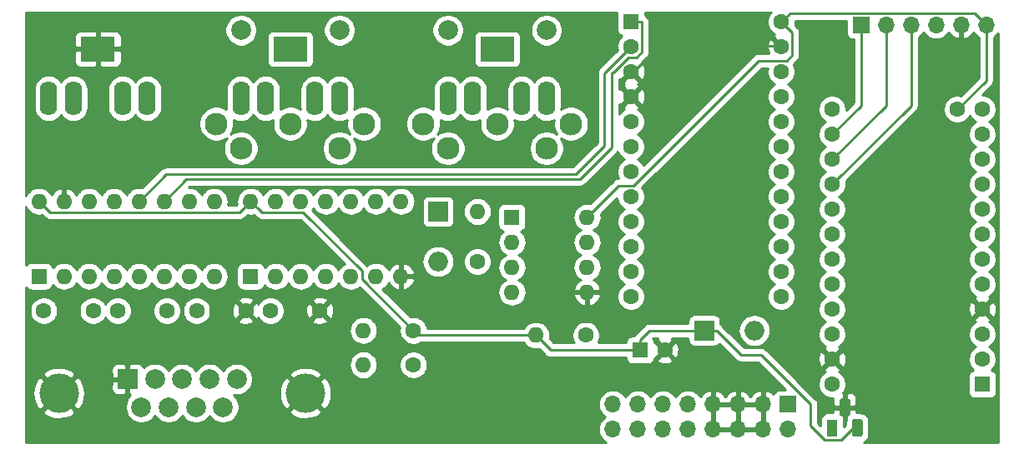
<source format=gbl>
G04 #@! TF.GenerationSoftware,KiCad,Pcbnew,(5.1.4-0-10_14)*
G04 #@! TF.CreationDate,2021-06-29T13:44:29+12:00*
G04 #@! TF.ProjectId,transcribe_circuit,7472616e-7363-4726-9962-655f63697263,rev?*
G04 #@! TF.SameCoordinates,Original*
G04 #@! TF.FileFunction,Copper,L2,Bot*
G04 #@! TF.FilePolarity,Positive*
%FSLAX46Y46*%
G04 Gerber Fmt 4.6, Leading zero omitted, Abs format (unit mm)*
G04 Created by KiCad (PCBNEW (5.1.4-0-10_14)) date 2021-06-29 13:44:29*
%MOMM*%
%LPD*%
G04 APERTURE LIST*
%ADD10R,2.000000X2.000000*%
%ADD11O,2.000000X2.000000*%
%ADD12C,1.600000*%
%ADD13R,1.600000X1.600000*%
%ADD14O,1.600000X1.600000*%
%ADD15R,1.700000X1.700000*%
%ADD16O,1.700000X1.700000*%
%ADD17C,0.100000*%
%ADD18C,1.100000*%
%ADD19R,1.100000X1.800000*%
%ADD20R,3.500000X2.500000*%
%ADD21O,1.750000X3.500000*%
%ADD22C,2.000000*%
%ADD23C,4.000000*%
%ADD24C,2.300000*%
%ADD25C,0.250000*%
%ADD26C,0.254000*%
G04 APERTURE END LIST*
D10*
X-247500000Y769080000D03*
D11*
X-247500000Y764000000D03*
D12*
X-207520000Y751530000D03*
X-207520000Y754070000D03*
X-207520000Y756610000D03*
X-207520000Y759150000D03*
X-207520000Y761690000D03*
X-207520000Y764230000D03*
X-207520000Y766770000D03*
X-207520000Y769310000D03*
X-207520000Y771850000D03*
X-207520000Y774390000D03*
X-207520000Y776930000D03*
X-207520000Y779470000D03*
X-192280000Y779470000D03*
X-192280000Y776930000D03*
X-192280000Y774390000D03*
X-192280000Y771850000D03*
X-192280000Y769310000D03*
X-192280000Y766770000D03*
X-192280000Y764230000D03*
X-192280000Y761690000D03*
X-192280000Y759150000D03*
X-192280000Y756610000D03*
X-192280000Y754070000D03*
D13*
X-192280000Y751530000D03*
D12*
X-194820000Y779470000D03*
D14*
X-255080000Y753500000D03*
D12*
X-250000000Y753500000D03*
D13*
X-288000000Y762500000D03*
D14*
X-270220000Y770120000D03*
X-285460000Y762500000D03*
X-272760000Y770120000D03*
X-282920000Y762500000D03*
X-275300000Y770120000D03*
X-280380000Y762500000D03*
X-277840000Y770120000D03*
X-277840000Y762500000D03*
X-280380000Y770120000D03*
X-275300000Y762500000D03*
X-282920000Y770120000D03*
X-272760000Y762500000D03*
X-285460000Y770120000D03*
X-270220000Y762500000D03*
X-288000000Y770120000D03*
D13*
X-240000000Y768500000D03*
D14*
X-232380000Y760880000D03*
X-240000000Y765960000D03*
X-232380000Y763420000D03*
X-240000000Y763420000D03*
X-232380000Y765960000D03*
X-240000000Y760880000D03*
X-232380000Y768500000D03*
D12*
X-243500000Y764000000D03*
D14*
X-243500000Y769080000D03*
X-237580000Y756500000D03*
D12*
X-232500000Y756500000D03*
X-250000000Y757000000D03*
D14*
X-255080000Y757000000D03*
D13*
X-266500000Y762500000D03*
D14*
X-251260000Y770120000D03*
X-263960000Y762500000D03*
X-253800000Y770120000D03*
X-261420000Y762500000D03*
X-256340000Y770120000D03*
X-258880000Y762500000D03*
X-258880000Y770120000D03*
X-256340000Y762500000D03*
X-261420000Y770120000D03*
X-253800000Y762500000D03*
X-263960000Y770120000D03*
X-251260000Y762500000D03*
X-266500000Y770120000D03*
D12*
X-212680000Y788370000D03*
X-212680000Y785830000D03*
X-212680000Y783290000D03*
X-212680000Y780750000D03*
X-212680000Y778210000D03*
X-212680000Y775670000D03*
X-212680000Y773130000D03*
X-212680000Y770590000D03*
X-212680000Y768050000D03*
X-212680000Y765510000D03*
X-212680000Y762970000D03*
X-212680000Y760430000D03*
X-227920000Y760430000D03*
X-227920000Y762970000D03*
X-227920000Y765510000D03*
X-227920000Y768050000D03*
X-227920000Y770590000D03*
X-227920000Y773130000D03*
X-227920000Y775670000D03*
X-227920000Y778210000D03*
X-227920000Y780750000D03*
X-227920000Y783290000D03*
X-227920000Y785830000D03*
D13*
X-227920000Y788370000D03*
X-227000000Y755000000D03*
D12*
X-224500000Y755000000D03*
X-287500000Y759000000D03*
X-282500000Y759000000D03*
X-267000000Y759000000D03*
X-272000000Y759000000D03*
X-275000000Y759000000D03*
X-280000000Y759000000D03*
X-264500000Y759000000D03*
X-259500000Y759000000D03*
D11*
X-215420000Y757000000D03*
D10*
X-220500000Y757000000D03*
D15*
X-212000000Y749500000D03*
D16*
X-212000000Y746960000D03*
X-214540000Y749500000D03*
X-214540000Y746960000D03*
X-217080000Y749500000D03*
X-217080000Y746960000D03*
X-219620000Y749500000D03*
X-219620000Y746960000D03*
X-222160000Y749500000D03*
X-222160000Y746960000D03*
X-224700000Y749500000D03*
X-224700000Y746960000D03*
X-227240000Y749500000D03*
X-227240000Y746960000D03*
X-229780000Y749500000D03*
X-229780000Y746960000D03*
D15*
X-204600000Y788050000D03*
D16*
X-202060000Y788050000D03*
X-199520000Y788050000D03*
X-196980000Y788050000D03*
X-194440000Y788050000D03*
X-191900000Y788050000D03*
D17*
G36*
X-205928045Y750068676D02*
G01*
X-205901350Y750064716D01*
X-205875172Y750058159D01*
X-205849762Y750049067D01*
X-205825366Y750037528D01*
X-205802218Y750023654D01*
X-205780542Y750007578D01*
X-205760546Y749989454D01*
X-205742422Y749969458D01*
X-205726346Y749947782D01*
X-205712472Y749924634D01*
X-205700933Y749900238D01*
X-205691841Y749874828D01*
X-205685284Y749848650D01*
X-205681324Y749821955D01*
X-205680000Y749795000D01*
X-205680000Y748545000D01*
X-205681324Y748518045D01*
X-205685284Y748491350D01*
X-205691841Y748465172D01*
X-205700933Y748439762D01*
X-205712472Y748415366D01*
X-205726346Y748392218D01*
X-205742422Y748370542D01*
X-205760546Y748350546D01*
X-205780542Y748332422D01*
X-205802218Y748316346D01*
X-205825366Y748302472D01*
X-205849762Y748290933D01*
X-205875172Y748281841D01*
X-205901350Y748275284D01*
X-205928045Y748271324D01*
X-205955000Y748270000D01*
X-206505000Y748270000D01*
X-206531955Y748271324D01*
X-206558650Y748275284D01*
X-206584828Y748281841D01*
X-206610238Y748290933D01*
X-206634634Y748302472D01*
X-206657782Y748316346D01*
X-206679458Y748332422D01*
X-206699454Y748350546D01*
X-206717578Y748370542D01*
X-206733654Y748392218D01*
X-206747528Y748415366D01*
X-206759067Y748439762D01*
X-206768159Y748465172D01*
X-206774716Y748491350D01*
X-206778676Y748518045D01*
X-206780000Y748545000D01*
X-206780000Y749795000D01*
X-206778676Y749821955D01*
X-206774716Y749848650D01*
X-206768159Y749874828D01*
X-206759067Y749900238D01*
X-206747528Y749924634D01*
X-206733654Y749947782D01*
X-206717578Y749969458D01*
X-206699454Y749989454D01*
X-206679458Y750007578D01*
X-206657782Y750023654D01*
X-206634634Y750037528D01*
X-206610238Y750049067D01*
X-206584828Y750058159D01*
X-206558650Y750064716D01*
X-206531955Y750068676D01*
X-206505000Y750070000D01*
X-205955000Y750070000D01*
X-205928045Y750068676D01*
X-205928045Y750068676D01*
G37*
D18*
X-206230000Y749170000D03*
D17*
G36*
X-204658045Y747998676D02*
G01*
X-204631350Y747994716D01*
X-204605172Y747988159D01*
X-204579762Y747979067D01*
X-204555366Y747967528D01*
X-204532218Y747953654D01*
X-204510542Y747937578D01*
X-204490546Y747919454D01*
X-204472422Y747899458D01*
X-204456346Y747877782D01*
X-204442472Y747854634D01*
X-204430933Y747830238D01*
X-204421841Y747804828D01*
X-204415284Y747778650D01*
X-204411324Y747751955D01*
X-204410000Y747725000D01*
X-204410000Y746475000D01*
X-204411324Y746448045D01*
X-204415284Y746421350D01*
X-204421841Y746395172D01*
X-204430933Y746369762D01*
X-204442472Y746345366D01*
X-204456346Y746322218D01*
X-204472422Y746300542D01*
X-204490546Y746280546D01*
X-204510542Y746262422D01*
X-204532218Y746246346D01*
X-204555366Y746232472D01*
X-204579762Y746220933D01*
X-204605172Y746211841D01*
X-204631350Y746205284D01*
X-204658045Y746201324D01*
X-204685000Y746200000D01*
X-205235000Y746200000D01*
X-205261955Y746201324D01*
X-205288650Y746205284D01*
X-205314828Y746211841D01*
X-205340238Y746220933D01*
X-205364634Y746232472D01*
X-205387782Y746246346D01*
X-205409458Y746262422D01*
X-205429454Y746280546D01*
X-205447578Y746300542D01*
X-205463654Y746322218D01*
X-205477528Y746345366D01*
X-205489067Y746369762D01*
X-205498159Y746395172D01*
X-205504716Y746421350D01*
X-205508676Y746448045D01*
X-205510000Y746475000D01*
X-205510000Y747725000D01*
X-205508676Y747751955D01*
X-205504716Y747778650D01*
X-205498159Y747804828D01*
X-205489067Y747830238D01*
X-205477528Y747854634D01*
X-205463654Y747877782D01*
X-205447578Y747899458D01*
X-205429454Y747919454D01*
X-205409458Y747937578D01*
X-205387782Y747953654D01*
X-205364634Y747967528D01*
X-205340238Y747979067D01*
X-205314828Y747988159D01*
X-205288650Y747994716D01*
X-205261955Y747998676D01*
X-205235000Y748000000D01*
X-204685000Y748000000D01*
X-204658045Y747998676D01*
X-204658045Y747998676D01*
G37*
D18*
X-204960000Y747100000D03*
D19*
X-207500000Y747100000D03*
D20*
X-282000000Y785596000D03*
D21*
X-277000000Y780590000D03*
X-287000000Y780590000D03*
X-279500000Y780590000D03*
X-284500000Y780590000D03*
D10*
X-279000000Y752050000D03*
D22*
X-276230000Y752050000D03*
X-273460000Y752050000D03*
X-270690000Y752050000D03*
X-267920000Y752050000D03*
X-277615000Y749210000D03*
X-274845000Y749210000D03*
X-272075000Y749210000D03*
X-269305000Y749210000D03*
D23*
X-285960000Y750630000D03*
X-260960000Y750630000D03*
D21*
X-244000000Y780590000D03*
X-239000000Y780590000D03*
X-246500000Y780590000D03*
X-236500000Y780590000D03*
D20*
X-241500000Y785596000D03*
D24*
X-236500000Y775500000D03*
D22*
X-246500000Y787500000D03*
D24*
X-234000000Y778000000D03*
X-241500000Y778000000D03*
X-249000000Y778000000D03*
X-246500000Y775500000D03*
D22*
X-236500000Y787500000D03*
D21*
X-265000000Y780590000D03*
X-260000000Y780590000D03*
X-267500000Y780590000D03*
X-257500000Y780590000D03*
D20*
X-262500000Y785596000D03*
D22*
X-257500000Y787500000D03*
D24*
X-267500000Y775500000D03*
X-270000000Y778000000D03*
X-262500000Y778000000D03*
X-255000000Y778000000D03*
D22*
X-267500000Y787500000D03*
D24*
X-257500000Y775500000D03*
D25*
X-225080000Y785930000D02*
X-212380000Y785930000D01*
X-227620000Y783390000D02*
X-225080000Y785930000D01*
X-231580001Y769299999D02*
X-232380000Y768500000D01*
X-229164999Y771715001D02*
X-231580001Y769299999D01*
X-227669997Y771715001D02*
X-229164999Y771715001D01*
X-214969997Y784415001D02*
X-227669997Y771715001D01*
X-212139999Y784415001D02*
X-214969997Y784415001D01*
X-211554999Y785000001D02*
X-212139999Y784415001D01*
X-211554999Y787244999D02*
X-211554999Y785000001D01*
X-212680000Y788370000D02*
X-211554999Y787244999D01*
X-204960000Y747500000D02*
X-204960000Y747725000D01*
X-209714998Y749500000D02*
X-214714998Y754500000D01*
X-219250000Y757000000D02*
X-220500000Y757000000D01*
X-216750000Y754500000D02*
X-219250000Y757000000D01*
X-214714998Y754500000D02*
X-216750000Y754500000D01*
X-227000000Y756050000D02*
X-227000000Y755000000D01*
X-226050000Y757000000D02*
X-227000000Y756050000D01*
X-220500000Y757000000D02*
X-226050000Y757000000D01*
X-236080000Y755000000D02*
X-237580000Y756500000D01*
X-227000000Y755000000D02*
X-236080000Y755000000D01*
X-249500000Y756500000D02*
X-250000000Y757000000D01*
X-237580000Y756500000D02*
X-249500000Y756500000D01*
X-265700001Y769320001D02*
X-266500000Y770120000D01*
X-265374999Y768994999D02*
X-265700001Y769320001D01*
X-261169997Y768994999D02*
X-265374999Y768994999D01*
X-255214999Y763040001D02*
X-261169997Y768994999D01*
X-255214999Y762214999D02*
X-255214999Y763040001D01*
X-250000000Y757000000D02*
X-255214999Y762214999D01*
X-287200001Y769320001D02*
X-288000000Y770120000D01*
X-286874999Y768994999D02*
X-287200001Y769320001D01*
X-267625001Y768994999D02*
X-286874999Y768994999D01*
X-266500000Y770120000D02*
X-267625001Y768994999D01*
X-191900000Y782390000D02*
X-191900000Y788050000D01*
X-194820000Y779470000D02*
X-191900000Y782390000D01*
X-211880001Y789169999D02*
X-212680000Y788370000D01*
X-211824999Y789225001D02*
X-211880001Y789169999D01*
X-193075001Y789225001D02*
X-211824999Y789225001D01*
X-191900000Y788050000D02*
X-193075001Y789225001D01*
X-206585001Y745874999D02*
X-204960000Y747500000D01*
X-208310001Y745874999D02*
X-206585001Y745874999D01*
X-209714998Y747279996D02*
X-208310001Y745874999D01*
X-209714998Y749500000D02*
X-209714998Y747279996D01*
X-199520000Y779850000D02*
X-199520000Y788050000D01*
X-207520000Y771850000D02*
X-199520000Y779850000D01*
X-202060000Y779850000D02*
X-202060000Y788050000D01*
X-207520000Y774390000D02*
X-202060000Y779850000D01*
X-204600000Y779850000D02*
X-204600000Y788050000D01*
X-207520000Y776930000D02*
X-204600000Y779850000D01*
X-275300000Y770120000D02*
X-273020000Y772400000D01*
X-273020000Y772400000D02*
X-233100000Y772400000D01*
X-233100000Y772400000D02*
X-229900000Y775600000D01*
X-229900000Y775600000D02*
X-229900000Y783200000D01*
X-226870000Y788370000D02*
X-227920000Y788370000D01*
X-226794999Y788294999D02*
X-226870000Y788370000D01*
X-226794999Y785289999D02*
X-226794999Y788294999D01*
X-227379999Y784704999D02*
X-226794999Y785289999D01*
X-229675002Y783200000D02*
X-228170003Y784704999D01*
X-228170003Y784704999D02*
X-227379999Y784704999D01*
X-229900000Y783200000D02*
X-229675002Y783200000D01*
X-275109990Y772850010D02*
X-233549990Y772850010D01*
X-277840000Y770120000D02*
X-275109990Y772850010D01*
X-233549990Y772850010D02*
X-230600000Y775800000D01*
X-230600000Y783150000D02*
X-227920000Y785830000D01*
X-230600000Y775800000D02*
X-230600000Y783150000D01*
D26*
G36*
X-289332182Y769568192D02*
G01*
X-289198932Y769318899D01*
X-289019608Y769100392D01*
X-288801101Y768921068D01*
X-288551808Y768787818D01*
X-288281309Y768705764D01*
X-288070492Y768685000D01*
X-287929508Y768685000D01*
X-287718691Y768705764D01*
X-287674093Y768719292D01*
X-287438803Y768484002D01*
X-287415000Y768454998D01*
X-287299275Y768360025D01*
X-287167246Y768289453D01*
X-287023985Y768245996D01*
X-286912332Y768234999D01*
X-286912323Y768234999D01*
X-286875000Y768231323D01*
X-286837677Y768234999D01*
X-267662323Y768234999D01*
X-267625001Y768231323D01*
X-267587679Y768234999D01*
X-267587668Y768234999D01*
X-267476015Y768245996D01*
X-267332754Y768289453D01*
X-267200725Y768360025D01*
X-267085000Y768454998D01*
X-267061197Y768484001D01*
X-266825906Y768719292D01*
X-266781309Y768705764D01*
X-266570492Y768685000D01*
X-266429508Y768685000D01*
X-266218691Y768705764D01*
X-266174093Y768719292D01*
X-265938803Y768484002D01*
X-265915000Y768454998D01*
X-265799275Y768360025D01*
X-265667246Y768289453D01*
X-265523985Y768245996D01*
X-265412332Y768234999D01*
X-265412323Y768234999D01*
X-265375000Y768231323D01*
X-265337677Y768234999D01*
X-261484798Y768234999D01*
X-257015739Y763765939D01*
X-257141101Y763698932D01*
X-257359608Y763519608D01*
X-257538932Y763301101D01*
X-257610000Y763168142D01*
X-257681068Y763301101D01*
X-257860392Y763519608D01*
X-258078899Y763698932D01*
X-258328192Y763832182D01*
X-258598691Y763914236D01*
X-258809508Y763935000D01*
X-258950492Y763935000D01*
X-259161309Y763914236D01*
X-259431808Y763832182D01*
X-259681101Y763698932D01*
X-259899608Y763519608D01*
X-260078932Y763301101D01*
X-260150000Y763168142D01*
X-260221068Y763301101D01*
X-260400392Y763519608D01*
X-260618899Y763698932D01*
X-260868192Y763832182D01*
X-261138691Y763914236D01*
X-261349508Y763935000D01*
X-261490492Y763935000D01*
X-261701309Y763914236D01*
X-261971808Y763832182D01*
X-262221101Y763698932D01*
X-262439608Y763519608D01*
X-262618932Y763301101D01*
X-262690000Y763168142D01*
X-262761068Y763301101D01*
X-262940392Y763519608D01*
X-263158899Y763698932D01*
X-263408192Y763832182D01*
X-263678691Y763914236D01*
X-263889508Y763935000D01*
X-264030492Y763935000D01*
X-264241309Y763914236D01*
X-264511808Y763832182D01*
X-264761101Y763698932D01*
X-264979608Y763519608D01*
X-265072419Y763406518D01*
X-265074188Y763424482D01*
X-265110498Y763544180D01*
X-265169463Y763654494D01*
X-265248815Y763751185D01*
X-265345506Y763830537D01*
X-265455820Y763889502D01*
X-265575518Y763925812D01*
X-265700000Y763938072D01*
X-267300000Y763938072D01*
X-267424482Y763925812D01*
X-267544180Y763889502D01*
X-267654494Y763830537D01*
X-267751185Y763751185D01*
X-267830537Y763654494D01*
X-267889502Y763544180D01*
X-267925812Y763424482D01*
X-267938072Y763300000D01*
X-267938072Y761700000D01*
X-267925812Y761575518D01*
X-267889502Y761455820D01*
X-267830537Y761345506D01*
X-267751185Y761248815D01*
X-267654494Y761169463D01*
X-267544180Y761110498D01*
X-267424482Y761074188D01*
X-267300000Y761061928D01*
X-265700000Y761061928D01*
X-265575518Y761074188D01*
X-265455820Y761110498D01*
X-265345506Y761169463D01*
X-265248815Y761248815D01*
X-265169463Y761345506D01*
X-265110498Y761455820D01*
X-265074188Y761575518D01*
X-265072419Y761593482D01*
X-264979608Y761480392D01*
X-264761101Y761301068D01*
X-264511808Y761167818D01*
X-264241309Y761085764D01*
X-264030492Y761065000D01*
X-263889508Y761065000D01*
X-263678691Y761085764D01*
X-263408192Y761167818D01*
X-263158899Y761301068D01*
X-262940392Y761480392D01*
X-262761068Y761698899D01*
X-262690000Y761831858D01*
X-262618932Y761698899D01*
X-262439608Y761480392D01*
X-262221101Y761301068D01*
X-261971808Y761167818D01*
X-261701309Y761085764D01*
X-261490492Y761065000D01*
X-261349508Y761065000D01*
X-261138691Y761085764D01*
X-260868192Y761167818D01*
X-260618899Y761301068D01*
X-260400392Y761480392D01*
X-260221068Y761698899D01*
X-260150000Y761831858D01*
X-260078932Y761698899D01*
X-259899608Y761480392D01*
X-259681101Y761301068D01*
X-259431808Y761167818D01*
X-259161309Y761085764D01*
X-258950492Y761065000D01*
X-258809508Y761065000D01*
X-258598691Y761085764D01*
X-258328192Y761167818D01*
X-258078899Y761301068D01*
X-257860392Y761480392D01*
X-257681068Y761698899D01*
X-257610000Y761831858D01*
X-257538932Y761698899D01*
X-257359608Y761480392D01*
X-257141101Y761301068D01*
X-256891808Y761167818D01*
X-256621309Y761085764D01*
X-256410492Y761065000D01*
X-256269508Y761065000D01*
X-256058691Y761085764D01*
X-255788192Y761167818D01*
X-255538899Y761301068D01*
X-255449355Y761374554D01*
X-251398688Y757323886D01*
X-251435000Y757141335D01*
X-251435000Y756858665D01*
X-251379853Y756581426D01*
X-251271680Y756320273D01*
X-251114637Y756085241D01*
X-250914759Y755885363D01*
X-250679727Y755728320D01*
X-250418574Y755620147D01*
X-250141335Y755565000D01*
X-249858665Y755565000D01*
X-249581426Y755620147D01*
X-249320273Y755728320D01*
X-249302793Y755740000D01*
X-238800901Y755740000D01*
X-238778932Y755698899D01*
X-238599608Y755480392D01*
X-238381101Y755301068D01*
X-238131808Y755167818D01*
X-237861309Y755085764D01*
X-237650492Y755065000D01*
X-237509508Y755065000D01*
X-237298691Y755085764D01*
X-237254094Y755099292D01*
X-236643799Y754488997D01*
X-236620001Y754459999D01*
X-236504276Y754365026D01*
X-236372247Y754294454D01*
X-236228986Y754250997D01*
X-236117333Y754240000D01*
X-236117324Y754240000D01*
X-236080001Y754236324D01*
X-236042678Y754240000D01*
X-228438072Y754240000D01*
X-228438072Y754200000D01*
X-228425812Y754075518D01*
X-228389502Y753955820D01*
X-228330537Y753845506D01*
X-228251185Y753748815D01*
X-228154494Y753669463D01*
X-228044180Y753610498D01*
X-227924482Y753574188D01*
X-227800000Y753561928D01*
X-226200000Y753561928D01*
X-226075518Y753574188D01*
X-225955820Y753610498D01*
X-225845506Y753669463D01*
X-225748815Y753748815D01*
X-225669463Y753845506D01*
X-225610498Y753955820D01*
X-225594883Y754007298D01*
X-225313097Y754007298D01*
X-225241514Y753763329D01*
X-224986004Y753642429D01*
X-224711816Y753573700D01*
X-224429488Y753559783D01*
X-224149870Y753601213D01*
X-223883708Y753696397D01*
X-223758486Y753763329D01*
X-223686903Y754007298D01*
X-224500000Y754820395D01*
X-225313097Y754007298D01*
X-225594883Y754007298D01*
X-225574188Y754075518D01*
X-225561928Y754200000D01*
X-225561928Y754207215D01*
X-225492702Y754186903D01*
X-224679605Y755000000D01*
X-224320395Y755000000D01*
X-223507298Y754186903D01*
X-223263329Y754258486D01*
X-223142429Y754513996D01*
X-223073700Y754788184D01*
X-223059783Y755070512D01*
X-223101213Y755350130D01*
X-223196397Y755616292D01*
X-223263329Y755741514D01*
X-223507298Y755813097D01*
X-224320395Y755000000D01*
X-224679605Y755000000D01*
X-225492702Y755813097D01*
X-225561928Y755792785D01*
X-225561928Y755800000D01*
X-225574188Y755924482D01*
X-225610498Y756044180D01*
X-225669463Y756154494D01*
X-225737636Y756237563D01*
X-225735198Y756240000D01*
X-225235286Y756240000D01*
X-225241514Y756236671D01*
X-225313097Y755992702D01*
X-224500000Y755179605D01*
X-223686903Y755992702D01*
X-223758486Y756236671D01*
X-223765522Y756240000D01*
X-222138072Y756240000D01*
X-222138072Y756000000D01*
X-222125812Y755875518D01*
X-222089502Y755755820D01*
X-222030537Y755645506D01*
X-221951185Y755548815D01*
X-221854494Y755469463D01*
X-221744180Y755410498D01*
X-221624482Y755374188D01*
X-221500000Y755361928D01*
X-219500000Y755361928D01*
X-219375518Y755374188D01*
X-219255820Y755410498D01*
X-219145506Y755469463D01*
X-219048815Y755548815D01*
X-218969844Y755645042D01*
X-217313800Y753988998D01*
X-217290001Y753959999D01*
X-217261003Y753936201D01*
X-217174277Y753865026D01*
X-217042247Y753794454D01*
X-216898986Y753750997D01*
X-216787333Y753740000D01*
X-216787323Y753740000D01*
X-216750000Y753736324D01*
X-216712677Y753740000D01*
X-215029799Y753740000D01*
X-212277872Y750988072D01*
X-212850000Y750988072D01*
X-212974482Y750975812D01*
X-213094180Y750939502D01*
X-213204494Y750880537D01*
X-213301185Y750801185D01*
X-213380537Y750704494D01*
X-213439502Y750594180D01*
X-213463966Y750513534D01*
X-213539731Y750597588D01*
X-213773080Y750771641D01*
X-214035901Y750896825D01*
X-214183110Y750941476D01*
X-214413000Y750820155D01*
X-214413000Y749627000D01*
X-214393000Y749627000D01*
X-214393000Y749373000D01*
X-214413000Y749373000D01*
X-214413000Y747087000D01*
X-214393000Y747087000D01*
X-214393000Y746833000D01*
X-214413000Y746833000D01*
X-214413000Y746813000D01*
X-214667000Y746813000D01*
X-214667000Y746833000D01*
X-216953000Y746833000D01*
X-216953000Y746813000D01*
X-217207000Y746813000D01*
X-217207000Y746833000D01*
X-219493000Y746833000D01*
X-219493000Y746813000D01*
X-219747000Y746813000D01*
X-219747000Y746833000D01*
X-219767000Y746833000D01*
X-219767000Y747087000D01*
X-219747000Y747087000D01*
X-219747000Y749373000D01*
X-219493000Y749373000D01*
X-219493000Y747087000D01*
X-217207000Y747087000D01*
X-217207000Y749373000D01*
X-216953000Y749373000D01*
X-216953000Y747087000D01*
X-214667000Y747087000D01*
X-214667000Y749373000D01*
X-216953000Y749373000D01*
X-217207000Y749373000D01*
X-219493000Y749373000D01*
X-219747000Y749373000D01*
X-219767000Y749373000D01*
X-219767000Y749627000D01*
X-219747000Y749627000D01*
X-219747000Y750820155D01*
X-219493000Y750820155D01*
X-219493000Y749627000D01*
X-217207000Y749627000D01*
X-217207000Y750820155D01*
X-216953000Y750820155D01*
X-216953000Y749627000D01*
X-214667000Y749627000D01*
X-214667000Y750820155D01*
X-214896890Y750941476D01*
X-215044099Y750896825D01*
X-215306920Y750771641D01*
X-215540269Y750597588D01*
X-215735178Y750381355D01*
X-215810000Y750255745D01*
X-215884822Y750381355D01*
X-216079731Y750597588D01*
X-216313080Y750771641D01*
X-216575901Y750896825D01*
X-216723110Y750941476D01*
X-216953000Y750820155D01*
X-217207000Y750820155D01*
X-217436890Y750941476D01*
X-217584099Y750896825D01*
X-217846920Y750771641D01*
X-218080269Y750597588D01*
X-218275178Y750381355D01*
X-218350000Y750255745D01*
X-218424822Y750381355D01*
X-218619731Y750597588D01*
X-218853080Y750771641D01*
X-219115901Y750896825D01*
X-219263110Y750941476D01*
X-219493000Y750820155D01*
X-219747000Y750820155D01*
X-219976890Y750941476D01*
X-220124099Y750896825D01*
X-220386920Y750771641D01*
X-220620269Y750597588D01*
X-220815178Y750381355D01*
X-220884799Y750264477D01*
X-220919294Y750329014D01*
X-221104866Y750555134D01*
X-221330986Y750740706D01*
X-221588966Y750878599D01*
X-221868889Y750963513D01*
X-222087050Y750985000D01*
X-222232950Y750985000D01*
X-222451111Y750963513D01*
X-222731034Y750878599D01*
X-222989014Y750740706D01*
X-223215134Y750555134D01*
X-223400706Y750329014D01*
X-223430000Y750274209D01*
X-223459294Y750329014D01*
X-223644866Y750555134D01*
X-223870986Y750740706D01*
X-224128966Y750878599D01*
X-224408889Y750963513D01*
X-224627050Y750985000D01*
X-224772950Y750985000D01*
X-224991111Y750963513D01*
X-225271034Y750878599D01*
X-225529014Y750740706D01*
X-225755134Y750555134D01*
X-225940706Y750329014D01*
X-225970000Y750274209D01*
X-225999294Y750329014D01*
X-226184866Y750555134D01*
X-226410986Y750740706D01*
X-226668966Y750878599D01*
X-226948889Y750963513D01*
X-227167050Y750985000D01*
X-227312950Y750985000D01*
X-227531111Y750963513D01*
X-227811034Y750878599D01*
X-228069014Y750740706D01*
X-228295134Y750555134D01*
X-228480706Y750329014D01*
X-228510000Y750274209D01*
X-228539294Y750329014D01*
X-228724866Y750555134D01*
X-228950986Y750740706D01*
X-229208966Y750878599D01*
X-229488889Y750963513D01*
X-229707050Y750985000D01*
X-229852950Y750985000D01*
X-230071111Y750963513D01*
X-230351034Y750878599D01*
X-230609014Y750740706D01*
X-230835134Y750555134D01*
X-231020706Y750329014D01*
X-231158599Y750071034D01*
X-231243513Y749791111D01*
X-231272185Y749500000D01*
X-231243513Y749208889D01*
X-231158599Y748928966D01*
X-231020706Y748670986D01*
X-230835134Y748444866D01*
X-230609014Y748259294D01*
X-230554209Y748230000D01*
X-230609014Y748200706D01*
X-230835134Y748015134D01*
X-231020706Y747789014D01*
X-231158599Y747531034D01*
X-231243513Y747251111D01*
X-231272185Y746960000D01*
X-231243513Y746668889D01*
X-231158599Y746388966D01*
X-231020706Y746130986D01*
X-230835134Y745904866D01*
X-230609014Y745719294D01*
X-230498083Y745660000D01*
X-289340000Y745660000D01*
X-289340000Y748782501D01*
X-287627894Y748782501D01*
X-287411772Y748415742D01*
X-286951895Y748175062D01*
X-286453902Y748028725D01*
X-285936929Y747982352D01*
X-285420841Y748037727D01*
X-284925474Y748192721D01*
X-284508228Y748415742D01*
X-284292106Y748782501D01*
X-285960000Y750450395D01*
X-287627894Y748782501D01*
X-289340000Y748782501D01*
X-289340000Y750606929D01*
X-288607648Y750606929D01*
X-288552273Y750090841D01*
X-288397279Y749595474D01*
X-288174258Y749178228D01*
X-287807499Y748962106D01*
X-286139605Y750630000D01*
X-285780395Y750630000D01*
X-284112501Y748962106D01*
X-283745742Y749178228D01*
X-283644837Y749371033D01*
X-279250000Y749371033D01*
X-279250000Y749048967D01*
X-279187168Y748733088D01*
X-279063918Y748435537D01*
X-278884987Y748167748D01*
X-278657252Y747940013D01*
X-278389463Y747761082D01*
X-278091912Y747637832D01*
X-277776033Y747575000D01*
X-277453967Y747575000D01*
X-277138088Y747637832D01*
X-276840537Y747761082D01*
X-276572748Y747940013D01*
X-276345013Y748167748D01*
X-276230000Y748339877D01*
X-276114987Y748167748D01*
X-275887252Y747940013D01*
X-275619463Y747761082D01*
X-275321912Y747637832D01*
X-275006033Y747575000D01*
X-274683967Y747575000D01*
X-274368088Y747637832D01*
X-274070537Y747761082D01*
X-273802748Y747940013D01*
X-273575013Y748167748D01*
X-273460000Y748339877D01*
X-273344987Y748167748D01*
X-273117252Y747940013D01*
X-272849463Y747761082D01*
X-272551912Y747637832D01*
X-272236033Y747575000D01*
X-271913967Y747575000D01*
X-271598088Y747637832D01*
X-271300537Y747761082D01*
X-271032748Y747940013D01*
X-270805013Y748167748D01*
X-270690000Y748339877D01*
X-270574987Y748167748D01*
X-270347252Y747940013D01*
X-270079463Y747761082D01*
X-269781912Y747637832D01*
X-269466033Y747575000D01*
X-269143967Y747575000D01*
X-268828088Y747637832D01*
X-268530537Y747761082D01*
X-268262748Y747940013D01*
X-268035013Y748167748D01*
X-267856082Y748435537D01*
X-267732832Y748733088D01*
X-267723004Y748782501D01*
X-262627894Y748782501D01*
X-262411772Y748415742D01*
X-261951895Y748175062D01*
X-261453902Y748028725D01*
X-260936929Y747982352D01*
X-260420841Y748037727D01*
X-259925474Y748192721D01*
X-259508228Y748415742D01*
X-259292106Y748782501D01*
X-260960000Y750450395D01*
X-262627894Y748782501D01*
X-267723004Y748782501D01*
X-267670000Y749048967D01*
X-267670000Y749371033D01*
X-267732832Y749686912D01*
X-267856082Y749984463D01*
X-268035013Y750252252D01*
X-268226745Y750443984D01*
X-268081033Y750415000D01*
X-267758967Y750415000D01*
X-267443088Y750477832D01*
X-267145537Y750601082D01*
X-267136787Y750606929D01*
X-263607648Y750606929D01*
X-263552273Y750090841D01*
X-263397279Y749595474D01*
X-263174258Y749178228D01*
X-262807499Y748962106D01*
X-261139605Y750630000D01*
X-260780395Y750630000D01*
X-259112501Y748962106D01*
X-258745742Y749178228D01*
X-258505062Y749638105D01*
X-258358725Y750136098D01*
X-258312352Y750653071D01*
X-258367727Y751169159D01*
X-258522721Y751664526D01*
X-258745742Y752081772D01*
X-259112501Y752297894D01*
X-260780395Y750630000D01*
X-261139605Y750630000D01*
X-262807499Y752297894D01*
X-263174258Y752081772D01*
X-263414938Y751621895D01*
X-263561275Y751123902D01*
X-263607648Y750606929D01*
X-267136787Y750606929D01*
X-266877748Y750780013D01*
X-266650013Y751007748D01*
X-266471082Y751275537D01*
X-266347832Y751573088D01*
X-266285000Y751888967D01*
X-266285000Y752211033D01*
X-266338003Y752477499D01*
X-262627894Y752477499D01*
X-260960000Y750809605D01*
X-259292106Y752477499D01*
X-259508228Y752844258D01*
X-259968105Y753084938D01*
X-260466098Y753231275D01*
X-260983071Y753277648D01*
X-261499159Y753222273D01*
X-261994526Y753067279D01*
X-262411772Y752844258D01*
X-262627894Y752477499D01*
X-266338003Y752477499D01*
X-266347832Y752526912D01*
X-266471082Y752824463D01*
X-266650013Y753092252D01*
X-266877748Y753319987D01*
X-267145537Y753498918D01*
X-267148149Y753500000D01*
X-256521943Y753500000D01*
X-256494236Y753218691D01*
X-256412182Y752948192D01*
X-256278932Y752698899D01*
X-256099608Y752480392D01*
X-255881101Y752301068D01*
X-255631808Y752167818D01*
X-255361309Y752085764D01*
X-255150492Y752065000D01*
X-255009508Y752065000D01*
X-254798691Y752085764D01*
X-254528192Y752167818D01*
X-254278899Y752301068D01*
X-254060392Y752480392D01*
X-253881068Y752698899D01*
X-253747818Y752948192D01*
X-253665764Y753218691D01*
X-253638057Y753500000D01*
X-253651977Y753641335D01*
X-251435000Y753641335D01*
X-251435000Y753358665D01*
X-251379853Y753081426D01*
X-251271680Y752820273D01*
X-251114637Y752585241D01*
X-250914759Y752385363D01*
X-250679727Y752228320D01*
X-250418574Y752120147D01*
X-250141335Y752065000D01*
X-249858665Y752065000D01*
X-249581426Y752120147D01*
X-249320273Y752228320D01*
X-249085241Y752385363D01*
X-248885363Y752585241D01*
X-248728320Y752820273D01*
X-248620147Y753081426D01*
X-248565000Y753358665D01*
X-248565000Y753641335D01*
X-248620147Y753918574D01*
X-248728320Y754179727D01*
X-248885363Y754414759D01*
X-249085241Y754614637D01*
X-249320273Y754771680D01*
X-249581426Y754879853D01*
X-249858665Y754935000D01*
X-250141335Y754935000D01*
X-250418574Y754879853D01*
X-250679727Y754771680D01*
X-250914759Y754614637D01*
X-251114637Y754414759D01*
X-251271680Y754179727D01*
X-251379853Y753918574D01*
X-251435000Y753641335D01*
X-253651977Y753641335D01*
X-253665764Y753781309D01*
X-253747818Y754051808D01*
X-253881068Y754301101D01*
X-254060392Y754519608D01*
X-254278899Y754698932D01*
X-254528192Y754832182D01*
X-254798691Y754914236D01*
X-255009508Y754935000D01*
X-255150492Y754935000D01*
X-255361309Y754914236D01*
X-255631808Y754832182D01*
X-255881101Y754698932D01*
X-256099608Y754519608D01*
X-256278932Y754301101D01*
X-256412182Y754051808D01*
X-256494236Y753781309D01*
X-256521943Y753500000D01*
X-267148149Y753500000D01*
X-267443088Y753622168D01*
X-267758967Y753685000D01*
X-268081033Y753685000D01*
X-268396912Y753622168D01*
X-268694463Y753498918D01*
X-268962252Y753319987D01*
X-269189987Y753092252D01*
X-269305000Y752920123D01*
X-269420013Y753092252D01*
X-269647748Y753319987D01*
X-269915537Y753498918D01*
X-270213088Y753622168D01*
X-270528967Y753685000D01*
X-270851033Y753685000D01*
X-271166912Y753622168D01*
X-271464463Y753498918D01*
X-271732252Y753319987D01*
X-271959987Y753092252D01*
X-272075000Y752920123D01*
X-272190013Y753092252D01*
X-272417748Y753319987D01*
X-272685537Y753498918D01*
X-272983088Y753622168D01*
X-273298967Y753685000D01*
X-273621033Y753685000D01*
X-273936912Y753622168D01*
X-274234463Y753498918D01*
X-274502252Y753319987D01*
X-274729987Y753092252D01*
X-274845000Y752920123D01*
X-274960013Y753092252D01*
X-275187748Y753319987D01*
X-275455537Y753498918D01*
X-275753088Y753622168D01*
X-276068967Y753685000D01*
X-276391033Y753685000D01*
X-276706912Y753622168D01*
X-277004463Y753498918D01*
X-277272252Y753319987D01*
X-277384328Y753207911D01*
X-277410498Y753294180D01*
X-277469463Y753404494D01*
X-277548815Y753501185D01*
X-277645506Y753580537D01*
X-277755820Y753639502D01*
X-277875518Y753675812D01*
X-278000000Y753688072D01*
X-278714250Y753685000D01*
X-278873000Y753526250D01*
X-278873000Y752177000D01*
X-278853000Y752177000D01*
X-278853000Y751923000D01*
X-278873000Y751923000D01*
X-278873000Y750573750D01*
X-278718245Y750418995D01*
X-278884987Y750252252D01*
X-279063918Y749984463D01*
X-279187168Y749686912D01*
X-279250000Y749371033D01*
X-283644837Y749371033D01*
X-283505062Y749638105D01*
X-283358725Y750136098D01*
X-283312352Y750653071D01*
X-283354941Y751050000D01*
X-280638072Y751050000D01*
X-280625812Y750925518D01*
X-280589502Y750805820D01*
X-280530537Y750695506D01*
X-280451185Y750598815D01*
X-280354494Y750519463D01*
X-280244180Y750460498D01*
X-280124482Y750424188D01*
X-280000000Y750411928D01*
X-279285750Y750415000D01*
X-279127000Y750573750D01*
X-279127000Y751923000D01*
X-280476250Y751923000D01*
X-280635000Y751764250D01*
X-280638072Y751050000D01*
X-283354941Y751050000D01*
X-283367727Y751169159D01*
X-283522721Y751664526D01*
X-283745742Y752081772D01*
X-284112501Y752297894D01*
X-285780395Y750630000D01*
X-286139605Y750630000D01*
X-287807499Y752297894D01*
X-288174258Y752081772D01*
X-288414938Y751621895D01*
X-288561275Y751123902D01*
X-288607648Y750606929D01*
X-289340000Y750606929D01*
X-289340000Y752477499D01*
X-287627894Y752477499D01*
X-285960000Y750809605D01*
X-284292106Y752477499D01*
X-284508228Y752844258D01*
X-284901347Y753050000D01*
X-280638072Y753050000D01*
X-280635000Y752335750D01*
X-280476250Y752177000D01*
X-279127000Y752177000D01*
X-279127000Y753526250D01*
X-279285750Y753685000D01*
X-280000000Y753688072D01*
X-280124482Y753675812D01*
X-280244180Y753639502D01*
X-280354494Y753580537D01*
X-280451185Y753501185D01*
X-280530537Y753404494D01*
X-280589502Y753294180D01*
X-280625812Y753174482D01*
X-280638072Y753050000D01*
X-284901347Y753050000D01*
X-284968105Y753084938D01*
X-285466098Y753231275D01*
X-285983071Y753277648D01*
X-286499159Y753222273D01*
X-286994526Y753067279D01*
X-287411772Y752844258D01*
X-287627894Y752477499D01*
X-289340000Y752477499D01*
X-289340000Y757000000D01*
X-256521943Y757000000D01*
X-256494236Y756718691D01*
X-256412182Y756448192D01*
X-256278932Y756198899D01*
X-256099608Y755980392D01*
X-255881101Y755801068D01*
X-255631808Y755667818D01*
X-255361309Y755585764D01*
X-255150492Y755565000D01*
X-255009508Y755565000D01*
X-254798691Y755585764D01*
X-254528192Y755667818D01*
X-254278899Y755801068D01*
X-254060392Y755980392D01*
X-253881068Y756198899D01*
X-253747818Y756448192D01*
X-253665764Y756718691D01*
X-253638057Y757000000D01*
X-253665764Y757281309D01*
X-253747818Y757551808D01*
X-253881068Y757801101D01*
X-254060392Y758019608D01*
X-254278899Y758198932D01*
X-254528192Y758332182D01*
X-254798691Y758414236D01*
X-255009508Y758435000D01*
X-255150492Y758435000D01*
X-255361309Y758414236D01*
X-255631808Y758332182D01*
X-255881101Y758198932D01*
X-256099608Y758019608D01*
X-256278932Y757801101D01*
X-256412182Y757551808D01*
X-256494236Y757281309D01*
X-256521943Y757000000D01*
X-289340000Y757000000D01*
X-289340000Y759141335D01*
X-288935000Y759141335D01*
X-288935000Y758858665D01*
X-288879853Y758581426D01*
X-288771680Y758320273D01*
X-288614637Y758085241D01*
X-288414759Y757885363D01*
X-288179727Y757728320D01*
X-287918574Y757620147D01*
X-287641335Y757565000D01*
X-287358665Y757565000D01*
X-287081426Y757620147D01*
X-286820273Y757728320D01*
X-286585241Y757885363D01*
X-286385363Y758085241D01*
X-286228320Y758320273D01*
X-286120147Y758581426D01*
X-286065000Y758858665D01*
X-286065000Y759141335D01*
X-283935000Y759141335D01*
X-283935000Y758858665D01*
X-283879853Y758581426D01*
X-283771680Y758320273D01*
X-283614637Y758085241D01*
X-283414759Y757885363D01*
X-283179727Y757728320D01*
X-282918574Y757620147D01*
X-282641335Y757565000D01*
X-282358665Y757565000D01*
X-282081426Y757620147D01*
X-281820273Y757728320D01*
X-281585241Y757885363D01*
X-281385363Y758085241D01*
X-281250000Y758287827D01*
X-281114637Y758085241D01*
X-280914759Y757885363D01*
X-280679727Y757728320D01*
X-280418574Y757620147D01*
X-280141335Y757565000D01*
X-279858665Y757565000D01*
X-279581426Y757620147D01*
X-279320273Y757728320D01*
X-279085241Y757885363D01*
X-278885363Y758085241D01*
X-278728320Y758320273D01*
X-278620147Y758581426D01*
X-278565000Y758858665D01*
X-278565000Y759141335D01*
X-276435000Y759141335D01*
X-276435000Y758858665D01*
X-276379853Y758581426D01*
X-276271680Y758320273D01*
X-276114637Y758085241D01*
X-275914759Y757885363D01*
X-275679727Y757728320D01*
X-275418574Y757620147D01*
X-275141335Y757565000D01*
X-274858665Y757565000D01*
X-274581426Y757620147D01*
X-274320273Y757728320D01*
X-274085241Y757885363D01*
X-273885363Y758085241D01*
X-273728320Y758320273D01*
X-273620147Y758581426D01*
X-273565000Y758858665D01*
X-273565000Y759141335D01*
X-273435000Y759141335D01*
X-273435000Y758858665D01*
X-273379853Y758581426D01*
X-273271680Y758320273D01*
X-273114637Y758085241D01*
X-272914759Y757885363D01*
X-272679727Y757728320D01*
X-272418574Y757620147D01*
X-272141335Y757565000D01*
X-271858665Y757565000D01*
X-271581426Y757620147D01*
X-271320273Y757728320D01*
X-271085241Y757885363D01*
X-270963306Y758007298D01*
X-267813097Y758007298D01*
X-267741514Y757763329D01*
X-267486004Y757642429D01*
X-267211816Y757573700D01*
X-266929488Y757559783D01*
X-266649870Y757601213D01*
X-266383708Y757696397D01*
X-266258486Y757763329D01*
X-266186903Y758007298D01*
X-267000000Y758820395D01*
X-267813097Y758007298D01*
X-270963306Y758007298D01*
X-270885363Y758085241D01*
X-270728320Y758320273D01*
X-270620147Y758581426D01*
X-270565000Y758858665D01*
X-270565000Y758929488D01*
X-268440217Y758929488D01*
X-268398787Y758649870D01*
X-268303603Y758383708D01*
X-268236671Y758258486D01*
X-267992702Y758186903D01*
X-267179605Y759000000D01*
X-266820395Y759000000D01*
X-266007298Y758186903D01*
X-265763329Y758258486D01*
X-265749676Y758287341D01*
X-265614637Y758085241D01*
X-265414759Y757885363D01*
X-265179727Y757728320D01*
X-264918574Y757620147D01*
X-264641335Y757565000D01*
X-264358665Y757565000D01*
X-264081426Y757620147D01*
X-263820273Y757728320D01*
X-263585241Y757885363D01*
X-263463306Y758007298D01*
X-260313097Y758007298D01*
X-260241514Y757763329D01*
X-259986004Y757642429D01*
X-259711816Y757573700D01*
X-259429488Y757559783D01*
X-259149870Y757601213D01*
X-258883708Y757696397D01*
X-258758486Y757763329D01*
X-258686903Y758007298D01*
X-259500000Y758820395D01*
X-260313097Y758007298D01*
X-263463306Y758007298D01*
X-263385363Y758085241D01*
X-263228320Y758320273D01*
X-263120147Y758581426D01*
X-263065000Y758858665D01*
X-263065000Y758929488D01*
X-260940217Y758929488D01*
X-260898787Y758649870D01*
X-260803603Y758383708D01*
X-260736671Y758258486D01*
X-260492702Y758186903D01*
X-259679605Y759000000D01*
X-259320395Y759000000D01*
X-258507298Y758186903D01*
X-258263329Y758258486D01*
X-258142429Y758513996D01*
X-258073700Y758788184D01*
X-258059783Y759070512D01*
X-258101213Y759350130D01*
X-258196397Y759616292D01*
X-258263329Y759741514D01*
X-258507298Y759813097D01*
X-259320395Y759000000D01*
X-259679605Y759000000D01*
X-260492702Y759813097D01*
X-260736671Y759741514D01*
X-260857571Y759486004D01*
X-260926300Y759211816D01*
X-260940217Y758929488D01*
X-263065000Y758929488D01*
X-263065000Y759141335D01*
X-263120147Y759418574D01*
X-263228320Y759679727D01*
X-263385363Y759914759D01*
X-263463306Y759992702D01*
X-260313097Y759992702D01*
X-259500000Y759179605D01*
X-258686903Y759992702D01*
X-258758486Y760236671D01*
X-259013996Y760357571D01*
X-259288184Y760426300D01*
X-259570512Y760440217D01*
X-259850130Y760398787D01*
X-260116292Y760303603D01*
X-260241514Y760236671D01*
X-260313097Y759992702D01*
X-263463306Y759992702D01*
X-263585241Y760114637D01*
X-263820273Y760271680D01*
X-264081426Y760379853D01*
X-264358665Y760435000D01*
X-264641335Y760435000D01*
X-264918574Y760379853D01*
X-265179727Y760271680D01*
X-265414759Y760114637D01*
X-265614637Y759914759D01*
X-265748692Y759714131D01*
X-265763329Y759741514D01*
X-266007298Y759813097D01*
X-266820395Y759000000D01*
X-267179605Y759000000D01*
X-267992702Y759813097D01*
X-268236671Y759741514D01*
X-268357571Y759486004D01*
X-268426300Y759211816D01*
X-268440217Y758929488D01*
X-270565000Y758929488D01*
X-270565000Y759141335D01*
X-270620147Y759418574D01*
X-270728320Y759679727D01*
X-270885363Y759914759D01*
X-270963306Y759992702D01*
X-267813097Y759992702D01*
X-267000000Y759179605D01*
X-266186903Y759992702D01*
X-266258486Y760236671D01*
X-266513996Y760357571D01*
X-266788184Y760426300D01*
X-267070512Y760440217D01*
X-267350130Y760398787D01*
X-267616292Y760303603D01*
X-267741514Y760236671D01*
X-267813097Y759992702D01*
X-270963306Y759992702D01*
X-271085241Y760114637D01*
X-271320273Y760271680D01*
X-271581426Y760379853D01*
X-271858665Y760435000D01*
X-272141335Y760435000D01*
X-272418574Y760379853D01*
X-272679727Y760271680D01*
X-272914759Y760114637D01*
X-273114637Y759914759D01*
X-273271680Y759679727D01*
X-273379853Y759418574D01*
X-273435000Y759141335D01*
X-273565000Y759141335D01*
X-273620147Y759418574D01*
X-273728320Y759679727D01*
X-273885363Y759914759D01*
X-274085241Y760114637D01*
X-274320273Y760271680D01*
X-274581426Y760379853D01*
X-274858665Y760435000D01*
X-275141335Y760435000D01*
X-275418574Y760379853D01*
X-275679727Y760271680D01*
X-275914759Y760114637D01*
X-276114637Y759914759D01*
X-276271680Y759679727D01*
X-276379853Y759418574D01*
X-276435000Y759141335D01*
X-278565000Y759141335D01*
X-278620147Y759418574D01*
X-278728320Y759679727D01*
X-278885363Y759914759D01*
X-279085241Y760114637D01*
X-279320273Y760271680D01*
X-279581426Y760379853D01*
X-279858665Y760435000D01*
X-280141335Y760435000D01*
X-280418574Y760379853D01*
X-280679727Y760271680D01*
X-280914759Y760114637D01*
X-281114637Y759914759D01*
X-281250000Y759712173D01*
X-281385363Y759914759D01*
X-281585241Y760114637D01*
X-281820273Y760271680D01*
X-282081426Y760379853D01*
X-282358665Y760435000D01*
X-282641335Y760435000D01*
X-282918574Y760379853D01*
X-283179727Y760271680D01*
X-283414759Y760114637D01*
X-283614637Y759914759D01*
X-283771680Y759679727D01*
X-283879853Y759418574D01*
X-283935000Y759141335D01*
X-286065000Y759141335D01*
X-286120147Y759418574D01*
X-286228320Y759679727D01*
X-286385363Y759914759D01*
X-286585241Y760114637D01*
X-286820273Y760271680D01*
X-287081426Y760379853D01*
X-287358665Y760435000D01*
X-287641335Y760435000D01*
X-287918574Y760379853D01*
X-288179727Y760271680D01*
X-288414759Y760114637D01*
X-288614637Y759914759D01*
X-288771680Y759679727D01*
X-288879853Y759418574D01*
X-288935000Y759141335D01*
X-289340000Y759141335D01*
X-289340000Y761363210D01*
X-289330537Y761345506D01*
X-289251185Y761248815D01*
X-289154494Y761169463D01*
X-289044180Y761110498D01*
X-288924482Y761074188D01*
X-288800000Y761061928D01*
X-287200000Y761061928D01*
X-287075518Y761074188D01*
X-286955820Y761110498D01*
X-286845506Y761169463D01*
X-286748815Y761248815D01*
X-286669463Y761345506D01*
X-286610498Y761455820D01*
X-286574188Y761575518D01*
X-286572419Y761593482D01*
X-286479608Y761480392D01*
X-286261101Y761301068D01*
X-286011808Y761167818D01*
X-285741309Y761085764D01*
X-285530492Y761065000D01*
X-285389508Y761065000D01*
X-285178691Y761085764D01*
X-284908192Y761167818D01*
X-284658899Y761301068D01*
X-284440392Y761480392D01*
X-284261068Y761698899D01*
X-284190000Y761831858D01*
X-284118932Y761698899D01*
X-283939608Y761480392D01*
X-283721101Y761301068D01*
X-283471808Y761167818D01*
X-283201309Y761085764D01*
X-282990492Y761065000D01*
X-282849508Y761065000D01*
X-282638691Y761085764D01*
X-282368192Y761167818D01*
X-282118899Y761301068D01*
X-281900392Y761480392D01*
X-281721068Y761698899D01*
X-281650000Y761831858D01*
X-281578932Y761698899D01*
X-281399608Y761480392D01*
X-281181101Y761301068D01*
X-280931808Y761167818D01*
X-280661309Y761085764D01*
X-280450492Y761065000D01*
X-280309508Y761065000D01*
X-280098691Y761085764D01*
X-279828192Y761167818D01*
X-279578899Y761301068D01*
X-279360392Y761480392D01*
X-279181068Y761698899D01*
X-279110000Y761831858D01*
X-279038932Y761698899D01*
X-278859608Y761480392D01*
X-278641101Y761301068D01*
X-278391808Y761167818D01*
X-278121309Y761085764D01*
X-277910492Y761065000D01*
X-277769508Y761065000D01*
X-277558691Y761085764D01*
X-277288192Y761167818D01*
X-277038899Y761301068D01*
X-276820392Y761480392D01*
X-276641068Y761698899D01*
X-276570000Y761831858D01*
X-276498932Y761698899D01*
X-276319608Y761480392D01*
X-276101101Y761301068D01*
X-275851808Y761167818D01*
X-275581309Y761085764D01*
X-275370492Y761065000D01*
X-275229508Y761065000D01*
X-275018691Y761085764D01*
X-274748192Y761167818D01*
X-274498899Y761301068D01*
X-274280392Y761480392D01*
X-274101068Y761698899D01*
X-274030000Y761831858D01*
X-273958932Y761698899D01*
X-273779608Y761480392D01*
X-273561101Y761301068D01*
X-273311808Y761167818D01*
X-273041309Y761085764D01*
X-272830492Y761065000D01*
X-272689508Y761065000D01*
X-272478691Y761085764D01*
X-272208192Y761167818D01*
X-271958899Y761301068D01*
X-271740392Y761480392D01*
X-271561068Y761698899D01*
X-271490000Y761831858D01*
X-271418932Y761698899D01*
X-271239608Y761480392D01*
X-271021101Y761301068D01*
X-270771808Y761167818D01*
X-270501309Y761085764D01*
X-270290492Y761065000D01*
X-270149508Y761065000D01*
X-269938691Y761085764D01*
X-269668192Y761167818D01*
X-269418899Y761301068D01*
X-269200392Y761480392D01*
X-269021068Y761698899D01*
X-268887818Y761948192D01*
X-268805764Y762218691D01*
X-268778057Y762500000D01*
X-268805764Y762781309D01*
X-268887818Y763051808D01*
X-269021068Y763301101D01*
X-269200392Y763519608D01*
X-269418899Y763698932D01*
X-269668192Y763832182D01*
X-269938691Y763914236D01*
X-270149508Y763935000D01*
X-270290492Y763935000D01*
X-270501309Y763914236D01*
X-270771808Y763832182D01*
X-271021101Y763698932D01*
X-271239608Y763519608D01*
X-271418932Y763301101D01*
X-271490000Y763168142D01*
X-271561068Y763301101D01*
X-271740392Y763519608D01*
X-271958899Y763698932D01*
X-272208192Y763832182D01*
X-272478691Y763914236D01*
X-272689508Y763935000D01*
X-272830492Y763935000D01*
X-273041309Y763914236D01*
X-273311808Y763832182D01*
X-273561101Y763698932D01*
X-273779608Y763519608D01*
X-273958932Y763301101D01*
X-274030000Y763168142D01*
X-274101068Y763301101D01*
X-274280392Y763519608D01*
X-274498899Y763698932D01*
X-274748192Y763832182D01*
X-275018691Y763914236D01*
X-275229508Y763935000D01*
X-275370492Y763935000D01*
X-275581309Y763914236D01*
X-275851808Y763832182D01*
X-276101101Y763698932D01*
X-276319608Y763519608D01*
X-276498932Y763301101D01*
X-276570000Y763168142D01*
X-276641068Y763301101D01*
X-276820392Y763519608D01*
X-277038899Y763698932D01*
X-277288192Y763832182D01*
X-277558691Y763914236D01*
X-277769508Y763935000D01*
X-277910492Y763935000D01*
X-278121309Y763914236D01*
X-278391808Y763832182D01*
X-278641101Y763698932D01*
X-278859608Y763519608D01*
X-279038932Y763301101D01*
X-279110000Y763168142D01*
X-279181068Y763301101D01*
X-279360392Y763519608D01*
X-279578899Y763698932D01*
X-279828192Y763832182D01*
X-280098691Y763914236D01*
X-280309508Y763935000D01*
X-280450492Y763935000D01*
X-280661309Y763914236D01*
X-280931808Y763832182D01*
X-281181101Y763698932D01*
X-281399608Y763519608D01*
X-281578932Y763301101D01*
X-281650000Y763168142D01*
X-281721068Y763301101D01*
X-281900392Y763519608D01*
X-282118899Y763698932D01*
X-282368192Y763832182D01*
X-282638691Y763914236D01*
X-282849508Y763935000D01*
X-282990492Y763935000D01*
X-283201309Y763914236D01*
X-283471808Y763832182D01*
X-283721101Y763698932D01*
X-283939608Y763519608D01*
X-284118932Y763301101D01*
X-284190000Y763168142D01*
X-284261068Y763301101D01*
X-284440392Y763519608D01*
X-284658899Y763698932D01*
X-284908192Y763832182D01*
X-285178691Y763914236D01*
X-285389508Y763935000D01*
X-285530492Y763935000D01*
X-285741309Y763914236D01*
X-286011808Y763832182D01*
X-286261101Y763698932D01*
X-286479608Y763519608D01*
X-286572419Y763406518D01*
X-286574188Y763424482D01*
X-286610498Y763544180D01*
X-286669463Y763654494D01*
X-286748815Y763751185D01*
X-286845506Y763830537D01*
X-286955820Y763889502D01*
X-287075518Y763925812D01*
X-287200000Y763938072D01*
X-288800000Y763938072D01*
X-288924482Y763925812D01*
X-289044180Y763889502D01*
X-289154494Y763830537D01*
X-289251185Y763751185D01*
X-289330537Y763654494D01*
X-289340000Y763636790D01*
X-289340000Y769593965D01*
X-289332182Y769568192D01*
X-289332182Y769568192D01*
G37*
X-289332182Y769568192D02*
X-289198932Y769318899D01*
X-289019608Y769100392D01*
X-288801101Y768921068D01*
X-288551808Y768787818D01*
X-288281309Y768705764D01*
X-288070492Y768685000D01*
X-287929508Y768685000D01*
X-287718691Y768705764D01*
X-287674093Y768719292D01*
X-287438803Y768484002D01*
X-287415000Y768454998D01*
X-287299275Y768360025D01*
X-287167246Y768289453D01*
X-287023985Y768245996D01*
X-286912332Y768234999D01*
X-286912323Y768234999D01*
X-286875000Y768231323D01*
X-286837677Y768234999D01*
X-267662323Y768234999D01*
X-267625001Y768231323D01*
X-267587679Y768234999D01*
X-267587668Y768234999D01*
X-267476015Y768245996D01*
X-267332754Y768289453D01*
X-267200725Y768360025D01*
X-267085000Y768454998D01*
X-267061197Y768484001D01*
X-266825906Y768719292D01*
X-266781309Y768705764D01*
X-266570492Y768685000D01*
X-266429508Y768685000D01*
X-266218691Y768705764D01*
X-266174093Y768719292D01*
X-265938803Y768484002D01*
X-265915000Y768454998D01*
X-265799275Y768360025D01*
X-265667246Y768289453D01*
X-265523985Y768245996D01*
X-265412332Y768234999D01*
X-265412323Y768234999D01*
X-265375000Y768231323D01*
X-265337677Y768234999D01*
X-261484798Y768234999D01*
X-257015739Y763765939D01*
X-257141101Y763698932D01*
X-257359608Y763519608D01*
X-257538932Y763301101D01*
X-257610000Y763168142D01*
X-257681068Y763301101D01*
X-257860392Y763519608D01*
X-258078899Y763698932D01*
X-258328192Y763832182D01*
X-258598691Y763914236D01*
X-258809508Y763935000D01*
X-258950492Y763935000D01*
X-259161309Y763914236D01*
X-259431808Y763832182D01*
X-259681101Y763698932D01*
X-259899608Y763519608D01*
X-260078932Y763301101D01*
X-260150000Y763168142D01*
X-260221068Y763301101D01*
X-260400392Y763519608D01*
X-260618899Y763698932D01*
X-260868192Y763832182D01*
X-261138691Y763914236D01*
X-261349508Y763935000D01*
X-261490492Y763935000D01*
X-261701309Y763914236D01*
X-261971808Y763832182D01*
X-262221101Y763698932D01*
X-262439608Y763519608D01*
X-262618932Y763301101D01*
X-262690000Y763168142D01*
X-262761068Y763301101D01*
X-262940392Y763519608D01*
X-263158899Y763698932D01*
X-263408192Y763832182D01*
X-263678691Y763914236D01*
X-263889508Y763935000D01*
X-264030492Y763935000D01*
X-264241309Y763914236D01*
X-264511808Y763832182D01*
X-264761101Y763698932D01*
X-264979608Y763519608D01*
X-265072419Y763406518D01*
X-265074188Y763424482D01*
X-265110498Y763544180D01*
X-265169463Y763654494D01*
X-265248815Y763751185D01*
X-265345506Y763830537D01*
X-265455820Y763889502D01*
X-265575518Y763925812D01*
X-265700000Y763938072D01*
X-267300000Y763938072D01*
X-267424482Y763925812D01*
X-267544180Y763889502D01*
X-267654494Y763830537D01*
X-267751185Y763751185D01*
X-267830537Y763654494D01*
X-267889502Y763544180D01*
X-267925812Y763424482D01*
X-267938072Y763300000D01*
X-267938072Y761700000D01*
X-267925812Y761575518D01*
X-267889502Y761455820D01*
X-267830537Y761345506D01*
X-267751185Y761248815D01*
X-267654494Y761169463D01*
X-267544180Y761110498D01*
X-267424482Y761074188D01*
X-267300000Y761061928D01*
X-265700000Y761061928D01*
X-265575518Y761074188D01*
X-265455820Y761110498D01*
X-265345506Y761169463D01*
X-265248815Y761248815D01*
X-265169463Y761345506D01*
X-265110498Y761455820D01*
X-265074188Y761575518D01*
X-265072419Y761593482D01*
X-264979608Y761480392D01*
X-264761101Y761301068D01*
X-264511808Y761167818D01*
X-264241309Y761085764D01*
X-264030492Y761065000D01*
X-263889508Y761065000D01*
X-263678691Y761085764D01*
X-263408192Y761167818D01*
X-263158899Y761301068D01*
X-262940392Y761480392D01*
X-262761068Y761698899D01*
X-262690000Y761831858D01*
X-262618932Y761698899D01*
X-262439608Y761480392D01*
X-262221101Y761301068D01*
X-261971808Y761167818D01*
X-261701309Y761085764D01*
X-261490492Y761065000D01*
X-261349508Y761065000D01*
X-261138691Y761085764D01*
X-260868192Y761167818D01*
X-260618899Y761301068D01*
X-260400392Y761480392D01*
X-260221068Y761698899D01*
X-260150000Y761831858D01*
X-260078932Y761698899D01*
X-259899608Y761480392D01*
X-259681101Y761301068D01*
X-259431808Y761167818D01*
X-259161309Y761085764D01*
X-258950492Y761065000D01*
X-258809508Y761065000D01*
X-258598691Y761085764D01*
X-258328192Y761167818D01*
X-258078899Y761301068D01*
X-257860392Y761480392D01*
X-257681068Y761698899D01*
X-257610000Y761831858D01*
X-257538932Y761698899D01*
X-257359608Y761480392D01*
X-257141101Y761301068D01*
X-256891808Y761167818D01*
X-256621309Y761085764D01*
X-256410492Y761065000D01*
X-256269508Y761065000D01*
X-256058691Y761085764D01*
X-255788192Y761167818D01*
X-255538899Y761301068D01*
X-255449355Y761374554D01*
X-251398688Y757323886D01*
X-251435000Y757141335D01*
X-251435000Y756858665D01*
X-251379853Y756581426D01*
X-251271680Y756320273D01*
X-251114637Y756085241D01*
X-250914759Y755885363D01*
X-250679727Y755728320D01*
X-250418574Y755620147D01*
X-250141335Y755565000D01*
X-249858665Y755565000D01*
X-249581426Y755620147D01*
X-249320273Y755728320D01*
X-249302793Y755740000D01*
X-238800901Y755740000D01*
X-238778932Y755698899D01*
X-238599608Y755480392D01*
X-238381101Y755301068D01*
X-238131808Y755167818D01*
X-237861309Y755085764D01*
X-237650492Y755065000D01*
X-237509508Y755065000D01*
X-237298691Y755085764D01*
X-237254094Y755099292D01*
X-236643799Y754488997D01*
X-236620001Y754459999D01*
X-236504276Y754365026D01*
X-236372247Y754294454D01*
X-236228986Y754250997D01*
X-236117333Y754240000D01*
X-236117324Y754240000D01*
X-236080001Y754236324D01*
X-236042678Y754240000D01*
X-228438072Y754240000D01*
X-228438072Y754200000D01*
X-228425812Y754075518D01*
X-228389502Y753955820D01*
X-228330537Y753845506D01*
X-228251185Y753748815D01*
X-228154494Y753669463D01*
X-228044180Y753610498D01*
X-227924482Y753574188D01*
X-227800000Y753561928D01*
X-226200000Y753561928D01*
X-226075518Y753574188D01*
X-225955820Y753610498D01*
X-225845506Y753669463D01*
X-225748815Y753748815D01*
X-225669463Y753845506D01*
X-225610498Y753955820D01*
X-225594883Y754007298D01*
X-225313097Y754007298D01*
X-225241514Y753763329D01*
X-224986004Y753642429D01*
X-224711816Y753573700D01*
X-224429488Y753559783D01*
X-224149870Y753601213D01*
X-223883708Y753696397D01*
X-223758486Y753763329D01*
X-223686903Y754007298D01*
X-224500000Y754820395D01*
X-225313097Y754007298D01*
X-225594883Y754007298D01*
X-225574188Y754075518D01*
X-225561928Y754200000D01*
X-225561928Y754207215D01*
X-225492702Y754186903D01*
X-224679605Y755000000D01*
X-224320395Y755000000D01*
X-223507298Y754186903D01*
X-223263329Y754258486D01*
X-223142429Y754513996D01*
X-223073700Y754788184D01*
X-223059783Y755070512D01*
X-223101213Y755350130D01*
X-223196397Y755616292D01*
X-223263329Y755741514D01*
X-223507298Y755813097D01*
X-224320395Y755000000D01*
X-224679605Y755000000D01*
X-225492702Y755813097D01*
X-225561928Y755792785D01*
X-225561928Y755800000D01*
X-225574188Y755924482D01*
X-225610498Y756044180D01*
X-225669463Y756154494D01*
X-225737636Y756237563D01*
X-225735198Y756240000D01*
X-225235286Y756240000D01*
X-225241514Y756236671D01*
X-225313097Y755992702D01*
X-224500000Y755179605D01*
X-223686903Y755992702D01*
X-223758486Y756236671D01*
X-223765522Y756240000D01*
X-222138072Y756240000D01*
X-222138072Y756000000D01*
X-222125812Y755875518D01*
X-222089502Y755755820D01*
X-222030537Y755645506D01*
X-221951185Y755548815D01*
X-221854494Y755469463D01*
X-221744180Y755410498D01*
X-221624482Y755374188D01*
X-221500000Y755361928D01*
X-219500000Y755361928D01*
X-219375518Y755374188D01*
X-219255820Y755410498D01*
X-219145506Y755469463D01*
X-219048815Y755548815D01*
X-218969844Y755645042D01*
X-217313800Y753988998D01*
X-217290001Y753959999D01*
X-217261003Y753936201D01*
X-217174277Y753865026D01*
X-217042247Y753794454D01*
X-216898986Y753750997D01*
X-216787333Y753740000D01*
X-216787323Y753740000D01*
X-216750000Y753736324D01*
X-216712677Y753740000D01*
X-215029799Y753740000D01*
X-212277872Y750988072D01*
X-212850000Y750988072D01*
X-212974482Y750975812D01*
X-213094180Y750939502D01*
X-213204494Y750880537D01*
X-213301185Y750801185D01*
X-213380537Y750704494D01*
X-213439502Y750594180D01*
X-213463966Y750513534D01*
X-213539731Y750597588D01*
X-213773080Y750771641D01*
X-214035901Y750896825D01*
X-214183110Y750941476D01*
X-214413000Y750820155D01*
X-214413000Y749627000D01*
X-214393000Y749627000D01*
X-214393000Y749373000D01*
X-214413000Y749373000D01*
X-214413000Y747087000D01*
X-214393000Y747087000D01*
X-214393000Y746833000D01*
X-214413000Y746833000D01*
X-214413000Y746813000D01*
X-214667000Y746813000D01*
X-214667000Y746833000D01*
X-216953000Y746833000D01*
X-216953000Y746813000D01*
X-217207000Y746813000D01*
X-217207000Y746833000D01*
X-219493000Y746833000D01*
X-219493000Y746813000D01*
X-219747000Y746813000D01*
X-219747000Y746833000D01*
X-219767000Y746833000D01*
X-219767000Y747087000D01*
X-219747000Y747087000D01*
X-219747000Y749373000D01*
X-219493000Y749373000D01*
X-219493000Y747087000D01*
X-217207000Y747087000D01*
X-217207000Y749373000D01*
X-216953000Y749373000D01*
X-216953000Y747087000D01*
X-214667000Y747087000D01*
X-214667000Y749373000D01*
X-216953000Y749373000D01*
X-217207000Y749373000D01*
X-219493000Y749373000D01*
X-219747000Y749373000D01*
X-219767000Y749373000D01*
X-219767000Y749627000D01*
X-219747000Y749627000D01*
X-219747000Y750820155D01*
X-219493000Y750820155D01*
X-219493000Y749627000D01*
X-217207000Y749627000D01*
X-217207000Y750820155D01*
X-216953000Y750820155D01*
X-216953000Y749627000D01*
X-214667000Y749627000D01*
X-214667000Y750820155D01*
X-214896890Y750941476D01*
X-215044099Y750896825D01*
X-215306920Y750771641D01*
X-215540269Y750597588D01*
X-215735178Y750381355D01*
X-215810000Y750255745D01*
X-215884822Y750381355D01*
X-216079731Y750597588D01*
X-216313080Y750771641D01*
X-216575901Y750896825D01*
X-216723110Y750941476D01*
X-216953000Y750820155D01*
X-217207000Y750820155D01*
X-217436890Y750941476D01*
X-217584099Y750896825D01*
X-217846920Y750771641D01*
X-218080269Y750597588D01*
X-218275178Y750381355D01*
X-218350000Y750255745D01*
X-218424822Y750381355D01*
X-218619731Y750597588D01*
X-218853080Y750771641D01*
X-219115901Y750896825D01*
X-219263110Y750941476D01*
X-219493000Y750820155D01*
X-219747000Y750820155D01*
X-219976890Y750941476D01*
X-220124099Y750896825D01*
X-220386920Y750771641D01*
X-220620269Y750597588D01*
X-220815178Y750381355D01*
X-220884799Y750264477D01*
X-220919294Y750329014D01*
X-221104866Y750555134D01*
X-221330986Y750740706D01*
X-221588966Y750878599D01*
X-221868889Y750963513D01*
X-222087050Y750985000D01*
X-222232950Y750985000D01*
X-222451111Y750963513D01*
X-222731034Y750878599D01*
X-222989014Y750740706D01*
X-223215134Y750555134D01*
X-223400706Y750329014D01*
X-223430000Y750274209D01*
X-223459294Y750329014D01*
X-223644866Y750555134D01*
X-223870986Y750740706D01*
X-224128966Y750878599D01*
X-224408889Y750963513D01*
X-224627050Y750985000D01*
X-224772950Y750985000D01*
X-224991111Y750963513D01*
X-225271034Y750878599D01*
X-225529014Y750740706D01*
X-225755134Y750555134D01*
X-225940706Y750329014D01*
X-225970000Y750274209D01*
X-225999294Y750329014D01*
X-226184866Y750555134D01*
X-226410986Y750740706D01*
X-226668966Y750878599D01*
X-226948889Y750963513D01*
X-227167050Y750985000D01*
X-227312950Y750985000D01*
X-227531111Y750963513D01*
X-227811034Y750878599D01*
X-228069014Y750740706D01*
X-228295134Y750555134D01*
X-228480706Y750329014D01*
X-228510000Y750274209D01*
X-228539294Y750329014D01*
X-228724866Y750555134D01*
X-228950986Y750740706D01*
X-229208966Y750878599D01*
X-229488889Y750963513D01*
X-229707050Y750985000D01*
X-229852950Y750985000D01*
X-230071111Y750963513D01*
X-230351034Y750878599D01*
X-230609014Y750740706D01*
X-230835134Y750555134D01*
X-231020706Y750329014D01*
X-231158599Y750071034D01*
X-231243513Y749791111D01*
X-231272185Y749500000D01*
X-231243513Y749208889D01*
X-231158599Y748928966D01*
X-231020706Y748670986D01*
X-230835134Y748444866D01*
X-230609014Y748259294D01*
X-230554209Y748230000D01*
X-230609014Y748200706D01*
X-230835134Y748015134D01*
X-231020706Y747789014D01*
X-231158599Y747531034D01*
X-231243513Y747251111D01*
X-231272185Y746960000D01*
X-231243513Y746668889D01*
X-231158599Y746388966D01*
X-231020706Y746130986D01*
X-230835134Y745904866D01*
X-230609014Y745719294D01*
X-230498083Y745660000D01*
X-289340000Y745660000D01*
X-289340000Y748782501D01*
X-287627894Y748782501D01*
X-287411772Y748415742D01*
X-286951895Y748175062D01*
X-286453902Y748028725D01*
X-285936929Y747982352D01*
X-285420841Y748037727D01*
X-284925474Y748192721D01*
X-284508228Y748415742D01*
X-284292106Y748782501D01*
X-285960000Y750450395D01*
X-287627894Y748782501D01*
X-289340000Y748782501D01*
X-289340000Y750606929D01*
X-288607648Y750606929D01*
X-288552273Y750090841D01*
X-288397279Y749595474D01*
X-288174258Y749178228D01*
X-287807499Y748962106D01*
X-286139605Y750630000D01*
X-285780395Y750630000D01*
X-284112501Y748962106D01*
X-283745742Y749178228D01*
X-283644837Y749371033D01*
X-279250000Y749371033D01*
X-279250000Y749048967D01*
X-279187168Y748733088D01*
X-279063918Y748435537D01*
X-278884987Y748167748D01*
X-278657252Y747940013D01*
X-278389463Y747761082D01*
X-278091912Y747637832D01*
X-277776033Y747575000D01*
X-277453967Y747575000D01*
X-277138088Y747637832D01*
X-276840537Y747761082D01*
X-276572748Y747940013D01*
X-276345013Y748167748D01*
X-276230000Y748339877D01*
X-276114987Y748167748D01*
X-275887252Y747940013D01*
X-275619463Y747761082D01*
X-275321912Y747637832D01*
X-275006033Y747575000D01*
X-274683967Y747575000D01*
X-274368088Y747637832D01*
X-274070537Y747761082D01*
X-273802748Y747940013D01*
X-273575013Y748167748D01*
X-273460000Y748339877D01*
X-273344987Y748167748D01*
X-273117252Y747940013D01*
X-272849463Y747761082D01*
X-272551912Y747637832D01*
X-272236033Y747575000D01*
X-271913967Y747575000D01*
X-271598088Y747637832D01*
X-271300537Y747761082D01*
X-271032748Y747940013D01*
X-270805013Y748167748D01*
X-270690000Y748339877D01*
X-270574987Y748167748D01*
X-270347252Y747940013D01*
X-270079463Y747761082D01*
X-269781912Y747637832D01*
X-269466033Y747575000D01*
X-269143967Y747575000D01*
X-268828088Y747637832D01*
X-268530537Y747761082D01*
X-268262748Y747940013D01*
X-268035013Y748167748D01*
X-267856082Y748435537D01*
X-267732832Y748733088D01*
X-267723004Y748782501D01*
X-262627894Y748782501D01*
X-262411772Y748415742D01*
X-261951895Y748175062D01*
X-261453902Y748028725D01*
X-260936929Y747982352D01*
X-260420841Y748037727D01*
X-259925474Y748192721D01*
X-259508228Y748415742D01*
X-259292106Y748782501D01*
X-260960000Y750450395D01*
X-262627894Y748782501D01*
X-267723004Y748782501D01*
X-267670000Y749048967D01*
X-267670000Y749371033D01*
X-267732832Y749686912D01*
X-267856082Y749984463D01*
X-268035013Y750252252D01*
X-268226745Y750443984D01*
X-268081033Y750415000D01*
X-267758967Y750415000D01*
X-267443088Y750477832D01*
X-267145537Y750601082D01*
X-267136787Y750606929D01*
X-263607648Y750606929D01*
X-263552273Y750090841D01*
X-263397279Y749595474D01*
X-263174258Y749178228D01*
X-262807499Y748962106D01*
X-261139605Y750630000D01*
X-260780395Y750630000D01*
X-259112501Y748962106D01*
X-258745742Y749178228D01*
X-258505062Y749638105D01*
X-258358725Y750136098D01*
X-258312352Y750653071D01*
X-258367727Y751169159D01*
X-258522721Y751664526D01*
X-258745742Y752081772D01*
X-259112501Y752297894D01*
X-260780395Y750630000D01*
X-261139605Y750630000D01*
X-262807499Y752297894D01*
X-263174258Y752081772D01*
X-263414938Y751621895D01*
X-263561275Y751123902D01*
X-263607648Y750606929D01*
X-267136787Y750606929D01*
X-266877748Y750780013D01*
X-266650013Y751007748D01*
X-266471082Y751275537D01*
X-266347832Y751573088D01*
X-266285000Y751888967D01*
X-266285000Y752211033D01*
X-266338003Y752477499D01*
X-262627894Y752477499D01*
X-260960000Y750809605D01*
X-259292106Y752477499D01*
X-259508228Y752844258D01*
X-259968105Y753084938D01*
X-260466098Y753231275D01*
X-260983071Y753277648D01*
X-261499159Y753222273D01*
X-261994526Y753067279D01*
X-262411772Y752844258D01*
X-262627894Y752477499D01*
X-266338003Y752477499D01*
X-266347832Y752526912D01*
X-266471082Y752824463D01*
X-266650013Y753092252D01*
X-266877748Y753319987D01*
X-267145537Y753498918D01*
X-267148149Y753500000D01*
X-256521943Y753500000D01*
X-256494236Y753218691D01*
X-256412182Y752948192D01*
X-256278932Y752698899D01*
X-256099608Y752480392D01*
X-255881101Y752301068D01*
X-255631808Y752167818D01*
X-255361309Y752085764D01*
X-255150492Y752065000D01*
X-255009508Y752065000D01*
X-254798691Y752085764D01*
X-254528192Y752167818D01*
X-254278899Y752301068D01*
X-254060392Y752480392D01*
X-253881068Y752698899D01*
X-253747818Y752948192D01*
X-253665764Y753218691D01*
X-253638057Y753500000D01*
X-253651977Y753641335D01*
X-251435000Y753641335D01*
X-251435000Y753358665D01*
X-251379853Y753081426D01*
X-251271680Y752820273D01*
X-251114637Y752585241D01*
X-250914759Y752385363D01*
X-250679727Y752228320D01*
X-250418574Y752120147D01*
X-250141335Y752065000D01*
X-249858665Y752065000D01*
X-249581426Y752120147D01*
X-249320273Y752228320D01*
X-249085241Y752385363D01*
X-248885363Y752585241D01*
X-248728320Y752820273D01*
X-248620147Y753081426D01*
X-248565000Y753358665D01*
X-248565000Y753641335D01*
X-248620147Y753918574D01*
X-248728320Y754179727D01*
X-248885363Y754414759D01*
X-249085241Y754614637D01*
X-249320273Y754771680D01*
X-249581426Y754879853D01*
X-249858665Y754935000D01*
X-250141335Y754935000D01*
X-250418574Y754879853D01*
X-250679727Y754771680D01*
X-250914759Y754614637D01*
X-251114637Y754414759D01*
X-251271680Y754179727D01*
X-251379853Y753918574D01*
X-251435000Y753641335D01*
X-253651977Y753641335D01*
X-253665764Y753781309D01*
X-253747818Y754051808D01*
X-253881068Y754301101D01*
X-254060392Y754519608D01*
X-254278899Y754698932D01*
X-254528192Y754832182D01*
X-254798691Y754914236D01*
X-255009508Y754935000D01*
X-255150492Y754935000D01*
X-255361309Y754914236D01*
X-255631808Y754832182D01*
X-255881101Y754698932D01*
X-256099608Y754519608D01*
X-256278932Y754301101D01*
X-256412182Y754051808D01*
X-256494236Y753781309D01*
X-256521943Y753500000D01*
X-267148149Y753500000D01*
X-267443088Y753622168D01*
X-267758967Y753685000D01*
X-268081033Y753685000D01*
X-268396912Y753622168D01*
X-268694463Y753498918D01*
X-268962252Y753319987D01*
X-269189987Y753092252D01*
X-269305000Y752920123D01*
X-269420013Y753092252D01*
X-269647748Y753319987D01*
X-269915537Y753498918D01*
X-270213088Y753622168D01*
X-270528967Y753685000D01*
X-270851033Y753685000D01*
X-271166912Y753622168D01*
X-271464463Y753498918D01*
X-271732252Y753319987D01*
X-271959987Y753092252D01*
X-272075000Y752920123D01*
X-272190013Y753092252D01*
X-272417748Y753319987D01*
X-272685537Y753498918D01*
X-272983088Y753622168D01*
X-273298967Y753685000D01*
X-273621033Y753685000D01*
X-273936912Y753622168D01*
X-274234463Y753498918D01*
X-274502252Y753319987D01*
X-274729987Y753092252D01*
X-274845000Y752920123D01*
X-274960013Y753092252D01*
X-275187748Y753319987D01*
X-275455537Y753498918D01*
X-275753088Y753622168D01*
X-276068967Y753685000D01*
X-276391033Y753685000D01*
X-276706912Y753622168D01*
X-277004463Y753498918D01*
X-277272252Y753319987D01*
X-277384328Y753207911D01*
X-277410498Y753294180D01*
X-277469463Y753404494D01*
X-277548815Y753501185D01*
X-277645506Y753580537D01*
X-277755820Y753639502D01*
X-277875518Y753675812D01*
X-278000000Y753688072D01*
X-278714250Y753685000D01*
X-278873000Y753526250D01*
X-278873000Y752177000D01*
X-278853000Y752177000D01*
X-278853000Y751923000D01*
X-278873000Y751923000D01*
X-278873000Y750573750D01*
X-278718245Y750418995D01*
X-278884987Y750252252D01*
X-279063918Y749984463D01*
X-279187168Y749686912D01*
X-279250000Y749371033D01*
X-283644837Y749371033D01*
X-283505062Y749638105D01*
X-283358725Y750136098D01*
X-283312352Y750653071D01*
X-283354941Y751050000D01*
X-280638072Y751050000D01*
X-280625812Y750925518D01*
X-280589502Y750805820D01*
X-280530537Y750695506D01*
X-280451185Y750598815D01*
X-280354494Y750519463D01*
X-280244180Y750460498D01*
X-280124482Y750424188D01*
X-280000000Y750411928D01*
X-279285750Y750415000D01*
X-279127000Y750573750D01*
X-279127000Y751923000D01*
X-280476250Y751923000D01*
X-280635000Y751764250D01*
X-280638072Y751050000D01*
X-283354941Y751050000D01*
X-283367727Y751169159D01*
X-283522721Y751664526D01*
X-283745742Y752081772D01*
X-284112501Y752297894D01*
X-285780395Y750630000D01*
X-286139605Y750630000D01*
X-287807499Y752297894D01*
X-288174258Y752081772D01*
X-288414938Y751621895D01*
X-288561275Y751123902D01*
X-288607648Y750606929D01*
X-289340000Y750606929D01*
X-289340000Y752477499D01*
X-287627894Y752477499D01*
X-285960000Y750809605D01*
X-284292106Y752477499D01*
X-284508228Y752844258D01*
X-284901347Y753050000D01*
X-280638072Y753050000D01*
X-280635000Y752335750D01*
X-280476250Y752177000D01*
X-279127000Y752177000D01*
X-279127000Y753526250D01*
X-279285750Y753685000D01*
X-280000000Y753688072D01*
X-280124482Y753675812D01*
X-280244180Y753639502D01*
X-280354494Y753580537D01*
X-280451185Y753501185D01*
X-280530537Y753404494D01*
X-280589502Y753294180D01*
X-280625812Y753174482D01*
X-280638072Y753050000D01*
X-284901347Y753050000D01*
X-284968105Y753084938D01*
X-285466098Y753231275D01*
X-285983071Y753277648D01*
X-286499159Y753222273D01*
X-286994526Y753067279D01*
X-287411772Y752844258D01*
X-287627894Y752477499D01*
X-289340000Y752477499D01*
X-289340000Y757000000D01*
X-256521943Y757000000D01*
X-256494236Y756718691D01*
X-256412182Y756448192D01*
X-256278932Y756198899D01*
X-256099608Y755980392D01*
X-255881101Y755801068D01*
X-255631808Y755667818D01*
X-255361309Y755585764D01*
X-255150492Y755565000D01*
X-255009508Y755565000D01*
X-254798691Y755585764D01*
X-254528192Y755667818D01*
X-254278899Y755801068D01*
X-254060392Y755980392D01*
X-253881068Y756198899D01*
X-253747818Y756448192D01*
X-253665764Y756718691D01*
X-253638057Y757000000D01*
X-253665764Y757281309D01*
X-253747818Y757551808D01*
X-253881068Y757801101D01*
X-254060392Y758019608D01*
X-254278899Y758198932D01*
X-254528192Y758332182D01*
X-254798691Y758414236D01*
X-255009508Y758435000D01*
X-255150492Y758435000D01*
X-255361309Y758414236D01*
X-255631808Y758332182D01*
X-255881101Y758198932D01*
X-256099608Y758019608D01*
X-256278932Y757801101D01*
X-256412182Y757551808D01*
X-256494236Y757281309D01*
X-256521943Y757000000D01*
X-289340000Y757000000D01*
X-289340000Y759141335D01*
X-288935000Y759141335D01*
X-288935000Y758858665D01*
X-288879853Y758581426D01*
X-288771680Y758320273D01*
X-288614637Y758085241D01*
X-288414759Y757885363D01*
X-288179727Y757728320D01*
X-287918574Y757620147D01*
X-287641335Y757565000D01*
X-287358665Y757565000D01*
X-287081426Y757620147D01*
X-286820273Y757728320D01*
X-286585241Y757885363D01*
X-286385363Y758085241D01*
X-286228320Y758320273D01*
X-286120147Y758581426D01*
X-286065000Y758858665D01*
X-286065000Y759141335D01*
X-283935000Y759141335D01*
X-283935000Y758858665D01*
X-283879853Y758581426D01*
X-283771680Y758320273D01*
X-283614637Y758085241D01*
X-283414759Y757885363D01*
X-283179727Y757728320D01*
X-282918574Y757620147D01*
X-282641335Y757565000D01*
X-282358665Y757565000D01*
X-282081426Y757620147D01*
X-281820273Y757728320D01*
X-281585241Y757885363D01*
X-281385363Y758085241D01*
X-281250000Y758287827D01*
X-281114637Y758085241D01*
X-280914759Y757885363D01*
X-280679727Y757728320D01*
X-280418574Y757620147D01*
X-280141335Y757565000D01*
X-279858665Y757565000D01*
X-279581426Y757620147D01*
X-279320273Y757728320D01*
X-279085241Y757885363D01*
X-278885363Y758085241D01*
X-278728320Y758320273D01*
X-278620147Y758581426D01*
X-278565000Y758858665D01*
X-278565000Y759141335D01*
X-276435000Y759141335D01*
X-276435000Y758858665D01*
X-276379853Y758581426D01*
X-276271680Y758320273D01*
X-276114637Y758085241D01*
X-275914759Y757885363D01*
X-275679727Y757728320D01*
X-275418574Y757620147D01*
X-275141335Y757565000D01*
X-274858665Y757565000D01*
X-274581426Y757620147D01*
X-274320273Y757728320D01*
X-274085241Y757885363D01*
X-273885363Y758085241D01*
X-273728320Y758320273D01*
X-273620147Y758581426D01*
X-273565000Y758858665D01*
X-273565000Y759141335D01*
X-273435000Y759141335D01*
X-273435000Y758858665D01*
X-273379853Y758581426D01*
X-273271680Y758320273D01*
X-273114637Y758085241D01*
X-272914759Y757885363D01*
X-272679727Y757728320D01*
X-272418574Y757620147D01*
X-272141335Y757565000D01*
X-271858665Y757565000D01*
X-271581426Y757620147D01*
X-271320273Y757728320D01*
X-271085241Y757885363D01*
X-270963306Y758007298D01*
X-267813097Y758007298D01*
X-267741514Y757763329D01*
X-267486004Y757642429D01*
X-267211816Y757573700D01*
X-266929488Y757559783D01*
X-266649870Y757601213D01*
X-266383708Y757696397D01*
X-266258486Y757763329D01*
X-266186903Y758007298D01*
X-267000000Y758820395D01*
X-267813097Y758007298D01*
X-270963306Y758007298D01*
X-270885363Y758085241D01*
X-270728320Y758320273D01*
X-270620147Y758581426D01*
X-270565000Y758858665D01*
X-270565000Y758929488D01*
X-268440217Y758929488D01*
X-268398787Y758649870D01*
X-268303603Y758383708D01*
X-268236671Y758258486D01*
X-267992702Y758186903D01*
X-267179605Y759000000D01*
X-266820395Y759000000D01*
X-266007298Y758186903D01*
X-265763329Y758258486D01*
X-265749676Y758287341D01*
X-265614637Y758085241D01*
X-265414759Y757885363D01*
X-265179727Y757728320D01*
X-264918574Y757620147D01*
X-264641335Y757565000D01*
X-264358665Y757565000D01*
X-264081426Y757620147D01*
X-263820273Y757728320D01*
X-263585241Y757885363D01*
X-263463306Y758007298D01*
X-260313097Y758007298D01*
X-260241514Y757763329D01*
X-259986004Y757642429D01*
X-259711816Y757573700D01*
X-259429488Y757559783D01*
X-259149870Y757601213D01*
X-258883708Y757696397D01*
X-258758486Y757763329D01*
X-258686903Y758007298D01*
X-259500000Y758820395D01*
X-260313097Y758007298D01*
X-263463306Y758007298D01*
X-263385363Y758085241D01*
X-263228320Y758320273D01*
X-263120147Y758581426D01*
X-263065000Y758858665D01*
X-263065000Y758929488D01*
X-260940217Y758929488D01*
X-260898787Y758649870D01*
X-260803603Y758383708D01*
X-260736671Y758258486D01*
X-260492702Y758186903D01*
X-259679605Y759000000D01*
X-259320395Y759000000D01*
X-258507298Y758186903D01*
X-258263329Y758258486D01*
X-258142429Y758513996D01*
X-258073700Y758788184D01*
X-258059783Y759070512D01*
X-258101213Y759350130D01*
X-258196397Y759616292D01*
X-258263329Y759741514D01*
X-258507298Y759813097D01*
X-259320395Y759000000D01*
X-259679605Y759000000D01*
X-260492702Y759813097D01*
X-260736671Y759741514D01*
X-260857571Y759486004D01*
X-260926300Y759211816D01*
X-260940217Y758929488D01*
X-263065000Y758929488D01*
X-263065000Y759141335D01*
X-263120147Y759418574D01*
X-263228320Y759679727D01*
X-263385363Y759914759D01*
X-263463306Y759992702D01*
X-260313097Y759992702D01*
X-259500000Y759179605D01*
X-258686903Y759992702D01*
X-258758486Y760236671D01*
X-259013996Y760357571D01*
X-259288184Y760426300D01*
X-259570512Y760440217D01*
X-259850130Y760398787D01*
X-260116292Y760303603D01*
X-260241514Y760236671D01*
X-260313097Y759992702D01*
X-263463306Y759992702D01*
X-263585241Y760114637D01*
X-263820273Y760271680D01*
X-264081426Y760379853D01*
X-264358665Y760435000D01*
X-264641335Y760435000D01*
X-264918574Y760379853D01*
X-265179727Y760271680D01*
X-265414759Y760114637D01*
X-265614637Y759914759D01*
X-265748692Y759714131D01*
X-265763329Y759741514D01*
X-266007298Y759813097D01*
X-266820395Y759000000D01*
X-267179605Y759000000D01*
X-267992702Y759813097D01*
X-268236671Y759741514D01*
X-268357571Y759486004D01*
X-268426300Y759211816D01*
X-268440217Y758929488D01*
X-270565000Y758929488D01*
X-270565000Y759141335D01*
X-270620147Y759418574D01*
X-270728320Y759679727D01*
X-270885363Y759914759D01*
X-270963306Y759992702D01*
X-267813097Y759992702D01*
X-267000000Y759179605D01*
X-266186903Y759992702D01*
X-266258486Y760236671D01*
X-266513996Y760357571D01*
X-266788184Y760426300D01*
X-267070512Y760440217D01*
X-267350130Y760398787D01*
X-267616292Y760303603D01*
X-267741514Y760236671D01*
X-267813097Y759992702D01*
X-270963306Y759992702D01*
X-271085241Y760114637D01*
X-271320273Y760271680D01*
X-271581426Y760379853D01*
X-271858665Y760435000D01*
X-272141335Y760435000D01*
X-272418574Y760379853D01*
X-272679727Y760271680D01*
X-272914759Y760114637D01*
X-273114637Y759914759D01*
X-273271680Y759679727D01*
X-273379853Y759418574D01*
X-273435000Y759141335D01*
X-273565000Y759141335D01*
X-273620147Y759418574D01*
X-273728320Y759679727D01*
X-273885363Y759914759D01*
X-274085241Y760114637D01*
X-274320273Y760271680D01*
X-274581426Y760379853D01*
X-274858665Y760435000D01*
X-275141335Y760435000D01*
X-275418574Y760379853D01*
X-275679727Y760271680D01*
X-275914759Y760114637D01*
X-276114637Y759914759D01*
X-276271680Y759679727D01*
X-276379853Y759418574D01*
X-276435000Y759141335D01*
X-278565000Y759141335D01*
X-278620147Y759418574D01*
X-278728320Y759679727D01*
X-278885363Y759914759D01*
X-279085241Y760114637D01*
X-279320273Y760271680D01*
X-279581426Y760379853D01*
X-279858665Y760435000D01*
X-280141335Y760435000D01*
X-280418574Y760379853D01*
X-280679727Y760271680D01*
X-280914759Y760114637D01*
X-281114637Y759914759D01*
X-281250000Y759712173D01*
X-281385363Y759914759D01*
X-281585241Y760114637D01*
X-281820273Y760271680D01*
X-282081426Y760379853D01*
X-282358665Y760435000D01*
X-282641335Y760435000D01*
X-282918574Y760379853D01*
X-283179727Y760271680D01*
X-283414759Y760114637D01*
X-283614637Y759914759D01*
X-283771680Y759679727D01*
X-283879853Y759418574D01*
X-283935000Y759141335D01*
X-286065000Y759141335D01*
X-286120147Y759418574D01*
X-286228320Y759679727D01*
X-286385363Y759914759D01*
X-286585241Y760114637D01*
X-286820273Y760271680D01*
X-287081426Y760379853D01*
X-287358665Y760435000D01*
X-287641335Y760435000D01*
X-287918574Y760379853D01*
X-288179727Y760271680D01*
X-288414759Y760114637D01*
X-288614637Y759914759D01*
X-288771680Y759679727D01*
X-288879853Y759418574D01*
X-288935000Y759141335D01*
X-289340000Y759141335D01*
X-289340000Y761363210D01*
X-289330537Y761345506D01*
X-289251185Y761248815D01*
X-289154494Y761169463D01*
X-289044180Y761110498D01*
X-288924482Y761074188D01*
X-288800000Y761061928D01*
X-287200000Y761061928D01*
X-287075518Y761074188D01*
X-286955820Y761110498D01*
X-286845506Y761169463D01*
X-286748815Y761248815D01*
X-286669463Y761345506D01*
X-286610498Y761455820D01*
X-286574188Y761575518D01*
X-286572419Y761593482D01*
X-286479608Y761480392D01*
X-286261101Y761301068D01*
X-286011808Y761167818D01*
X-285741309Y761085764D01*
X-285530492Y761065000D01*
X-285389508Y761065000D01*
X-285178691Y761085764D01*
X-284908192Y761167818D01*
X-284658899Y761301068D01*
X-284440392Y761480392D01*
X-284261068Y761698899D01*
X-284190000Y761831858D01*
X-284118932Y761698899D01*
X-283939608Y761480392D01*
X-283721101Y761301068D01*
X-283471808Y761167818D01*
X-283201309Y761085764D01*
X-282990492Y761065000D01*
X-282849508Y761065000D01*
X-282638691Y761085764D01*
X-282368192Y761167818D01*
X-282118899Y761301068D01*
X-281900392Y761480392D01*
X-281721068Y761698899D01*
X-281650000Y761831858D01*
X-281578932Y761698899D01*
X-281399608Y761480392D01*
X-281181101Y761301068D01*
X-280931808Y761167818D01*
X-280661309Y761085764D01*
X-280450492Y761065000D01*
X-280309508Y761065000D01*
X-280098691Y761085764D01*
X-279828192Y761167818D01*
X-279578899Y761301068D01*
X-279360392Y761480392D01*
X-279181068Y761698899D01*
X-279110000Y761831858D01*
X-279038932Y761698899D01*
X-278859608Y761480392D01*
X-278641101Y761301068D01*
X-278391808Y761167818D01*
X-278121309Y761085764D01*
X-277910492Y761065000D01*
X-277769508Y761065000D01*
X-277558691Y761085764D01*
X-277288192Y761167818D01*
X-277038899Y761301068D01*
X-276820392Y761480392D01*
X-276641068Y761698899D01*
X-276570000Y761831858D01*
X-276498932Y761698899D01*
X-276319608Y761480392D01*
X-276101101Y761301068D01*
X-275851808Y761167818D01*
X-275581309Y761085764D01*
X-275370492Y761065000D01*
X-275229508Y761065000D01*
X-275018691Y761085764D01*
X-274748192Y761167818D01*
X-274498899Y761301068D01*
X-274280392Y761480392D01*
X-274101068Y761698899D01*
X-274030000Y761831858D01*
X-273958932Y761698899D01*
X-273779608Y761480392D01*
X-273561101Y761301068D01*
X-273311808Y761167818D01*
X-273041309Y761085764D01*
X-272830492Y761065000D01*
X-272689508Y761065000D01*
X-272478691Y761085764D01*
X-272208192Y761167818D01*
X-271958899Y761301068D01*
X-271740392Y761480392D01*
X-271561068Y761698899D01*
X-271490000Y761831858D01*
X-271418932Y761698899D01*
X-271239608Y761480392D01*
X-271021101Y761301068D01*
X-270771808Y761167818D01*
X-270501309Y761085764D01*
X-270290492Y761065000D01*
X-270149508Y761065000D01*
X-269938691Y761085764D01*
X-269668192Y761167818D01*
X-269418899Y761301068D01*
X-269200392Y761480392D01*
X-269021068Y761698899D01*
X-268887818Y761948192D01*
X-268805764Y762218691D01*
X-268778057Y762500000D01*
X-268805764Y762781309D01*
X-268887818Y763051808D01*
X-269021068Y763301101D01*
X-269200392Y763519608D01*
X-269418899Y763698932D01*
X-269668192Y763832182D01*
X-269938691Y763914236D01*
X-270149508Y763935000D01*
X-270290492Y763935000D01*
X-270501309Y763914236D01*
X-270771808Y763832182D01*
X-271021101Y763698932D01*
X-271239608Y763519608D01*
X-271418932Y763301101D01*
X-271490000Y763168142D01*
X-271561068Y763301101D01*
X-271740392Y763519608D01*
X-271958899Y763698932D01*
X-272208192Y763832182D01*
X-272478691Y763914236D01*
X-272689508Y763935000D01*
X-272830492Y763935000D01*
X-273041309Y763914236D01*
X-273311808Y763832182D01*
X-273561101Y763698932D01*
X-273779608Y763519608D01*
X-273958932Y763301101D01*
X-274030000Y763168142D01*
X-274101068Y763301101D01*
X-274280392Y763519608D01*
X-274498899Y763698932D01*
X-274748192Y763832182D01*
X-275018691Y763914236D01*
X-275229508Y763935000D01*
X-275370492Y763935000D01*
X-275581309Y763914236D01*
X-275851808Y763832182D01*
X-276101101Y763698932D01*
X-276319608Y763519608D01*
X-276498932Y763301101D01*
X-276570000Y763168142D01*
X-276641068Y763301101D01*
X-276820392Y763519608D01*
X-277038899Y763698932D01*
X-277288192Y763832182D01*
X-277558691Y763914236D01*
X-277769508Y763935000D01*
X-277910492Y763935000D01*
X-278121309Y763914236D01*
X-278391808Y763832182D01*
X-278641101Y763698932D01*
X-278859608Y763519608D01*
X-279038932Y763301101D01*
X-279110000Y763168142D01*
X-279181068Y763301101D01*
X-279360392Y763519608D01*
X-279578899Y763698932D01*
X-279828192Y763832182D01*
X-280098691Y763914236D01*
X-280309508Y763935000D01*
X-280450492Y763935000D01*
X-280661309Y763914236D01*
X-280931808Y763832182D01*
X-281181101Y763698932D01*
X-281399608Y763519608D01*
X-281578932Y763301101D01*
X-281650000Y763168142D01*
X-281721068Y763301101D01*
X-281900392Y763519608D01*
X-282118899Y763698932D01*
X-282368192Y763832182D01*
X-282638691Y763914236D01*
X-282849508Y763935000D01*
X-282990492Y763935000D01*
X-283201309Y763914236D01*
X-283471808Y763832182D01*
X-283721101Y763698932D01*
X-283939608Y763519608D01*
X-284118932Y763301101D01*
X-284190000Y763168142D01*
X-284261068Y763301101D01*
X-284440392Y763519608D01*
X-284658899Y763698932D01*
X-284908192Y763832182D01*
X-285178691Y763914236D01*
X-285389508Y763935000D01*
X-285530492Y763935000D01*
X-285741309Y763914236D01*
X-286011808Y763832182D01*
X-286261101Y763698932D01*
X-286479608Y763519608D01*
X-286572419Y763406518D01*
X-286574188Y763424482D01*
X-286610498Y763544180D01*
X-286669463Y763654494D01*
X-286748815Y763751185D01*
X-286845506Y763830537D01*
X-286955820Y763889502D01*
X-287075518Y763925812D01*
X-287200000Y763938072D01*
X-288800000Y763938072D01*
X-288924482Y763925812D01*
X-289044180Y763889502D01*
X-289154494Y763830537D01*
X-289251185Y763751185D01*
X-289330537Y763654494D01*
X-289340000Y763636790D01*
X-289340000Y769593965D01*
X-289332182Y769568192D01*
G36*
X-206088072Y787200000D02*
G01*
X-206075812Y787075518D01*
X-206039502Y786955820D01*
X-205980537Y786845506D01*
X-205901185Y786748815D01*
X-205804494Y786669463D01*
X-205694180Y786610498D01*
X-205574482Y786574188D01*
X-205450000Y786561928D01*
X-205359999Y786561928D01*
X-205360000Y780164802D01*
X-206085000Y779439802D01*
X-206085000Y779611335D01*
X-206140147Y779888574D01*
X-206248320Y780149727D01*
X-206405363Y780384759D01*
X-206605241Y780584637D01*
X-206840273Y780741680D01*
X-207101426Y780849853D01*
X-207378665Y780905000D01*
X-207661335Y780905000D01*
X-207938574Y780849853D01*
X-208199727Y780741680D01*
X-208434759Y780584637D01*
X-208634637Y780384759D01*
X-208791680Y780149727D01*
X-208899853Y779888574D01*
X-208955000Y779611335D01*
X-208955000Y779328665D01*
X-208899853Y779051426D01*
X-208791680Y778790273D01*
X-208634637Y778555241D01*
X-208434759Y778355363D01*
X-208202241Y778200000D01*
X-208434759Y778044637D01*
X-208634637Y777844759D01*
X-208791680Y777609727D01*
X-208899853Y777348574D01*
X-208955000Y777071335D01*
X-208955000Y776788665D01*
X-208899853Y776511426D01*
X-208791680Y776250273D01*
X-208634637Y776015241D01*
X-208434759Y775815363D01*
X-208202241Y775660000D01*
X-208434759Y775504637D01*
X-208634637Y775304759D01*
X-208791680Y775069727D01*
X-208899853Y774808574D01*
X-208955000Y774531335D01*
X-208955000Y774248665D01*
X-208899853Y773971426D01*
X-208791680Y773710273D01*
X-208634637Y773475241D01*
X-208434759Y773275363D01*
X-208202241Y773120000D01*
X-208434759Y772964637D01*
X-208634637Y772764759D01*
X-208791680Y772529727D01*
X-208899853Y772268574D01*
X-208955000Y771991335D01*
X-208955000Y771708665D01*
X-208899853Y771431426D01*
X-208791680Y771170273D01*
X-208634637Y770935241D01*
X-208434759Y770735363D01*
X-208202241Y770580000D01*
X-208434759Y770424637D01*
X-208634637Y770224759D01*
X-208791680Y769989727D01*
X-208899853Y769728574D01*
X-208955000Y769451335D01*
X-208955000Y769168665D01*
X-208899853Y768891426D01*
X-208791680Y768630273D01*
X-208634637Y768395241D01*
X-208434759Y768195363D01*
X-208202241Y768040000D01*
X-208434759Y767884637D01*
X-208634637Y767684759D01*
X-208791680Y767449727D01*
X-208899853Y767188574D01*
X-208955000Y766911335D01*
X-208955000Y766628665D01*
X-208899853Y766351426D01*
X-208791680Y766090273D01*
X-208634637Y765855241D01*
X-208434759Y765655363D01*
X-208202241Y765500000D01*
X-208434759Y765344637D01*
X-208634637Y765144759D01*
X-208791680Y764909727D01*
X-208899853Y764648574D01*
X-208955000Y764371335D01*
X-208955000Y764088665D01*
X-208899853Y763811426D01*
X-208791680Y763550273D01*
X-208634637Y763315241D01*
X-208434759Y763115363D01*
X-208202241Y762960000D01*
X-208434759Y762804637D01*
X-208634637Y762604759D01*
X-208791680Y762369727D01*
X-208899853Y762108574D01*
X-208955000Y761831335D01*
X-208955000Y761548665D01*
X-208899853Y761271426D01*
X-208791680Y761010273D01*
X-208634637Y760775241D01*
X-208434759Y760575363D01*
X-208202241Y760420000D01*
X-208434759Y760264637D01*
X-208634637Y760064759D01*
X-208791680Y759829727D01*
X-208899853Y759568574D01*
X-208955000Y759291335D01*
X-208955000Y759008665D01*
X-208899853Y758731426D01*
X-208791680Y758470273D01*
X-208634637Y758235241D01*
X-208434759Y758035363D01*
X-208202241Y757880000D01*
X-208434759Y757724637D01*
X-208634637Y757524759D01*
X-208791680Y757289727D01*
X-208899853Y757028574D01*
X-208955000Y756751335D01*
X-208955000Y756468665D01*
X-208899853Y756191426D01*
X-208791680Y755930273D01*
X-208634637Y755695241D01*
X-208434759Y755495363D01*
X-208200872Y755339085D01*
X-208261514Y755306671D01*
X-208333097Y755062702D01*
X-207520000Y754249605D01*
X-206706903Y755062702D01*
X-206778486Y755306671D01*
X-206842992Y755337194D01*
X-206840273Y755338320D01*
X-206605241Y755495363D01*
X-206405363Y755695241D01*
X-206248320Y755930273D01*
X-206140147Y756191426D01*
X-206085000Y756468665D01*
X-206085000Y756751335D01*
X-206140147Y757028574D01*
X-206248320Y757289727D01*
X-206405363Y757524759D01*
X-206605241Y757724637D01*
X-206837759Y757880000D01*
X-206605241Y758035363D01*
X-206405363Y758235241D01*
X-206248320Y758470273D01*
X-206140147Y758731426D01*
X-206085000Y759008665D01*
X-206085000Y759079488D01*
X-193720217Y759079488D01*
X-193678787Y758799870D01*
X-193583603Y758533708D01*
X-193516671Y758408486D01*
X-193272702Y758336903D01*
X-192459605Y759150000D01*
X-192100395Y759150000D01*
X-191287298Y758336903D01*
X-191043329Y758408486D01*
X-190922429Y758663996D01*
X-190853700Y758938184D01*
X-190839783Y759220512D01*
X-190881213Y759500130D01*
X-190976397Y759766292D01*
X-191043329Y759891514D01*
X-191287298Y759963097D01*
X-192100395Y759150000D01*
X-192459605Y759150000D01*
X-193272702Y759963097D01*
X-193516671Y759891514D01*
X-193637571Y759636004D01*
X-193706300Y759361816D01*
X-193720217Y759079488D01*
X-206085000Y759079488D01*
X-206085000Y759291335D01*
X-206140147Y759568574D01*
X-206248320Y759829727D01*
X-206405363Y760064759D01*
X-206605241Y760264637D01*
X-206837759Y760420000D01*
X-206605241Y760575363D01*
X-206405363Y760775241D01*
X-206248320Y761010273D01*
X-206140147Y761271426D01*
X-206085000Y761548665D01*
X-206085000Y761831335D01*
X-206140147Y762108574D01*
X-206248320Y762369727D01*
X-206405363Y762604759D01*
X-206605241Y762804637D01*
X-206837759Y762960000D01*
X-206605241Y763115363D01*
X-206405363Y763315241D01*
X-206248320Y763550273D01*
X-206140147Y763811426D01*
X-206085000Y764088665D01*
X-206085000Y764371335D01*
X-206140147Y764648574D01*
X-206248320Y764909727D01*
X-206405363Y765144759D01*
X-206605241Y765344637D01*
X-206837759Y765500000D01*
X-206605241Y765655363D01*
X-206405363Y765855241D01*
X-206248320Y766090273D01*
X-206140147Y766351426D01*
X-206085000Y766628665D01*
X-206085000Y766911335D01*
X-206140147Y767188574D01*
X-206248320Y767449727D01*
X-206405363Y767684759D01*
X-206605241Y767884637D01*
X-206837759Y768040000D01*
X-206605241Y768195363D01*
X-206405363Y768395241D01*
X-206248320Y768630273D01*
X-206140147Y768891426D01*
X-206085000Y769168665D01*
X-206085000Y769451335D01*
X-206140147Y769728574D01*
X-206248320Y769989727D01*
X-206405363Y770224759D01*
X-206605241Y770424637D01*
X-206837759Y770580000D01*
X-206605241Y770735363D01*
X-206405363Y770935241D01*
X-206248320Y771170273D01*
X-206140147Y771431426D01*
X-206085000Y771708665D01*
X-206085000Y771991335D01*
X-206121312Y772173887D01*
X-199008991Y779286206D01*
X-198979999Y779309999D01*
X-198956205Y779338992D01*
X-198956201Y779338996D01*
X-198885027Y779425723D01*
X-198885026Y779425724D01*
X-198814454Y779557753D01*
X-198770997Y779701014D01*
X-198760000Y779812667D01*
X-198760000Y779812676D01*
X-198756324Y779849999D01*
X-198760000Y779887322D01*
X-198760000Y786772405D01*
X-198690986Y786809294D01*
X-198464866Y786994866D01*
X-198279294Y787220986D01*
X-198250000Y787275791D01*
X-198220706Y787220986D01*
X-198035134Y786994866D01*
X-197809014Y786809294D01*
X-197551034Y786671401D01*
X-197271111Y786586487D01*
X-197052950Y786565000D01*
X-196907050Y786565000D01*
X-196688889Y786586487D01*
X-196408966Y786671401D01*
X-196150986Y786809294D01*
X-195924866Y786994866D01*
X-195739294Y787220986D01*
X-195704799Y787285523D01*
X-195635178Y787168645D01*
X-195440269Y786952412D01*
X-195206920Y786778359D01*
X-194944099Y786653175D01*
X-194796890Y786608524D01*
X-194567000Y786729845D01*
X-194567000Y787923000D01*
X-194587000Y787923000D01*
X-194587000Y788177000D01*
X-194567000Y788177000D01*
X-194567000Y788197000D01*
X-194313000Y788197000D01*
X-194313000Y788177000D01*
X-194293000Y788177000D01*
X-194293000Y787923000D01*
X-194313000Y787923000D01*
X-194313000Y786729845D01*
X-194083110Y786608524D01*
X-193935901Y786653175D01*
X-193673080Y786778359D01*
X-193439731Y786952412D01*
X-193244822Y787168645D01*
X-193175201Y787285523D01*
X-193140706Y787220986D01*
X-192955134Y786994866D01*
X-192729014Y786809294D01*
X-192659999Y786772405D01*
X-192660000Y782704802D01*
X-194496114Y780868688D01*
X-194678665Y780905000D01*
X-194961335Y780905000D01*
X-195238574Y780849853D01*
X-195499727Y780741680D01*
X-195734759Y780584637D01*
X-195934637Y780384759D01*
X-196091680Y780149727D01*
X-196199853Y779888574D01*
X-196255000Y779611335D01*
X-196255000Y779328665D01*
X-196199853Y779051426D01*
X-196091680Y778790273D01*
X-195934637Y778555241D01*
X-195734759Y778355363D01*
X-195499727Y778198320D01*
X-195238574Y778090147D01*
X-194961335Y778035000D01*
X-194678665Y778035000D01*
X-194401426Y778090147D01*
X-194140273Y778198320D01*
X-193905241Y778355363D01*
X-193705363Y778555241D01*
X-193550000Y778787759D01*
X-193394637Y778555241D01*
X-193194759Y778355363D01*
X-192962241Y778200000D01*
X-193194759Y778044637D01*
X-193394637Y777844759D01*
X-193551680Y777609727D01*
X-193659853Y777348574D01*
X-193715000Y777071335D01*
X-193715000Y776788665D01*
X-193659853Y776511426D01*
X-193551680Y776250273D01*
X-193394637Y776015241D01*
X-193194759Y775815363D01*
X-192962241Y775660000D01*
X-193194759Y775504637D01*
X-193394637Y775304759D01*
X-193551680Y775069727D01*
X-193659853Y774808574D01*
X-193715000Y774531335D01*
X-193715000Y774248665D01*
X-193659853Y773971426D01*
X-193551680Y773710273D01*
X-193394637Y773475241D01*
X-193194759Y773275363D01*
X-192962241Y773120000D01*
X-193194759Y772964637D01*
X-193394637Y772764759D01*
X-193551680Y772529727D01*
X-193659853Y772268574D01*
X-193715000Y771991335D01*
X-193715000Y771708665D01*
X-193659853Y771431426D01*
X-193551680Y771170273D01*
X-193394637Y770935241D01*
X-193194759Y770735363D01*
X-192962241Y770580000D01*
X-193194759Y770424637D01*
X-193394637Y770224759D01*
X-193551680Y769989727D01*
X-193659853Y769728574D01*
X-193715000Y769451335D01*
X-193715000Y769168665D01*
X-193659853Y768891426D01*
X-193551680Y768630273D01*
X-193394637Y768395241D01*
X-193194759Y768195363D01*
X-192962241Y768040000D01*
X-193194759Y767884637D01*
X-193394637Y767684759D01*
X-193551680Y767449727D01*
X-193659853Y767188574D01*
X-193715000Y766911335D01*
X-193715000Y766628665D01*
X-193659853Y766351426D01*
X-193551680Y766090273D01*
X-193394637Y765855241D01*
X-193194759Y765655363D01*
X-192962241Y765500000D01*
X-193194759Y765344637D01*
X-193394637Y765144759D01*
X-193551680Y764909727D01*
X-193659853Y764648574D01*
X-193715000Y764371335D01*
X-193715000Y764088665D01*
X-193659853Y763811426D01*
X-193551680Y763550273D01*
X-193394637Y763315241D01*
X-193194759Y763115363D01*
X-192962241Y762960000D01*
X-193194759Y762804637D01*
X-193394637Y762604759D01*
X-193551680Y762369727D01*
X-193659853Y762108574D01*
X-193715000Y761831335D01*
X-193715000Y761548665D01*
X-193659853Y761271426D01*
X-193551680Y761010273D01*
X-193394637Y760775241D01*
X-193194759Y760575363D01*
X-192960872Y760419085D01*
X-193021514Y760386671D01*
X-193093097Y760142702D01*
X-192280000Y759329605D01*
X-191466903Y760142702D01*
X-191538486Y760386671D01*
X-191602992Y760417194D01*
X-191600273Y760418320D01*
X-191365241Y760575363D01*
X-191165363Y760775241D01*
X-191008320Y761010273D01*
X-190900147Y761271426D01*
X-190845000Y761548665D01*
X-190845000Y761831335D01*
X-190900147Y762108574D01*
X-191008320Y762369727D01*
X-191165363Y762604759D01*
X-191365241Y762804637D01*
X-191597759Y762960000D01*
X-191365241Y763115363D01*
X-191165363Y763315241D01*
X-191008320Y763550273D01*
X-190900147Y763811426D01*
X-190845000Y764088665D01*
X-190845000Y764371335D01*
X-190900147Y764648574D01*
X-191008320Y764909727D01*
X-191165363Y765144759D01*
X-191365241Y765344637D01*
X-191597759Y765500000D01*
X-191365241Y765655363D01*
X-191165363Y765855241D01*
X-191008320Y766090273D01*
X-190900147Y766351426D01*
X-190845000Y766628665D01*
X-190845000Y766911335D01*
X-190900147Y767188574D01*
X-191008320Y767449727D01*
X-191165363Y767684759D01*
X-191365241Y767884637D01*
X-191597759Y768040000D01*
X-191365241Y768195363D01*
X-191165363Y768395241D01*
X-191008320Y768630273D01*
X-190900147Y768891426D01*
X-190845000Y769168665D01*
X-190845000Y769451335D01*
X-190900147Y769728574D01*
X-191008320Y769989727D01*
X-191165363Y770224759D01*
X-191365241Y770424637D01*
X-191597759Y770580000D01*
X-191365241Y770735363D01*
X-191165363Y770935241D01*
X-191008320Y771170273D01*
X-190900147Y771431426D01*
X-190845000Y771708665D01*
X-190845000Y771991335D01*
X-190900147Y772268574D01*
X-191008320Y772529727D01*
X-191165363Y772764759D01*
X-191365241Y772964637D01*
X-191597759Y773120000D01*
X-191365241Y773275363D01*
X-191165363Y773475241D01*
X-191008320Y773710273D01*
X-190900147Y773971426D01*
X-190845000Y774248665D01*
X-190845000Y774531335D01*
X-190900147Y774808574D01*
X-191008320Y775069727D01*
X-191165363Y775304759D01*
X-191365241Y775504637D01*
X-191597759Y775660000D01*
X-191365241Y775815363D01*
X-191165363Y776015241D01*
X-191008320Y776250273D01*
X-190900147Y776511426D01*
X-190845000Y776788665D01*
X-190845000Y777071335D01*
X-190900147Y777348574D01*
X-191008320Y777609727D01*
X-191165363Y777844759D01*
X-191365241Y778044637D01*
X-191597759Y778200000D01*
X-191365241Y778355363D01*
X-191165363Y778555241D01*
X-191008320Y778790273D01*
X-190900147Y779051426D01*
X-190845000Y779328665D01*
X-190845000Y779611335D01*
X-190900147Y779888574D01*
X-191008320Y780149727D01*
X-191165363Y780384759D01*
X-191365241Y780584637D01*
X-191600273Y780741680D01*
X-191861426Y780849853D01*
X-192138665Y780905000D01*
X-192310198Y780905000D01*
X-191388996Y781826202D01*
X-191359999Y781849999D01*
X-191265026Y781965724D01*
X-191194454Y782097753D01*
X-191150997Y782241014D01*
X-191140000Y782352667D01*
X-191140000Y782352668D01*
X-191136323Y782390000D01*
X-191140000Y782427333D01*
X-191140000Y786772405D01*
X-191070986Y786809294D01*
X-190844866Y786994866D01*
X-190660000Y787220126D01*
X-190659999Y745660000D01*
X-204282133Y745660000D01*
X-204177724Y745715808D01*
X-204039361Y745829361D01*
X-203925808Y745967724D01*
X-203841431Y746125582D01*
X-203789472Y746296868D01*
X-203771928Y746475000D01*
X-203771928Y747725000D01*
X-203789472Y747903132D01*
X-203841431Y748074418D01*
X-203925808Y748232276D01*
X-204039361Y748370639D01*
X-204177724Y748484192D01*
X-204335582Y748568569D01*
X-204506868Y748620528D01*
X-204685000Y748638072D01*
X-205043769Y748638072D01*
X-205045000Y748884250D01*
X-205203750Y749043000D01*
X-206103000Y749043000D01*
X-206103000Y747993880D01*
X-206130528Y747903132D01*
X-206148072Y747725000D01*
X-206148072Y747386730D01*
X-206311928Y747222874D01*
X-206311928Y748000000D01*
X-206324188Y748124482D01*
X-206357000Y748232649D01*
X-206357000Y749043000D01*
X-207256250Y749043000D01*
X-207415000Y748884250D01*
X-207416231Y748638072D01*
X-208050000Y748638072D01*
X-208174482Y748625812D01*
X-208294180Y748589502D01*
X-208404494Y748530537D01*
X-208501185Y748451185D01*
X-208580537Y748354494D01*
X-208639502Y748244180D01*
X-208675812Y748124482D01*
X-208688072Y748000000D01*
X-208688072Y747327871D01*
X-208954998Y747594797D01*
X-208954998Y749462677D01*
X-208951322Y749500000D01*
X-208954998Y749537323D01*
X-208954998Y749537333D01*
X-208965995Y749648986D01*
X-209009452Y749792247D01*
X-209080024Y749924276D01*
X-209174997Y750040001D01*
X-209203994Y750063798D01*
X-210811531Y751671335D01*
X-208955000Y751671335D01*
X-208955000Y751388665D01*
X-208899853Y751111426D01*
X-208791680Y750850273D01*
X-208634637Y750615241D01*
X-208434759Y750415363D01*
X-208199727Y750258320D01*
X-207938574Y750150147D01*
X-207661335Y750095000D01*
X-207415610Y750095000D01*
X-207418072Y750070000D01*
X-207415000Y749455750D01*
X-207256250Y749297000D01*
X-206357000Y749297000D01*
X-206357000Y750546250D01*
X-206103000Y750546250D01*
X-206103000Y749297000D01*
X-205203750Y749297000D01*
X-205045000Y749455750D01*
X-205041928Y750070000D01*
X-205054188Y750194482D01*
X-205090498Y750314180D01*
X-205149463Y750424494D01*
X-205228815Y750521185D01*
X-205325506Y750600537D01*
X-205435820Y750659502D01*
X-205555518Y750695812D01*
X-205680000Y750708072D01*
X-205944250Y750705000D01*
X-206103000Y750546250D01*
X-206357000Y750546250D01*
X-206415677Y750604927D01*
X-206405363Y750615241D01*
X-206248320Y750850273D01*
X-206140147Y751111426D01*
X-206085000Y751388665D01*
X-206085000Y751671335D01*
X-206140147Y751948574D01*
X-206248320Y752209727D01*
X-206328683Y752330000D01*
X-193718072Y752330000D01*
X-193718072Y750730000D01*
X-193705812Y750605518D01*
X-193669502Y750485820D01*
X-193610537Y750375506D01*
X-193531185Y750278815D01*
X-193434494Y750199463D01*
X-193324180Y750140498D01*
X-193204482Y750104188D01*
X-193080000Y750091928D01*
X-191480000Y750091928D01*
X-191355518Y750104188D01*
X-191235820Y750140498D01*
X-191125506Y750199463D01*
X-191028815Y750278815D01*
X-190949463Y750375506D01*
X-190890498Y750485820D01*
X-190854188Y750605518D01*
X-190841928Y750730000D01*
X-190841928Y752330000D01*
X-190854188Y752454482D01*
X-190890498Y752574180D01*
X-190949463Y752684494D01*
X-191028815Y752781185D01*
X-191125506Y752860537D01*
X-191235820Y752919502D01*
X-191355518Y752955812D01*
X-191363961Y752956643D01*
X-191165363Y753155241D01*
X-191008320Y753390273D01*
X-190900147Y753651426D01*
X-190845000Y753928665D01*
X-190845000Y754211335D01*
X-190900147Y754488574D01*
X-191008320Y754749727D01*
X-191165363Y754984759D01*
X-191365241Y755184637D01*
X-191597759Y755340000D01*
X-191365241Y755495363D01*
X-191165363Y755695241D01*
X-191008320Y755930273D01*
X-190900147Y756191426D01*
X-190845000Y756468665D01*
X-190845000Y756751335D01*
X-190900147Y757028574D01*
X-191008320Y757289727D01*
X-191165363Y757524759D01*
X-191365241Y757724637D01*
X-191599128Y757880915D01*
X-191538486Y757913329D01*
X-191466903Y758157298D01*
X-192280000Y758970395D01*
X-193093097Y758157298D01*
X-193021514Y757913329D01*
X-192957008Y757882806D01*
X-192959727Y757881680D01*
X-193194759Y757724637D01*
X-193394637Y757524759D01*
X-193551680Y757289727D01*
X-193659853Y757028574D01*
X-193715000Y756751335D01*
X-193715000Y756468665D01*
X-193659853Y756191426D01*
X-193551680Y755930273D01*
X-193394637Y755695241D01*
X-193194759Y755495363D01*
X-192962241Y755340000D01*
X-193194759Y755184637D01*
X-193394637Y754984759D01*
X-193551680Y754749727D01*
X-193659853Y754488574D01*
X-193715000Y754211335D01*
X-193715000Y753928665D01*
X-193659853Y753651426D01*
X-193551680Y753390273D01*
X-193394637Y753155241D01*
X-193196039Y752956643D01*
X-193204482Y752955812D01*
X-193324180Y752919502D01*
X-193434494Y752860537D01*
X-193531185Y752781185D01*
X-193610537Y752684494D01*
X-193669502Y752574180D01*
X-193705812Y752454482D01*
X-193718072Y752330000D01*
X-206328683Y752330000D01*
X-206405363Y752444759D01*
X-206605241Y752644637D01*
X-206839128Y752800915D01*
X-206778486Y752833329D01*
X-206706903Y753077298D01*
X-207520000Y753890395D01*
X-208333097Y753077298D01*
X-208261514Y752833329D01*
X-208197008Y752802806D01*
X-208199727Y752801680D01*
X-208434759Y752644637D01*
X-208634637Y752444759D01*
X-208791680Y752209727D01*
X-208899853Y751948574D01*
X-208955000Y751671335D01*
X-210811531Y751671335D01*
X-213139684Y753999488D01*
X-208960217Y753999488D01*
X-208918787Y753719870D01*
X-208823603Y753453708D01*
X-208756671Y753328486D01*
X-208512702Y753256903D01*
X-207699605Y754070000D01*
X-207340395Y754070000D01*
X-206527298Y753256903D01*
X-206283329Y753328486D01*
X-206162429Y753583996D01*
X-206093700Y753858184D01*
X-206079783Y754140512D01*
X-206121213Y754420130D01*
X-206216397Y754686292D01*
X-206283329Y754811514D01*
X-206527298Y754883097D01*
X-207340395Y754070000D01*
X-207699605Y754070000D01*
X-208512702Y754883097D01*
X-208756671Y754811514D01*
X-208877571Y754556004D01*
X-208946300Y754281816D01*
X-208960217Y753999488D01*
X-213139684Y753999488D01*
X-214151194Y755010997D01*
X-214174997Y755040001D01*
X-214290722Y755134974D01*
X-214422751Y755205546D01*
X-214566012Y755249003D01*
X-214677665Y755260000D01*
X-214677676Y755260000D01*
X-214714998Y755263676D01*
X-214752320Y755260000D01*
X-216435198Y755260000D01*
X-218175198Y757000000D01*
X-217062911Y757000000D01*
X-217031343Y756679484D01*
X-216937852Y756371285D01*
X-216786031Y756087248D01*
X-216581714Y755838286D01*
X-216332752Y755633969D01*
X-216048715Y755482148D01*
X-215740516Y755388657D01*
X-215500322Y755365000D01*
X-215339678Y755365000D01*
X-215099484Y755388657D01*
X-214791285Y755482148D01*
X-214507248Y755633969D01*
X-214258286Y755838286D01*
X-214053969Y756087248D01*
X-213902148Y756371285D01*
X-213808657Y756679484D01*
X-213777089Y757000000D01*
X-213808657Y757320516D01*
X-213902148Y757628715D01*
X-214053969Y757912752D01*
X-214258286Y758161714D01*
X-214507248Y758366031D01*
X-214791285Y758517852D01*
X-215099484Y758611343D01*
X-215339678Y758635000D01*
X-215500322Y758635000D01*
X-215740516Y758611343D01*
X-216048715Y758517852D01*
X-216332752Y758366031D01*
X-216581714Y758161714D01*
X-216786031Y757912752D01*
X-216937852Y757628715D01*
X-217031343Y757320516D01*
X-217062911Y757000000D01*
X-218175198Y757000000D01*
X-218686196Y757510997D01*
X-218709999Y757540001D01*
X-218825724Y757634974D01*
X-218861928Y757654326D01*
X-218861928Y758000000D01*
X-218874188Y758124482D01*
X-218910498Y758244180D01*
X-218969463Y758354494D01*
X-219048815Y758451185D01*
X-219145506Y758530537D01*
X-219255820Y758589502D01*
X-219375518Y758625812D01*
X-219500000Y758638072D01*
X-221500000Y758638072D01*
X-221624482Y758625812D01*
X-221744180Y758589502D01*
X-221854494Y758530537D01*
X-221951185Y758451185D01*
X-222030537Y758354494D01*
X-222089502Y758244180D01*
X-222125812Y758124482D01*
X-222138072Y758000000D01*
X-222138072Y757760000D01*
X-226012677Y757760000D01*
X-226050000Y757763676D01*
X-226087323Y757760000D01*
X-226087333Y757760000D01*
X-226198986Y757749003D01*
X-226328279Y757709783D01*
X-226342247Y757705546D01*
X-226474277Y757634974D01*
X-226499057Y757614637D01*
X-226590001Y757540001D01*
X-226613799Y757511003D01*
X-227510998Y756613804D01*
X-227540001Y756590001D01*
X-227595129Y756522826D01*
X-227634974Y756474276D01*
X-227654326Y756438072D01*
X-227800000Y756438072D01*
X-227924482Y756425812D01*
X-228044180Y756389502D01*
X-228154494Y756330537D01*
X-228251185Y756251185D01*
X-228330537Y756154494D01*
X-228389502Y756044180D01*
X-228425812Y755924482D01*
X-228438072Y755800000D01*
X-228438072Y755760000D01*
X-231268593Y755760000D01*
X-231228320Y755820273D01*
X-231120147Y756081426D01*
X-231065000Y756358665D01*
X-231065000Y756641335D01*
X-231120147Y756918574D01*
X-231228320Y757179727D01*
X-231385363Y757414759D01*
X-231585241Y757614637D01*
X-231820273Y757771680D01*
X-232081426Y757879853D01*
X-232358665Y757935000D01*
X-232641335Y757935000D01*
X-232918574Y757879853D01*
X-233179727Y757771680D01*
X-233414759Y757614637D01*
X-233614637Y757414759D01*
X-233771680Y757179727D01*
X-233879853Y756918574D01*
X-233935000Y756641335D01*
X-233935000Y756358665D01*
X-233879853Y756081426D01*
X-233771680Y755820273D01*
X-233731407Y755760000D01*
X-235765198Y755760000D01*
X-236179292Y756174094D01*
X-236165764Y756218691D01*
X-236138057Y756500000D01*
X-236165764Y756781309D01*
X-236247818Y757051808D01*
X-236381068Y757301101D01*
X-236560392Y757519608D01*
X-236778899Y757698932D01*
X-237028192Y757832182D01*
X-237298691Y757914236D01*
X-237509508Y757935000D01*
X-237650492Y757935000D01*
X-237861309Y757914236D01*
X-238131808Y757832182D01*
X-238381101Y757698932D01*
X-238599608Y757519608D01*
X-238778932Y757301101D01*
X-238800901Y757260000D01*
X-248588604Y757260000D01*
X-248620147Y757418574D01*
X-248728320Y757679727D01*
X-248885363Y757914759D01*
X-249085241Y758114637D01*
X-249320273Y758271680D01*
X-249581426Y758379853D01*
X-249858665Y758435000D01*
X-250141335Y758435000D01*
X-250323886Y758398688D01*
X-253147068Y761221870D01*
X-252998899Y761301068D01*
X-252780392Y761480392D01*
X-252601068Y761698899D01*
X-252527421Y761836682D01*
X-252412385Y761644869D01*
X-252223414Y761436481D01*
X-251997420Y761268963D01*
X-251743087Y761148754D01*
X-251609039Y761108096D01*
X-251387000Y761230085D01*
X-251387000Y762373000D01*
X-251133000Y762373000D01*
X-251133000Y761230085D01*
X-250910961Y761108096D01*
X-250776913Y761148754D01*
X-250522580Y761268963D01*
X-250296586Y761436481D01*
X-250107615Y761644869D01*
X-249962930Y761886119D01*
X-249868091Y762150960D01*
X-249989376Y762373000D01*
X-251133000Y762373000D01*
X-251387000Y762373000D01*
X-251407000Y762373000D01*
X-251407000Y762627000D01*
X-251387000Y762627000D01*
X-251387000Y763769915D01*
X-251133000Y763769915D01*
X-251133000Y762627000D01*
X-249989376Y762627000D01*
X-249868091Y762849040D01*
X-249962930Y763113881D01*
X-250107615Y763355131D01*
X-250296586Y763563519D01*
X-250522580Y763731037D01*
X-250776913Y763851246D01*
X-250910961Y763891904D01*
X-251133000Y763769915D01*
X-251387000Y763769915D01*
X-251609039Y763891904D01*
X-251743087Y763851246D01*
X-251997420Y763731037D01*
X-252223414Y763563519D01*
X-252412385Y763355131D01*
X-252527421Y763163318D01*
X-252601068Y763301101D01*
X-252780392Y763519608D01*
X-252998899Y763698932D01*
X-253248192Y763832182D01*
X-253518691Y763914236D01*
X-253729508Y763935000D01*
X-253870492Y763935000D01*
X-254081309Y763914236D01*
X-254351808Y763832182D01*
X-254601101Y763698932D01*
X-254709867Y763609670D01*
X-255100197Y764000000D01*
X-249142911Y764000000D01*
X-249111343Y763679484D01*
X-249017852Y763371285D01*
X-248866031Y763087248D01*
X-248661714Y762838286D01*
X-248412752Y762633969D01*
X-248128715Y762482148D01*
X-247820516Y762388657D01*
X-247580322Y762365000D01*
X-247419678Y762365000D01*
X-247179484Y762388657D01*
X-246871285Y762482148D01*
X-246587248Y762633969D01*
X-246338286Y762838286D01*
X-246133969Y763087248D01*
X-245982148Y763371285D01*
X-245888657Y763679484D01*
X-245857089Y764000000D01*
X-245871009Y764141335D01*
X-244935000Y764141335D01*
X-244935000Y763858665D01*
X-244879853Y763581426D01*
X-244771680Y763320273D01*
X-244614637Y763085241D01*
X-244414759Y762885363D01*
X-244179727Y762728320D01*
X-243918574Y762620147D01*
X-243641335Y762565000D01*
X-243358665Y762565000D01*
X-243081426Y762620147D01*
X-242820273Y762728320D01*
X-242585241Y762885363D01*
X-242385363Y763085241D01*
X-242228320Y763320273D01*
X-242120147Y763581426D01*
X-242065000Y763858665D01*
X-242065000Y764141335D01*
X-242120147Y764418574D01*
X-242228320Y764679727D01*
X-242385363Y764914759D01*
X-242585241Y765114637D01*
X-242820273Y765271680D01*
X-243081426Y765379853D01*
X-243358665Y765435000D01*
X-243641335Y765435000D01*
X-243918574Y765379853D01*
X-244179727Y765271680D01*
X-244414759Y765114637D01*
X-244614637Y764914759D01*
X-244771680Y764679727D01*
X-244879853Y764418574D01*
X-244935000Y764141335D01*
X-245871009Y764141335D01*
X-245888657Y764320516D01*
X-245982148Y764628715D01*
X-246133969Y764912752D01*
X-246338286Y765161714D01*
X-246587248Y765366031D01*
X-246871285Y765517852D01*
X-247179484Y765611343D01*
X-247419678Y765635000D01*
X-247580322Y765635000D01*
X-247820516Y765611343D01*
X-248128715Y765517852D01*
X-248412752Y765366031D01*
X-248661714Y765161714D01*
X-248866031Y764912752D01*
X-249017852Y764628715D01*
X-249111343Y764320516D01*
X-249142911Y764000000D01*
X-255100197Y764000000D01*
X-257060197Y765960000D01*
X-241441943Y765960000D01*
X-241414236Y765678691D01*
X-241332182Y765408192D01*
X-241198932Y765158899D01*
X-241019608Y764940392D01*
X-240801101Y764761068D01*
X-240668142Y764690000D01*
X-240801101Y764618932D01*
X-241019608Y764439608D01*
X-241198932Y764221101D01*
X-241332182Y763971808D01*
X-241414236Y763701309D01*
X-241441943Y763420000D01*
X-241414236Y763138691D01*
X-241332182Y762868192D01*
X-241198932Y762618899D01*
X-241019608Y762400392D01*
X-240801101Y762221068D01*
X-240668142Y762150000D01*
X-240801101Y762078932D01*
X-241019608Y761899608D01*
X-241198932Y761681101D01*
X-241332182Y761431808D01*
X-241414236Y761161309D01*
X-241441943Y760880000D01*
X-241414236Y760598691D01*
X-241332182Y760328192D01*
X-241198932Y760078899D01*
X-241019608Y759860392D01*
X-240801101Y759681068D01*
X-240551808Y759547818D01*
X-240281309Y759465764D01*
X-240070492Y759445000D01*
X-239929508Y759445000D01*
X-239718691Y759465764D01*
X-239448192Y759547818D01*
X-239198899Y759681068D01*
X-238980392Y759860392D01*
X-238801068Y760078899D01*
X-238667818Y760328192D01*
X-238606310Y760530961D01*
X-233771904Y760530961D01*
X-233731246Y760396913D01*
X-233611037Y760142580D01*
X-233443519Y759916586D01*
X-233235131Y759727615D01*
X-232993881Y759582930D01*
X-232729040Y759488091D01*
X-232507000Y759609376D01*
X-232507000Y760753000D01*
X-232253000Y760753000D01*
X-232253000Y759609376D01*
X-232030960Y759488091D01*
X-231766119Y759582930D01*
X-231524869Y759727615D01*
X-231316481Y759916586D01*
X-231148963Y760142580D01*
X-231028754Y760396913D01*
X-230988096Y760530961D01*
X-231110085Y760753000D01*
X-232253000Y760753000D01*
X-232507000Y760753000D01*
X-233649915Y760753000D01*
X-233771904Y760530961D01*
X-238606310Y760530961D01*
X-238585764Y760598691D01*
X-238558057Y760880000D01*
X-238585764Y761161309D01*
X-238667818Y761431808D01*
X-238801068Y761681101D01*
X-238980392Y761899608D01*
X-239198899Y762078932D01*
X-239331858Y762150000D01*
X-239198899Y762221068D01*
X-238980392Y762400392D01*
X-238801068Y762618899D01*
X-238667818Y762868192D01*
X-238585764Y763138691D01*
X-238558057Y763420000D01*
X-238585764Y763701309D01*
X-238667818Y763971808D01*
X-238801068Y764221101D01*
X-238980392Y764439608D01*
X-239198899Y764618932D01*
X-239331858Y764690000D01*
X-239198899Y764761068D01*
X-238980392Y764940392D01*
X-238801068Y765158899D01*
X-238667818Y765408192D01*
X-238585764Y765678691D01*
X-238558057Y765960000D01*
X-238585764Y766241309D01*
X-238667818Y766511808D01*
X-238801068Y766761101D01*
X-238980392Y766979608D01*
X-239093482Y767072419D01*
X-239075518Y767074188D01*
X-238955820Y767110498D01*
X-238845506Y767169463D01*
X-238748815Y767248815D01*
X-238669463Y767345506D01*
X-238610498Y767455820D01*
X-238574188Y767575518D01*
X-238561928Y767700000D01*
X-238561928Y769300000D01*
X-238574188Y769424482D01*
X-238610498Y769544180D01*
X-238669463Y769654494D01*
X-238748815Y769751185D01*
X-238845506Y769830537D01*
X-238955820Y769889502D01*
X-239075518Y769925812D01*
X-239200000Y769938072D01*
X-240800000Y769938072D01*
X-240924482Y769925812D01*
X-241044180Y769889502D01*
X-241154494Y769830537D01*
X-241251185Y769751185D01*
X-241330537Y769654494D01*
X-241389502Y769544180D01*
X-241425812Y769424482D01*
X-241438072Y769300000D01*
X-241438072Y767700000D01*
X-241425812Y767575518D01*
X-241389502Y767455820D01*
X-241330537Y767345506D01*
X-241251185Y767248815D01*
X-241154494Y767169463D01*
X-241044180Y767110498D01*
X-240924482Y767074188D01*
X-240906518Y767072419D01*
X-241019608Y766979608D01*
X-241198932Y766761101D01*
X-241332182Y766511808D01*
X-241414236Y766241309D01*
X-241441943Y765960000D01*
X-257060197Y765960000D01*
X-260310330Y769210133D01*
X-260221068Y769318899D01*
X-260150000Y769451858D01*
X-260078932Y769318899D01*
X-259899608Y769100392D01*
X-259681101Y768921068D01*
X-259431808Y768787818D01*
X-259161309Y768705764D01*
X-258950492Y768685000D01*
X-258809508Y768685000D01*
X-258598691Y768705764D01*
X-258328192Y768787818D01*
X-258078899Y768921068D01*
X-257860392Y769100392D01*
X-257681068Y769318899D01*
X-257610000Y769451858D01*
X-257538932Y769318899D01*
X-257359608Y769100392D01*
X-257141101Y768921068D01*
X-256891808Y768787818D01*
X-256621309Y768705764D01*
X-256410492Y768685000D01*
X-256269508Y768685000D01*
X-256058691Y768705764D01*
X-255788192Y768787818D01*
X-255538899Y768921068D01*
X-255320392Y769100392D01*
X-255141068Y769318899D01*
X-255070000Y769451858D01*
X-254998932Y769318899D01*
X-254819608Y769100392D01*
X-254601101Y768921068D01*
X-254351808Y768787818D01*
X-254081309Y768705764D01*
X-253870492Y768685000D01*
X-253729508Y768685000D01*
X-253518691Y768705764D01*
X-253248192Y768787818D01*
X-252998899Y768921068D01*
X-252780392Y769100392D01*
X-252601068Y769318899D01*
X-252530000Y769451858D01*
X-252458932Y769318899D01*
X-252279608Y769100392D01*
X-252061101Y768921068D01*
X-251811808Y768787818D01*
X-251541309Y768705764D01*
X-251330492Y768685000D01*
X-251189508Y768685000D01*
X-250978691Y768705764D01*
X-250708192Y768787818D01*
X-250458899Y768921068D01*
X-250240392Y769100392D01*
X-250061068Y769318899D01*
X-249927818Y769568192D01*
X-249845764Y769838691D01*
X-249821997Y770080000D01*
X-249138072Y770080000D01*
X-249138072Y768080000D01*
X-249125812Y767955518D01*
X-249089502Y767835820D01*
X-249030537Y767725506D01*
X-248951185Y767628815D01*
X-248854494Y767549463D01*
X-248744180Y767490498D01*
X-248624482Y767454188D01*
X-248500000Y767441928D01*
X-246500000Y767441928D01*
X-246375518Y767454188D01*
X-246255820Y767490498D01*
X-246145506Y767549463D01*
X-246048815Y767628815D01*
X-245969463Y767725506D01*
X-245910498Y767835820D01*
X-245874188Y767955518D01*
X-245861928Y768080000D01*
X-245861928Y769080000D01*
X-244941943Y769080000D01*
X-244914236Y768798691D01*
X-244832182Y768528192D01*
X-244698932Y768278899D01*
X-244519608Y768060392D01*
X-244301101Y767881068D01*
X-244051808Y767747818D01*
X-243781309Y767665764D01*
X-243570492Y767645000D01*
X-243429508Y767645000D01*
X-243218691Y767665764D01*
X-242948192Y767747818D01*
X-242698899Y767881068D01*
X-242480392Y768060392D01*
X-242301068Y768278899D01*
X-242167818Y768528192D01*
X-242085764Y768798691D01*
X-242058057Y769080000D01*
X-242085764Y769361309D01*
X-242167818Y769631808D01*
X-242301068Y769881101D01*
X-242480392Y770099608D01*
X-242698899Y770278932D01*
X-242948192Y770412182D01*
X-243218691Y770494236D01*
X-243429508Y770515000D01*
X-243570492Y770515000D01*
X-243781309Y770494236D01*
X-244051808Y770412182D01*
X-244301101Y770278932D01*
X-244519608Y770099608D01*
X-244698932Y769881101D01*
X-244832182Y769631808D01*
X-244914236Y769361309D01*
X-244941943Y769080000D01*
X-245861928Y769080000D01*
X-245861928Y770080000D01*
X-245874188Y770204482D01*
X-245910498Y770324180D01*
X-245969463Y770434494D01*
X-246048815Y770531185D01*
X-246145506Y770610537D01*
X-246255820Y770669502D01*
X-246375518Y770705812D01*
X-246500000Y770718072D01*
X-248500000Y770718072D01*
X-248624482Y770705812D01*
X-248744180Y770669502D01*
X-248854494Y770610537D01*
X-248951185Y770531185D01*
X-249030537Y770434494D01*
X-249089502Y770324180D01*
X-249125812Y770204482D01*
X-249138072Y770080000D01*
X-249821997Y770080000D01*
X-249818057Y770120000D01*
X-249845764Y770401309D01*
X-249927818Y770671808D01*
X-250061068Y770921101D01*
X-250240392Y771139608D01*
X-250458899Y771318932D01*
X-250708192Y771452182D01*
X-250978691Y771534236D01*
X-251189508Y771555000D01*
X-251330492Y771555000D01*
X-251541309Y771534236D01*
X-251811808Y771452182D01*
X-252061101Y771318932D01*
X-252279608Y771139608D01*
X-252458932Y770921101D01*
X-252530000Y770788142D01*
X-252601068Y770921101D01*
X-252780392Y771139608D01*
X-252998899Y771318932D01*
X-253248192Y771452182D01*
X-253518691Y771534236D01*
X-253729508Y771555000D01*
X-253870492Y771555000D01*
X-254081309Y771534236D01*
X-254351808Y771452182D01*
X-254601101Y771318932D01*
X-254819608Y771139608D01*
X-254998932Y770921101D01*
X-255070000Y770788142D01*
X-255141068Y770921101D01*
X-255320392Y771139608D01*
X-255538899Y771318932D01*
X-255788192Y771452182D01*
X-256058691Y771534236D01*
X-256269508Y771555000D01*
X-256410492Y771555000D01*
X-256621309Y771534236D01*
X-256891808Y771452182D01*
X-257141101Y771318932D01*
X-257359608Y771139608D01*
X-257538932Y770921101D01*
X-257610000Y770788142D01*
X-257681068Y770921101D01*
X-257860392Y771139608D01*
X-258078899Y771318932D01*
X-258328192Y771452182D01*
X-258598691Y771534236D01*
X-258809508Y771555000D01*
X-258950492Y771555000D01*
X-259161309Y771534236D01*
X-259431808Y771452182D01*
X-259681101Y771318932D01*
X-259899608Y771139608D01*
X-260078932Y770921101D01*
X-260150000Y770788142D01*
X-260221068Y770921101D01*
X-260400392Y771139608D01*
X-260618899Y771318932D01*
X-260868192Y771452182D01*
X-261138691Y771534236D01*
X-261349508Y771555000D01*
X-261490492Y771555000D01*
X-261701309Y771534236D01*
X-261971808Y771452182D01*
X-262221101Y771318932D01*
X-262439608Y771139608D01*
X-262618932Y770921101D01*
X-262690000Y770788142D01*
X-262761068Y770921101D01*
X-262940392Y771139608D01*
X-263158899Y771318932D01*
X-263408192Y771452182D01*
X-263678691Y771534236D01*
X-263889508Y771555000D01*
X-264030492Y771555000D01*
X-264241309Y771534236D01*
X-264511808Y771452182D01*
X-264761101Y771318932D01*
X-264979608Y771139608D01*
X-265158932Y770921101D01*
X-265230000Y770788142D01*
X-265301068Y770921101D01*
X-265480392Y771139608D01*
X-265698899Y771318932D01*
X-265948192Y771452182D01*
X-266218691Y771534236D01*
X-266429508Y771555000D01*
X-266570492Y771555000D01*
X-266781309Y771534236D01*
X-267051808Y771452182D01*
X-267301101Y771318932D01*
X-267519608Y771139608D01*
X-267698932Y770921101D01*
X-267832182Y770671808D01*
X-267914236Y770401309D01*
X-267941943Y770120000D01*
X-267914236Y769838691D01*
X-267900708Y769794094D01*
X-267939802Y769754999D01*
X-268831151Y769754999D01*
X-268805764Y769838691D01*
X-268778057Y770120000D01*
X-268805764Y770401309D01*
X-268887818Y770671808D01*
X-269021068Y770921101D01*
X-269200392Y771139608D01*
X-269418899Y771318932D01*
X-269668192Y771452182D01*
X-269938691Y771534236D01*
X-270149508Y771555000D01*
X-270290492Y771555000D01*
X-270501309Y771534236D01*
X-270771808Y771452182D01*
X-271021101Y771318932D01*
X-271239608Y771139608D01*
X-271418932Y770921101D01*
X-271490000Y770788142D01*
X-271561068Y770921101D01*
X-271740392Y771139608D01*
X-271958899Y771318932D01*
X-272208192Y771452182D01*
X-272478691Y771534236D01*
X-272689508Y771555000D01*
X-272790198Y771555000D01*
X-272705198Y771640000D01*
X-233137322Y771640000D01*
X-233100000Y771636324D01*
X-233062678Y771640000D01*
X-233062667Y771640000D01*
X-232951014Y771650997D01*
X-232807753Y771694454D01*
X-232675724Y771765026D01*
X-232559999Y771859999D01*
X-232536196Y771889003D01*
X-229388991Y775036206D01*
X-229359999Y775059999D01*
X-229336205Y775088992D01*
X-229336201Y775088996D01*
X-229267332Y775172914D01*
X-229191680Y774990273D01*
X-229034637Y774755241D01*
X-228834759Y774555363D01*
X-228602241Y774400000D01*
X-228834759Y774244637D01*
X-229034637Y774044759D01*
X-229191680Y773809727D01*
X-229299853Y773548574D01*
X-229355000Y773271335D01*
X-229355000Y772988665D01*
X-229299853Y772711426D01*
X-229201939Y772475040D01*
X-229202332Y772475001D01*
X-229313985Y772464004D01*
X-229457246Y772420547D01*
X-229589275Y772349975D01*
X-229705000Y772255002D01*
X-229728798Y772226004D01*
X-232054093Y769900708D01*
X-232098691Y769914236D01*
X-232309508Y769935000D01*
X-232450492Y769935000D01*
X-232661309Y769914236D01*
X-232931808Y769832182D01*
X-233181101Y769698932D01*
X-233399608Y769519608D01*
X-233578932Y769301101D01*
X-233712182Y769051808D01*
X-233794236Y768781309D01*
X-233821943Y768500000D01*
X-233794236Y768218691D01*
X-233712182Y767948192D01*
X-233578932Y767698899D01*
X-233399608Y767480392D01*
X-233181101Y767301068D01*
X-233048142Y767230000D01*
X-233181101Y767158932D01*
X-233399608Y766979608D01*
X-233578932Y766761101D01*
X-233712182Y766511808D01*
X-233794236Y766241309D01*
X-233821943Y765960000D01*
X-233794236Y765678691D01*
X-233712182Y765408192D01*
X-233578932Y765158899D01*
X-233399608Y764940392D01*
X-233181101Y764761068D01*
X-233048142Y764690000D01*
X-233181101Y764618932D01*
X-233399608Y764439608D01*
X-233578932Y764221101D01*
X-233712182Y763971808D01*
X-233794236Y763701309D01*
X-233821943Y763420000D01*
X-233794236Y763138691D01*
X-233712182Y762868192D01*
X-233578932Y762618899D01*
X-233399608Y762400392D01*
X-233181101Y762221068D01*
X-233043318Y762147421D01*
X-233235131Y762032385D01*
X-233443519Y761843414D01*
X-233611037Y761617420D01*
X-233731246Y761363087D01*
X-233771904Y761229039D01*
X-233649915Y761007000D01*
X-232507000Y761007000D01*
X-232507000Y761027000D01*
X-232253000Y761027000D01*
X-232253000Y761007000D01*
X-231110085Y761007000D01*
X-230988096Y761229039D01*
X-231028754Y761363087D01*
X-231148963Y761617420D01*
X-231316481Y761843414D01*
X-231524869Y762032385D01*
X-231716682Y762147421D01*
X-231578899Y762221068D01*
X-231360392Y762400392D01*
X-231181068Y762618899D01*
X-231047818Y762868192D01*
X-230965764Y763138691D01*
X-230938057Y763420000D01*
X-230965764Y763701309D01*
X-231047818Y763971808D01*
X-231181068Y764221101D01*
X-231360392Y764439608D01*
X-231578899Y764618932D01*
X-231711858Y764690000D01*
X-231578899Y764761068D01*
X-231360392Y764940392D01*
X-231181068Y765158899D01*
X-231047818Y765408192D01*
X-230965764Y765678691D01*
X-230938057Y765960000D01*
X-230965764Y766241309D01*
X-231047818Y766511808D01*
X-231181068Y766761101D01*
X-231360392Y766979608D01*
X-231578899Y767158932D01*
X-231711858Y767230000D01*
X-231578899Y767301068D01*
X-231360392Y767480392D01*
X-231181068Y767698899D01*
X-231047818Y767948192D01*
X-230965764Y768218691D01*
X-230938057Y768500000D01*
X-230965764Y768781309D01*
X-230979292Y768825907D01*
X-229355000Y770450198D01*
X-229355000Y770448665D01*
X-229299853Y770171426D01*
X-229191680Y769910273D01*
X-229034637Y769675241D01*
X-228834759Y769475363D01*
X-228602241Y769320000D01*
X-228834759Y769164637D01*
X-229034637Y768964759D01*
X-229191680Y768729727D01*
X-229299853Y768468574D01*
X-229355000Y768191335D01*
X-229355000Y767908665D01*
X-229299853Y767631426D01*
X-229191680Y767370273D01*
X-229034637Y767135241D01*
X-228834759Y766935363D01*
X-228602241Y766780000D01*
X-228834759Y766624637D01*
X-229034637Y766424759D01*
X-229191680Y766189727D01*
X-229299853Y765928574D01*
X-229355000Y765651335D01*
X-229355000Y765368665D01*
X-229299853Y765091426D01*
X-229191680Y764830273D01*
X-229034637Y764595241D01*
X-228834759Y764395363D01*
X-228602241Y764240000D01*
X-228834759Y764084637D01*
X-229034637Y763884759D01*
X-229191680Y763649727D01*
X-229299853Y763388574D01*
X-229355000Y763111335D01*
X-229355000Y762828665D01*
X-229299853Y762551426D01*
X-229191680Y762290273D01*
X-229034637Y762055241D01*
X-228834759Y761855363D01*
X-228602241Y761700000D01*
X-228834759Y761544637D01*
X-229034637Y761344759D01*
X-229191680Y761109727D01*
X-229299853Y760848574D01*
X-229355000Y760571335D01*
X-229355000Y760288665D01*
X-229299853Y760011426D01*
X-229191680Y759750273D01*
X-229034637Y759515241D01*
X-228834759Y759315363D01*
X-228599727Y759158320D01*
X-228338574Y759050147D01*
X-228061335Y758995000D01*
X-227778665Y758995000D01*
X-227501426Y759050147D01*
X-227240273Y759158320D01*
X-227005241Y759315363D01*
X-226805363Y759515241D01*
X-226648320Y759750273D01*
X-226540147Y760011426D01*
X-226485000Y760288665D01*
X-226485000Y760571335D01*
X-226540147Y760848574D01*
X-226648320Y761109727D01*
X-226805363Y761344759D01*
X-227005241Y761544637D01*
X-227237759Y761700000D01*
X-227005241Y761855363D01*
X-226805363Y762055241D01*
X-226648320Y762290273D01*
X-226540147Y762551426D01*
X-226485000Y762828665D01*
X-226485000Y763111335D01*
X-226540147Y763388574D01*
X-226648320Y763649727D01*
X-226805363Y763884759D01*
X-227005241Y764084637D01*
X-227237759Y764240000D01*
X-227005241Y764395363D01*
X-226805363Y764595241D01*
X-226648320Y764830273D01*
X-226540147Y765091426D01*
X-226485000Y765368665D01*
X-226485000Y765651335D01*
X-226540147Y765928574D01*
X-226648320Y766189727D01*
X-226805363Y766424759D01*
X-227005241Y766624637D01*
X-227237759Y766780000D01*
X-227005241Y766935363D01*
X-226805363Y767135241D01*
X-226648320Y767370273D01*
X-226540147Y767631426D01*
X-226485000Y767908665D01*
X-226485000Y768191335D01*
X-226540147Y768468574D01*
X-226648320Y768729727D01*
X-226805363Y768964759D01*
X-227005241Y769164637D01*
X-227237759Y769320000D01*
X-227005241Y769475363D01*
X-226805363Y769675241D01*
X-226648320Y769910273D01*
X-226540147Y770171426D01*
X-226485000Y770448665D01*
X-226485000Y770731335D01*
X-226540147Y771008574D01*
X-226648320Y771269727D01*
X-226805363Y771504759D01*
X-226805400Y771504796D01*
X-214655195Y783655001D01*
X-214070509Y783655001D01*
X-214115000Y783431335D01*
X-214115000Y783148665D01*
X-214059853Y782871426D01*
X-213951680Y782610273D01*
X-213794637Y782375241D01*
X-213594759Y782175363D01*
X-213362241Y782020000D01*
X-213594759Y781864637D01*
X-213794637Y781664759D01*
X-213951680Y781429727D01*
X-214059853Y781168574D01*
X-214115000Y780891335D01*
X-214115000Y780608665D01*
X-214059853Y780331426D01*
X-213951680Y780070273D01*
X-213794637Y779835241D01*
X-213594759Y779635363D01*
X-213362241Y779480000D01*
X-213594759Y779324637D01*
X-213794637Y779124759D01*
X-213951680Y778889727D01*
X-214059853Y778628574D01*
X-214115000Y778351335D01*
X-214115000Y778068665D01*
X-214059853Y777791426D01*
X-213951680Y777530273D01*
X-213794637Y777295241D01*
X-213594759Y777095363D01*
X-213362241Y776940000D01*
X-213594759Y776784637D01*
X-213794637Y776584759D01*
X-213951680Y776349727D01*
X-214059853Y776088574D01*
X-214115000Y775811335D01*
X-214115000Y775528665D01*
X-214059853Y775251426D01*
X-213951680Y774990273D01*
X-213794637Y774755241D01*
X-213594759Y774555363D01*
X-213362241Y774400000D01*
X-213594759Y774244637D01*
X-213794637Y774044759D01*
X-213951680Y773809727D01*
X-214059853Y773548574D01*
X-214115000Y773271335D01*
X-214115000Y772988665D01*
X-214059853Y772711426D01*
X-213951680Y772450273D01*
X-213794637Y772215241D01*
X-213594759Y772015363D01*
X-213362241Y771860000D01*
X-213594759Y771704637D01*
X-213794637Y771504759D01*
X-213951680Y771269727D01*
X-214059853Y771008574D01*
X-214115000Y770731335D01*
X-214115000Y770448665D01*
X-214059853Y770171426D01*
X-213951680Y769910273D01*
X-213794637Y769675241D01*
X-213594759Y769475363D01*
X-213362241Y769320000D01*
X-213594759Y769164637D01*
X-213794637Y768964759D01*
X-213951680Y768729727D01*
X-214059853Y768468574D01*
X-214115000Y768191335D01*
X-214115000Y767908665D01*
X-214059853Y767631426D01*
X-213951680Y767370273D01*
X-213794637Y767135241D01*
X-213594759Y766935363D01*
X-213362241Y766780000D01*
X-213594759Y766624637D01*
X-213794637Y766424759D01*
X-213951680Y766189727D01*
X-214059853Y765928574D01*
X-214115000Y765651335D01*
X-214115000Y765368665D01*
X-214059853Y765091426D01*
X-213951680Y764830273D01*
X-213794637Y764595241D01*
X-213594759Y764395363D01*
X-213362241Y764240000D01*
X-213594759Y764084637D01*
X-213794637Y763884759D01*
X-213951680Y763649727D01*
X-214059853Y763388574D01*
X-214115000Y763111335D01*
X-214115000Y762828665D01*
X-214059853Y762551426D01*
X-213951680Y762290273D01*
X-213794637Y762055241D01*
X-213594759Y761855363D01*
X-213362241Y761700000D01*
X-213594759Y761544637D01*
X-213794637Y761344759D01*
X-213951680Y761109727D01*
X-214059853Y760848574D01*
X-214115000Y760571335D01*
X-214115000Y760288665D01*
X-214059853Y760011426D01*
X-213951680Y759750273D01*
X-213794637Y759515241D01*
X-213594759Y759315363D01*
X-213359727Y759158320D01*
X-213098574Y759050147D01*
X-212821335Y758995000D01*
X-212538665Y758995000D01*
X-212261426Y759050147D01*
X-212000273Y759158320D01*
X-211765241Y759315363D01*
X-211565363Y759515241D01*
X-211408320Y759750273D01*
X-211300147Y760011426D01*
X-211245000Y760288665D01*
X-211245000Y760571335D01*
X-211300147Y760848574D01*
X-211408320Y761109727D01*
X-211565363Y761344759D01*
X-211765241Y761544637D01*
X-211997759Y761700000D01*
X-211765241Y761855363D01*
X-211565363Y762055241D01*
X-211408320Y762290273D01*
X-211300147Y762551426D01*
X-211245000Y762828665D01*
X-211245000Y763111335D01*
X-211300147Y763388574D01*
X-211408320Y763649727D01*
X-211565363Y763884759D01*
X-211765241Y764084637D01*
X-211997759Y764240000D01*
X-211765241Y764395363D01*
X-211565363Y764595241D01*
X-211408320Y764830273D01*
X-211300147Y765091426D01*
X-211245000Y765368665D01*
X-211245000Y765651335D01*
X-211300147Y765928574D01*
X-211408320Y766189727D01*
X-211565363Y766424759D01*
X-211765241Y766624637D01*
X-211997759Y766780000D01*
X-211765241Y766935363D01*
X-211565363Y767135241D01*
X-211408320Y767370273D01*
X-211300147Y767631426D01*
X-211245000Y767908665D01*
X-211245000Y768191335D01*
X-211300147Y768468574D01*
X-211408320Y768729727D01*
X-211565363Y768964759D01*
X-211765241Y769164637D01*
X-211997759Y769320000D01*
X-211765241Y769475363D01*
X-211565363Y769675241D01*
X-211408320Y769910273D01*
X-211300147Y770171426D01*
X-211245000Y770448665D01*
X-211245000Y770731335D01*
X-211300147Y771008574D01*
X-211408320Y771269727D01*
X-211565363Y771504759D01*
X-211765241Y771704637D01*
X-211997759Y771860000D01*
X-211765241Y772015363D01*
X-211565363Y772215241D01*
X-211408320Y772450273D01*
X-211300147Y772711426D01*
X-211245000Y772988665D01*
X-211245000Y773271335D01*
X-211300147Y773548574D01*
X-211408320Y773809727D01*
X-211565363Y774044759D01*
X-211765241Y774244637D01*
X-211997759Y774400000D01*
X-211765241Y774555363D01*
X-211565363Y774755241D01*
X-211408320Y774990273D01*
X-211300147Y775251426D01*
X-211245000Y775528665D01*
X-211245000Y775811335D01*
X-211300147Y776088574D01*
X-211408320Y776349727D01*
X-211565363Y776584759D01*
X-211765241Y776784637D01*
X-211997759Y776940000D01*
X-211765241Y777095363D01*
X-211565363Y777295241D01*
X-211408320Y777530273D01*
X-211300147Y777791426D01*
X-211245000Y778068665D01*
X-211245000Y778351335D01*
X-211300147Y778628574D01*
X-211408320Y778889727D01*
X-211565363Y779124759D01*
X-211765241Y779324637D01*
X-211997759Y779480000D01*
X-211765241Y779635363D01*
X-211565363Y779835241D01*
X-211408320Y780070273D01*
X-211300147Y780331426D01*
X-211245000Y780608665D01*
X-211245000Y780891335D01*
X-211300147Y781168574D01*
X-211408320Y781429727D01*
X-211565363Y781664759D01*
X-211765241Y781864637D01*
X-211997759Y782020000D01*
X-211765241Y782175363D01*
X-211565363Y782375241D01*
X-211408320Y782610273D01*
X-211300147Y782871426D01*
X-211245000Y783148665D01*
X-211245000Y783431335D01*
X-211300147Y783708574D01*
X-211408320Y783969727D01*
X-211449236Y784030963D01*
X-211043997Y784436201D01*
X-211014998Y784460000D01*
X-210960507Y784526397D01*
X-210920025Y784575724D01*
X-210849453Y784707754D01*
X-210836639Y784749998D01*
X-210805996Y784851015D01*
X-210794999Y784962668D01*
X-210794999Y784962678D01*
X-210791323Y785000001D01*
X-210794999Y785037324D01*
X-210794999Y787207674D01*
X-210791323Y787244999D01*
X-210794999Y787282324D01*
X-210794999Y787282332D01*
X-210805996Y787393985D01*
X-210849453Y787537246D01*
X-210920025Y787669275D01*
X-211014998Y787785000D01*
X-211043995Y787808797D01*
X-211281312Y788046114D01*
X-211245000Y788228665D01*
X-211245000Y788465001D01*
X-206088072Y788465001D01*
X-206088072Y787200000D01*
X-206088072Y787200000D01*
G37*
X-206088072Y787200000D02*
X-206075812Y787075518D01*
X-206039502Y786955820D01*
X-205980537Y786845506D01*
X-205901185Y786748815D01*
X-205804494Y786669463D01*
X-205694180Y786610498D01*
X-205574482Y786574188D01*
X-205450000Y786561928D01*
X-205359999Y786561928D01*
X-205360000Y780164802D01*
X-206085000Y779439802D01*
X-206085000Y779611335D01*
X-206140147Y779888574D01*
X-206248320Y780149727D01*
X-206405363Y780384759D01*
X-206605241Y780584637D01*
X-206840273Y780741680D01*
X-207101426Y780849853D01*
X-207378665Y780905000D01*
X-207661335Y780905000D01*
X-207938574Y780849853D01*
X-208199727Y780741680D01*
X-208434759Y780584637D01*
X-208634637Y780384759D01*
X-208791680Y780149727D01*
X-208899853Y779888574D01*
X-208955000Y779611335D01*
X-208955000Y779328665D01*
X-208899853Y779051426D01*
X-208791680Y778790273D01*
X-208634637Y778555241D01*
X-208434759Y778355363D01*
X-208202241Y778200000D01*
X-208434759Y778044637D01*
X-208634637Y777844759D01*
X-208791680Y777609727D01*
X-208899853Y777348574D01*
X-208955000Y777071335D01*
X-208955000Y776788665D01*
X-208899853Y776511426D01*
X-208791680Y776250273D01*
X-208634637Y776015241D01*
X-208434759Y775815363D01*
X-208202241Y775660000D01*
X-208434759Y775504637D01*
X-208634637Y775304759D01*
X-208791680Y775069727D01*
X-208899853Y774808574D01*
X-208955000Y774531335D01*
X-208955000Y774248665D01*
X-208899853Y773971426D01*
X-208791680Y773710273D01*
X-208634637Y773475241D01*
X-208434759Y773275363D01*
X-208202241Y773120000D01*
X-208434759Y772964637D01*
X-208634637Y772764759D01*
X-208791680Y772529727D01*
X-208899853Y772268574D01*
X-208955000Y771991335D01*
X-208955000Y771708665D01*
X-208899853Y771431426D01*
X-208791680Y771170273D01*
X-208634637Y770935241D01*
X-208434759Y770735363D01*
X-208202241Y770580000D01*
X-208434759Y770424637D01*
X-208634637Y770224759D01*
X-208791680Y769989727D01*
X-208899853Y769728574D01*
X-208955000Y769451335D01*
X-208955000Y769168665D01*
X-208899853Y768891426D01*
X-208791680Y768630273D01*
X-208634637Y768395241D01*
X-208434759Y768195363D01*
X-208202241Y768040000D01*
X-208434759Y767884637D01*
X-208634637Y767684759D01*
X-208791680Y767449727D01*
X-208899853Y767188574D01*
X-208955000Y766911335D01*
X-208955000Y766628665D01*
X-208899853Y766351426D01*
X-208791680Y766090273D01*
X-208634637Y765855241D01*
X-208434759Y765655363D01*
X-208202241Y765500000D01*
X-208434759Y765344637D01*
X-208634637Y765144759D01*
X-208791680Y764909727D01*
X-208899853Y764648574D01*
X-208955000Y764371335D01*
X-208955000Y764088665D01*
X-208899853Y763811426D01*
X-208791680Y763550273D01*
X-208634637Y763315241D01*
X-208434759Y763115363D01*
X-208202241Y762960000D01*
X-208434759Y762804637D01*
X-208634637Y762604759D01*
X-208791680Y762369727D01*
X-208899853Y762108574D01*
X-208955000Y761831335D01*
X-208955000Y761548665D01*
X-208899853Y761271426D01*
X-208791680Y761010273D01*
X-208634637Y760775241D01*
X-208434759Y760575363D01*
X-208202241Y760420000D01*
X-208434759Y760264637D01*
X-208634637Y760064759D01*
X-208791680Y759829727D01*
X-208899853Y759568574D01*
X-208955000Y759291335D01*
X-208955000Y759008665D01*
X-208899853Y758731426D01*
X-208791680Y758470273D01*
X-208634637Y758235241D01*
X-208434759Y758035363D01*
X-208202241Y757880000D01*
X-208434759Y757724637D01*
X-208634637Y757524759D01*
X-208791680Y757289727D01*
X-208899853Y757028574D01*
X-208955000Y756751335D01*
X-208955000Y756468665D01*
X-208899853Y756191426D01*
X-208791680Y755930273D01*
X-208634637Y755695241D01*
X-208434759Y755495363D01*
X-208200872Y755339085D01*
X-208261514Y755306671D01*
X-208333097Y755062702D01*
X-207520000Y754249605D01*
X-206706903Y755062702D01*
X-206778486Y755306671D01*
X-206842992Y755337194D01*
X-206840273Y755338320D01*
X-206605241Y755495363D01*
X-206405363Y755695241D01*
X-206248320Y755930273D01*
X-206140147Y756191426D01*
X-206085000Y756468665D01*
X-206085000Y756751335D01*
X-206140147Y757028574D01*
X-206248320Y757289727D01*
X-206405363Y757524759D01*
X-206605241Y757724637D01*
X-206837759Y757880000D01*
X-206605241Y758035363D01*
X-206405363Y758235241D01*
X-206248320Y758470273D01*
X-206140147Y758731426D01*
X-206085000Y759008665D01*
X-206085000Y759079488D01*
X-193720217Y759079488D01*
X-193678787Y758799870D01*
X-193583603Y758533708D01*
X-193516671Y758408486D01*
X-193272702Y758336903D01*
X-192459605Y759150000D01*
X-192100395Y759150000D01*
X-191287298Y758336903D01*
X-191043329Y758408486D01*
X-190922429Y758663996D01*
X-190853700Y758938184D01*
X-190839783Y759220512D01*
X-190881213Y759500130D01*
X-190976397Y759766292D01*
X-191043329Y759891514D01*
X-191287298Y759963097D01*
X-192100395Y759150000D01*
X-192459605Y759150000D01*
X-193272702Y759963097D01*
X-193516671Y759891514D01*
X-193637571Y759636004D01*
X-193706300Y759361816D01*
X-193720217Y759079488D01*
X-206085000Y759079488D01*
X-206085000Y759291335D01*
X-206140147Y759568574D01*
X-206248320Y759829727D01*
X-206405363Y760064759D01*
X-206605241Y760264637D01*
X-206837759Y760420000D01*
X-206605241Y760575363D01*
X-206405363Y760775241D01*
X-206248320Y761010273D01*
X-206140147Y761271426D01*
X-206085000Y761548665D01*
X-206085000Y761831335D01*
X-206140147Y762108574D01*
X-206248320Y762369727D01*
X-206405363Y762604759D01*
X-206605241Y762804637D01*
X-206837759Y762960000D01*
X-206605241Y763115363D01*
X-206405363Y763315241D01*
X-206248320Y763550273D01*
X-206140147Y763811426D01*
X-206085000Y764088665D01*
X-206085000Y764371335D01*
X-206140147Y764648574D01*
X-206248320Y764909727D01*
X-206405363Y765144759D01*
X-206605241Y765344637D01*
X-206837759Y765500000D01*
X-206605241Y765655363D01*
X-206405363Y765855241D01*
X-206248320Y766090273D01*
X-206140147Y766351426D01*
X-206085000Y766628665D01*
X-206085000Y766911335D01*
X-206140147Y767188574D01*
X-206248320Y767449727D01*
X-206405363Y767684759D01*
X-206605241Y767884637D01*
X-206837759Y768040000D01*
X-206605241Y768195363D01*
X-206405363Y768395241D01*
X-206248320Y768630273D01*
X-206140147Y768891426D01*
X-206085000Y769168665D01*
X-206085000Y769451335D01*
X-206140147Y769728574D01*
X-206248320Y769989727D01*
X-206405363Y770224759D01*
X-206605241Y770424637D01*
X-206837759Y770580000D01*
X-206605241Y770735363D01*
X-206405363Y770935241D01*
X-206248320Y771170273D01*
X-206140147Y771431426D01*
X-206085000Y771708665D01*
X-206085000Y771991335D01*
X-206121312Y772173887D01*
X-199008991Y779286206D01*
X-198979999Y779309999D01*
X-198956205Y779338992D01*
X-198956201Y779338996D01*
X-198885027Y779425723D01*
X-198885026Y779425724D01*
X-198814454Y779557753D01*
X-198770997Y779701014D01*
X-198760000Y779812667D01*
X-198760000Y779812676D01*
X-198756324Y779849999D01*
X-198760000Y779887322D01*
X-198760000Y786772405D01*
X-198690986Y786809294D01*
X-198464866Y786994866D01*
X-198279294Y787220986D01*
X-198250000Y787275791D01*
X-198220706Y787220986D01*
X-198035134Y786994866D01*
X-197809014Y786809294D01*
X-197551034Y786671401D01*
X-197271111Y786586487D01*
X-197052950Y786565000D01*
X-196907050Y786565000D01*
X-196688889Y786586487D01*
X-196408966Y786671401D01*
X-196150986Y786809294D01*
X-195924866Y786994866D01*
X-195739294Y787220986D01*
X-195704799Y787285523D01*
X-195635178Y787168645D01*
X-195440269Y786952412D01*
X-195206920Y786778359D01*
X-194944099Y786653175D01*
X-194796890Y786608524D01*
X-194567000Y786729845D01*
X-194567000Y787923000D01*
X-194587000Y787923000D01*
X-194587000Y788177000D01*
X-194567000Y788177000D01*
X-194567000Y788197000D01*
X-194313000Y788197000D01*
X-194313000Y788177000D01*
X-194293000Y788177000D01*
X-194293000Y787923000D01*
X-194313000Y787923000D01*
X-194313000Y786729845D01*
X-194083110Y786608524D01*
X-193935901Y786653175D01*
X-193673080Y786778359D01*
X-193439731Y786952412D01*
X-193244822Y787168645D01*
X-193175201Y787285523D01*
X-193140706Y787220986D01*
X-192955134Y786994866D01*
X-192729014Y786809294D01*
X-192659999Y786772405D01*
X-192660000Y782704802D01*
X-194496114Y780868688D01*
X-194678665Y780905000D01*
X-194961335Y780905000D01*
X-195238574Y780849853D01*
X-195499727Y780741680D01*
X-195734759Y780584637D01*
X-195934637Y780384759D01*
X-196091680Y780149727D01*
X-196199853Y779888574D01*
X-196255000Y779611335D01*
X-196255000Y779328665D01*
X-196199853Y779051426D01*
X-196091680Y778790273D01*
X-195934637Y778555241D01*
X-195734759Y778355363D01*
X-195499727Y778198320D01*
X-195238574Y778090147D01*
X-194961335Y778035000D01*
X-194678665Y778035000D01*
X-194401426Y778090147D01*
X-194140273Y778198320D01*
X-193905241Y778355363D01*
X-193705363Y778555241D01*
X-193550000Y778787759D01*
X-193394637Y778555241D01*
X-193194759Y778355363D01*
X-192962241Y778200000D01*
X-193194759Y778044637D01*
X-193394637Y777844759D01*
X-193551680Y777609727D01*
X-193659853Y777348574D01*
X-193715000Y777071335D01*
X-193715000Y776788665D01*
X-193659853Y776511426D01*
X-193551680Y776250273D01*
X-193394637Y776015241D01*
X-193194759Y775815363D01*
X-192962241Y775660000D01*
X-193194759Y775504637D01*
X-193394637Y775304759D01*
X-193551680Y775069727D01*
X-193659853Y774808574D01*
X-193715000Y774531335D01*
X-193715000Y774248665D01*
X-193659853Y773971426D01*
X-193551680Y773710273D01*
X-193394637Y773475241D01*
X-193194759Y773275363D01*
X-192962241Y773120000D01*
X-193194759Y772964637D01*
X-193394637Y772764759D01*
X-193551680Y772529727D01*
X-193659853Y772268574D01*
X-193715000Y771991335D01*
X-193715000Y771708665D01*
X-193659853Y771431426D01*
X-193551680Y771170273D01*
X-193394637Y770935241D01*
X-193194759Y770735363D01*
X-192962241Y770580000D01*
X-193194759Y770424637D01*
X-193394637Y770224759D01*
X-193551680Y769989727D01*
X-193659853Y769728574D01*
X-193715000Y769451335D01*
X-193715000Y769168665D01*
X-193659853Y768891426D01*
X-193551680Y768630273D01*
X-193394637Y768395241D01*
X-193194759Y768195363D01*
X-192962241Y768040000D01*
X-193194759Y767884637D01*
X-193394637Y767684759D01*
X-193551680Y767449727D01*
X-193659853Y767188574D01*
X-193715000Y766911335D01*
X-193715000Y766628665D01*
X-193659853Y766351426D01*
X-193551680Y766090273D01*
X-193394637Y765855241D01*
X-193194759Y765655363D01*
X-192962241Y765500000D01*
X-193194759Y765344637D01*
X-193394637Y765144759D01*
X-193551680Y764909727D01*
X-193659853Y764648574D01*
X-193715000Y764371335D01*
X-193715000Y764088665D01*
X-193659853Y763811426D01*
X-193551680Y763550273D01*
X-193394637Y763315241D01*
X-193194759Y763115363D01*
X-192962241Y762960000D01*
X-193194759Y762804637D01*
X-193394637Y762604759D01*
X-193551680Y762369727D01*
X-193659853Y762108574D01*
X-193715000Y761831335D01*
X-193715000Y761548665D01*
X-193659853Y761271426D01*
X-193551680Y761010273D01*
X-193394637Y760775241D01*
X-193194759Y760575363D01*
X-192960872Y760419085D01*
X-193021514Y760386671D01*
X-193093097Y760142702D01*
X-192280000Y759329605D01*
X-191466903Y760142702D01*
X-191538486Y760386671D01*
X-191602992Y760417194D01*
X-191600273Y760418320D01*
X-191365241Y760575363D01*
X-191165363Y760775241D01*
X-191008320Y761010273D01*
X-190900147Y761271426D01*
X-190845000Y761548665D01*
X-190845000Y761831335D01*
X-190900147Y762108574D01*
X-191008320Y762369727D01*
X-191165363Y762604759D01*
X-191365241Y762804637D01*
X-191597759Y762960000D01*
X-191365241Y763115363D01*
X-191165363Y763315241D01*
X-191008320Y763550273D01*
X-190900147Y763811426D01*
X-190845000Y764088665D01*
X-190845000Y764371335D01*
X-190900147Y764648574D01*
X-191008320Y764909727D01*
X-191165363Y765144759D01*
X-191365241Y765344637D01*
X-191597759Y765500000D01*
X-191365241Y765655363D01*
X-191165363Y765855241D01*
X-191008320Y766090273D01*
X-190900147Y766351426D01*
X-190845000Y766628665D01*
X-190845000Y766911335D01*
X-190900147Y767188574D01*
X-191008320Y767449727D01*
X-191165363Y767684759D01*
X-191365241Y767884637D01*
X-191597759Y768040000D01*
X-191365241Y768195363D01*
X-191165363Y768395241D01*
X-191008320Y768630273D01*
X-190900147Y768891426D01*
X-190845000Y769168665D01*
X-190845000Y769451335D01*
X-190900147Y769728574D01*
X-191008320Y769989727D01*
X-191165363Y770224759D01*
X-191365241Y770424637D01*
X-191597759Y770580000D01*
X-191365241Y770735363D01*
X-191165363Y770935241D01*
X-191008320Y771170273D01*
X-190900147Y771431426D01*
X-190845000Y771708665D01*
X-190845000Y771991335D01*
X-190900147Y772268574D01*
X-191008320Y772529727D01*
X-191165363Y772764759D01*
X-191365241Y772964637D01*
X-191597759Y773120000D01*
X-191365241Y773275363D01*
X-191165363Y773475241D01*
X-191008320Y773710273D01*
X-190900147Y773971426D01*
X-190845000Y774248665D01*
X-190845000Y774531335D01*
X-190900147Y774808574D01*
X-191008320Y775069727D01*
X-191165363Y775304759D01*
X-191365241Y775504637D01*
X-191597759Y775660000D01*
X-191365241Y775815363D01*
X-191165363Y776015241D01*
X-191008320Y776250273D01*
X-190900147Y776511426D01*
X-190845000Y776788665D01*
X-190845000Y777071335D01*
X-190900147Y777348574D01*
X-191008320Y777609727D01*
X-191165363Y777844759D01*
X-191365241Y778044637D01*
X-191597759Y778200000D01*
X-191365241Y778355363D01*
X-191165363Y778555241D01*
X-191008320Y778790273D01*
X-190900147Y779051426D01*
X-190845000Y779328665D01*
X-190845000Y779611335D01*
X-190900147Y779888574D01*
X-191008320Y780149727D01*
X-191165363Y780384759D01*
X-191365241Y780584637D01*
X-191600273Y780741680D01*
X-191861426Y780849853D01*
X-192138665Y780905000D01*
X-192310198Y780905000D01*
X-191388996Y781826202D01*
X-191359999Y781849999D01*
X-191265026Y781965724D01*
X-191194454Y782097753D01*
X-191150997Y782241014D01*
X-191140000Y782352667D01*
X-191140000Y782352668D01*
X-191136323Y782390000D01*
X-191140000Y782427333D01*
X-191140000Y786772405D01*
X-191070986Y786809294D01*
X-190844866Y786994866D01*
X-190660000Y787220126D01*
X-190659999Y745660000D01*
X-204282133Y745660000D01*
X-204177724Y745715808D01*
X-204039361Y745829361D01*
X-203925808Y745967724D01*
X-203841431Y746125582D01*
X-203789472Y746296868D01*
X-203771928Y746475000D01*
X-203771928Y747725000D01*
X-203789472Y747903132D01*
X-203841431Y748074418D01*
X-203925808Y748232276D01*
X-204039361Y748370639D01*
X-204177724Y748484192D01*
X-204335582Y748568569D01*
X-204506868Y748620528D01*
X-204685000Y748638072D01*
X-205043769Y748638072D01*
X-205045000Y748884250D01*
X-205203750Y749043000D01*
X-206103000Y749043000D01*
X-206103000Y747993880D01*
X-206130528Y747903132D01*
X-206148072Y747725000D01*
X-206148072Y747386730D01*
X-206311928Y747222874D01*
X-206311928Y748000000D01*
X-206324188Y748124482D01*
X-206357000Y748232649D01*
X-206357000Y749043000D01*
X-207256250Y749043000D01*
X-207415000Y748884250D01*
X-207416231Y748638072D01*
X-208050000Y748638072D01*
X-208174482Y748625812D01*
X-208294180Y748589502D01*
X-208404494Y748530537D01*
X-208501185Y748451185D01*
X-208580537Y748354494D01*
X-208639502Y748244180D01*
X-208675812Y748124482D01*
X-208688072Y748000000D01*
X-208688072Y747327871D01*
X-208954998Y747594797D01*
X-208954998Y749462677D01*
X-208951322Y749500000D01*
X-208954998Y749537323D01*
X-208954998Y749537333D01*
X-208965995Y749648986D01*
X-209009452Y749792247D01*
X-209080024Y749924276D01*
X-209174997Y750040001D01*
X-209203994Y750063798D01*
X-210811531Y751671335D01*
X-208955000Y751671335D01*
X-208955000Y751388665D01*
X-208899853Y751111426D01*
X-208791680Y750850273D01*
X-208634637Y750615241D01*
X-208434759Y750415363D01*
X-208199727Y750258320D01*
X-207938574Y750150147D01*
X-207661335Y750095000D01*
X-207415610Y750095000D01*
X-207418072Y750070000D01*
X-207415000Y749455750D01*
X-207256250Y749297000D01*
X-206357000Y749297000D01*
X-206357000Y750546250D01*
X-206103000Y750546250D01*
X-206103000Y749297000D01*
X-205203750Y749297000D01*
X-205045000Y749455750D01*
X-205041928Y750070000D01*
X-205054188Y750194482D01*
X-205090498Y750314180D01*
X-205149463Y750424494D01*
X-205228815Y750521185D01*
X-205325506Y750600537D01*
X-205435820Y750659502D01*
X-205555518Y750695812D01*
X-205680000Y750708072D01*
X-205944250Y750705000D01*
X-206103000Y750546250D01*
X-206357000Y750546250D01*
X-206415677Y750604927D01*
X-206405363Y750615241D01*
X-206248320Y750850273D01*
X-206140147Y751111426D01*
X-206085000Y751388665D01*
X-206085000Y751671335D01*
X-206140147Y751948574D01*
X-206248320Y752209727D01*
X-206328683Y752330000D01*
X-193718072Y752330000D01*
X-193718072Y750730000D01*
X-193705812Y750605518D01*
X-193669502Y750485820D01*
X-193610537Y750375506D01*
X-193531185Y750278815D01*
X-193434494Y750199463D01*
X-193324180Y750140498D01*
X-193204482Y750104188D01*
X-193080000Y750091928D01*
X-191480000Y750091928D01*
X-191355518Y750104188D01*
X-191235820Y750140498D01*
X-191125506Y750199463D01*
X-191028815Y750278815D01*
X-190949463Y750375506D01*
X-190890498Y750485820D01*
X-190854188Y750605518D01*
X-190841928Y750730000D01*
X-190841928Y752330000D01*
X-190854188Y752454482D01*
X-190890498Y752574180D01*
X-190949463Y752684494D01*
X-191028815Y752781185D01*
X-191125506Y752860537D01*
X-191235820Y752919502D01*
X-191355518Y752955812D01*
X-191363961Y752956643D01*
X-191165363Y753155241D01*
X-191008320Y753390273D01*
X-190900147Y753651426D01*
X-190845000Y753928665D01*
X-190845000Y754211335D01*
X-190900147Y754488574D01*
X-191008320Y754749727D01*
X-191165363Y754984759D01*
X-191365241Y755184637D01*
X-191597759Y755340000D01*
X-191365241Y755495363D01*
X-191165363Y755695241D01*
X-191008320Y755930273D01*
X-190900147Y756191426D01*
X-190845000Y756468665D01*
X-190845000Y756751335D01*
X-190900147Y757028574D01*
X-191008320Y757289727D01*
X-191165363Y757524759D01*
X-191365241Y757724637D01*
X-191599128Y757880915D01*
X-191538486Y757913329D01*
X-191466903Y758157298D01*
X-192280000Y758970395D01*
X-193093097Y758157298D01*
X-193021514Y757913329D01*
X-192957008Y757882806D01*
X-192959727Y757881680D01*
X-193194759Y757724637D01*
X-193394637Y757524759D01*
X-193551680Y757289727D01*
X-193659853Y757028574D01*
X-193715000Y756751335D01*
X-193715000Y756468665D01*
X-193659853Y756191426D01*
X-193551680Y755930273D01*
X-193394637Y755695241D01*
X-193194759Y755495363D01*
X-192962241Y755340000D01*
X-193194759Y755184637D01*
X-193394637Y754984759D01*
X-193551680Y754749727D01*
X-193659853Y754488574D01*
X-193715000Y754211335D01*
X-193715000Y753928665D01*
X-193659853Y753651426D01*
X-193551680Y753390273D01*
X-193394637Y753155241D01*
X-193196039Y752956643D01*
X-193204482Y752955812D01*
X-193324180Y752919502D01*
X-193434494Y752860537D01*
X-193531185Y752781185D01*
X-193610537Y752684494D01*
X-193669502Y752574180D01*
X-193705812Y752454482D01*
X-193718072Y752330000D01*
X-206328683Y752330000D01*
X-206405363Y752444759D01*
X-206605241Y752644637D01*
X-206839128Y752800915D01*
X-206778486Y752833329D01*
X-206706903Y753077298D01*
X-207520000Y753890395D01*
X-208333097Y753077298D01*
X-208261514Y752833329D01*
X-208197008Y752802806D01*
X-208199727Y752801680D01*
X-208434759Y752644637D01*
X-208634637Y752444759D01*
X-208791680Y752209727D01*
X-208899853Y751948574D01*
X-208955000Y751671335D01*
X-210811531Y751671335D01*
X-213139684Y753999488D01*
X-208960217Y753999488D01*
X-208918787Y753719870D01*
X-208823603Y753453708D01*
X-208756671Y753328486D01*
X-208512702Y753256903D01*
X-207699605Y754070000D01*
X-207340395Y754070000D01*
X-206527298Y753256903D01*
X-206283329Y753328486D01*
X-206162429Y753583996D01*
X-206093700Y753858184D01*
X-206079783Y754140512D01*
X-206121213Y754420130D01*
X-206216397Y754686292D01*
X-206283329Y754811514D01*
X-206527298Y754883097D01*
X-207340395Y754070000D01*
X-207699605Y754070000D01*
X-208512702Y754883097D01*
X-208756671Y754811514D01*
X-208877571Y754556004D01*
X-208946300Y754281816D01*
X-208960217Y753999488D01*
X-213139684Y753999488D01*
X-214151194Y755010997D01*
X-214174997Y755040001D01*
X-214290722Y755134974D01*
X-214422751Y755205546D01*
X-214566012Y755249003D01*
X-214677665Y755260000D01*
X-214677676Y755260000D01*
X-214714998Y755263676D01*
X-214752320Y755260000D01*
X-216435198Y755260000D01*
X-218175198Y757000000D01*
X-217062911Y757000000D01*
X-217031343Y756679484D01*
X-216937852Y756371285D01*
X-216786031Y756087248D01*
X-216581714Y755838286D01*
X-216332752Y755633969D01*
X-216048715Y755482148D01*
X-215740516Y755388657D01*
X-215500322Y755365000D01*
X-215339678Y755365000D01*
X-215099484Y755388657D01*
X-214791285Y755482148D01*
X-214507248Y755633969D01*
X-214258286Y755838286D01*
X-214053969Y756087248D01*
X-213902148Y756371285D01*
X-213808657Y756679484D01*
X-213777089Y757000000D01*
X-213808657Y757320516D01*
X-213902148Y757628715D01*
X-214053969Y757912752D01*
X-214258286Y758161714D01*
X-214507248Y758366031D01*
X-214791285Y758517852D01*
X-215099484Y758611343D01*
X-215339678Y758635000D01*
X-215500322Y758635000D01*
X-215740516Y758611343D01*
X-216048715Y758517852D01*
X-216332752Y758366031D01*
X-216581714Y758161714D01*
X-216786031Y757912752D01*
X-216937852Y757628715D01*
X-217031343Y757320516D01*
X-217062911Y757000000D01*
X-218175198Y757000000D01*
X-218686196Y757510997D01*
X-218709999Y757540001D01*
X-218825724Y757634974D01*
X-218861928Y757654326D01*
X-218861928Y758000000D01*
X-218874188Y758124482D01*
X-218910498Y758244180D01*
X-218969463Y758354494D01*
X-219048815Y758451185D01*
X-219145506Y758530537D01*
X-219255820Y758589502D01*
X-219375518Y758625812D01*
X-219500000Y758638072D01*
X-221500000Y758638072D01*
X-221624482Y758625812D01*
X-221744180Y758589502D01*
X-221854494Y758530537D01*
X-221951185Y758451185D01*
X-222030537Y758354494D01*
X-222089502Y758244180D01*
X-222125812Y758124482D01*
X-222138072Y758000000D01*
X-222138072Y757760000D01*
X-226012677Y757760000D01*
X-226050000Y757763676D01*
X-226087323Y757760000D01*
X-226087333Y757760000D01*
X-226198986Y757749003D01*
X-226328279Y757709783D01*
X-226342247Y757705546D01*
X-226474277Y757634974D01*
X-226499057Y757614637D01*
X-226590001Y757540001D01*
X-226613799Y757511003D01*
X-227510998Y756613804D01*
X-227540001Y756590001D01*
X-227595129Y756522826D01*
X-227634974Y756474276D01*
X-227654326Y756438072D01*
X-227800000Y756438072D01*
X-227924482Y756425812D01*
X-228044180Y756389502D01*
X-228154494Y756330537D01*
X-228251185Y756251185D01*
X-228330537Y756154494D01*
X-228389502Y756044180D01*
X-228425812Y755924482D01*
X-228438072Y755800000D01*
X-228438072Y755760000D01*
X-231268593Y755760000D01*
X-231228320Y755820273D01*
X-231120147Y756081426D01*
X-231065000Y756358665D01*
X-231065000Y756641335D01*
X-231120147Y756918574D01*
X-231228320Y757179727D01*
X-231385363Y757414759D01*
X-231585241Y757614637D01*
X-231820273Y757771680D01*
X-232081426Y757879853D01*
X-232358665Y757935000D01*
X-232641335Y757935000D01*
X-232918574Y757879853D01*
X-233179727Y757771680D01*
X-233414759Y757614637D01*
X-233614637Y757414759D01*
X-233771680Y757179727D01*
X-233879853Y756918574D01*
X-233935000Y756641335D01*
X-233935000Y756358665D01*
X-233879853Y756081426D01*
X-233771680Y755820273D01*
X-233731407Y755760000D01*
X-235765198Y755760000D01*
X-236179292Y756174094D01*
X-236165764Y756218691D01*
X-236138057Y756500000D01*
X-236165764Y756781309D01*
X-236247818Y757051808D01*
X-236381068Y757301101D01*
X-236560392Y757519608D01*
X-236778899Y757698932D01*
X-237028192Y757832182D01*
X-237298691Y757914236D01*
X-237509508Y757935000D01*
X-237650492Y757935000D01*
X-237861309Y757914236D01*
X-238131808Y757832182D01*
X-238381101Y757698932D01*
X-238599608Y757519608D01*
X-238778932Y757301101D01*
X-238800901Y757260000D01*
X-248588604Y757260000D01*
X-248620147Y757418574D01*
X-248728320Y757679727D01*
X-248885363Y757914759D01*
X-249085241Y758114637D01*
X-249320273Y758271680D01*
X-249581426Y758379853D01*
X-249858665Y758435000D01*
X-250141335Y758435000D01*
X-250323886Y758398688D01*
X-253147068Y761221870D01*
X-252998899Y761301068D01*
X-252780392Y761480392D01*
X-252601068Y761698899D01*
X-252527421Y761836682D01*
X-252412385Y761644869D01*
X-252223414Y761436481D01*
X-251997420Y761268963D01*
X-251743087Y761148754D01*
X-251609039Y761108096D01*
X-251387000Y761230085D01*
X-251387000Y762373000D01*
X-251133000Y762373000D01*
X-251133000Y761230085D01*
X-250910961Y761108096D01*
X-250776913Y761148754D01*
X-250522580Y761268963D01*
X-250296586Y761436481D01*
X-250107615Y761644869D01*
X-249962930Y761886119D01*
X-249868091Y762150960D01*
X-249989376Y762373000D01*
X-251133000Y762373000D01*
X-251387000Y762373000D01*
X-251407000Y762373000D01*
X-251407000Y762627000D01*
X-251387000Y762627000D01*
X-251387000Y763769915D01*
X-251133000Y763769915D01*
X-251133000Y762627000D01*
X-249989376Y762627000D01*
X-249868091Y762849040D01*
X-249962930Y763113881D01*
X-250107615Y763355131D01*
X-250296586Y763563519D01*
X-250522580Y763731037D01*
X-250776913Y763851246D01*
X-250910961Y763891904D01*
X-251133000Y763769915D01*
X-251387000Y763769915D01*
X-251609039Y763891904D01*
X-251743087Y763851246D01*
X-251997420Y763731037D01*
X-252223414Y763563519D01*
X-252412385Y763355131D01*
X-252527421Y763163318D01*
X-252601068Y763301101D01*
X-252780392Y763519608D01*
X-252998899Y763698932D01*
X-253248192Y763832182D01*
X-253518691Y763914236D01*
X-253729508Y763935000D01*
X-253870492Y763935000D01*
X-254081309Y763914236D01*
X-254351808Y763832182D01*
X-254601101Y763698932D01*
X-254709867Y763609670D01*
X-255100197Y764000000D01*
X-249142911Y764000000D01*
X-249111343Y763679484D01*
X-249017852Y763371285D01*
X-248866031Y763087248D01*
X-248661714Y762838286D01*
X-248412752Y762633969D01*
X-248128715Y762482148D01*
X-247820516Y762388657D01*
X-247580322Y762365000D01*
X-247419678Y762365000D01*
X-247179484Y762388657D01*
X-246871285Y762482148D01*
X-246587248Y762633969D01*
X-246338286Y762838286D01*
X-246133969Y763087248D01*
X-245982148Y763371285D01*
X-245888657Y763679484D01*
X-245857089Y764000000D01*
X-245871009Y764141335D01*
X-244935000Y764141335D01*
X-244935000Y763858665D01*
X-244879853Y763581426D01*
X-244771680Y763320273D01*
X-244614637Y763085241D01*
X-244414759Y762885363D01*
X-244179727Y762728320D01*
X-243918574Y762620147D01*
X-243641335Y762565000D01*
X-243358665Y762565000D01*
X-243081426Y762620147D01*
X-242820273Y762728320D01*
X-242585241Y762885363D01*
X-242385363Y763085241D01*
X-242228320Y763320273D01*
X-242120147Y763581426D01*
X-242065000Y763858665D01*
X-242065000Y764141335D01*
X-242120147Y764418574D01*
X-242228320Y764679727D01*
X-242385363Y764914759D01*
X-242585241Y765114637D01*
X-242820273Y765271680D01*
X-243081426Y765379853D01*
X-243358665Y765435000D01*
X-243641335Y765435000D01*
X-243918574Y765379853D01*
X-244179727Y765271680D01*
X-244414759Y765114637D01*
X-244614637Y764914759D01*
X-244771680Y764679727D01*
X-244879853Y764418574D01*
X-244935000Y764141335D01*
X-245871009Y764141335D01*
X-245888657Y764320516D01*
X-245982148Y764628715D01*
X-246133969Y764912752D01*
X-246338286Y765161714D01*
X-246587248Y765366031D01*
X-246871285Y765517852D01*
X-247179484Y765611343D01*
X-247419678Y765635000D01*
X-247580322Y765635000D01*
X-247820516Y765611343D01*
X-248128715Y765517852D01*
X-248412752Y765366031D01*
X-248661714Y765161714D01*
X-248866031Y764912752D01*
X-249017852Y764628715D01*
X-249111343Y764320516D01*
X-249142911Y764000000D01*
X-255100197Y764000000D01*
X-257060197Y765960000D01*
X-241441943Y765960000D01*
X-241414236Y765678691D01*
X-241332182Y765408192D01*
X-241198932Y765158899D01*
X-241019608Y764940392D01*
X-240801101Y764761068D01*
X-240668142Y764690000D01*
X-240801101Y764618932D01*
X-241019608Y764439608D01*
X-241198932Y764221101D01*
X-241332182Y763971808D01*
X-241414236Y763701309D01*
X-241441943Y763420000D01*
X-241414236Y763138691D01*
X-241332182Y762868192D01*
X-241198932Y762618899D01*
X-241019608Y762400392D01*
X-240801101Y762221068D01*
X-240668142Y762150000D01*
X-240801101Y762078932D01*
X-241019608Y761899608D01*
X-241198932Y761681101D01*
X-241332182Y761431808D01*
X-241414236Y761161309D01*
X-241441943Y760880000D01*
X-241414236Y760598691D01*
X-241332182Y760328192D01*
X-241198932Y760078899D01*
X-241019608Y759860392D01*
X-240801101Y759681068D01*
X-240551808Y759547818D01*
X-240281309Y759465764D01*
X-240070492Y759445000D01*
X-239929508Y759445000D01*
X-239718691Y759465764D01*
X-239448192Y759547818D01*
X-239198899Y759681068D01*
X-238980392Y759860392D01*
X-238801068Y760078899D01*
X-238667818Y760328192D01*
X-238606310Y760530961D01*
X-233771904Y760530961D01*
X-233731246Y760396913D01*
X-233611037Y760142580D01*
X-233443519Y759916586D01*
X-233235131Y759727615D01*
X-232993881Y759582930D01*
X-232729040Y759488091D01*
X-232507000Y759609376D01*
X-232507000Y760753000D01*
X-232253000Y760753000D01*
X-232253000Y759609376D01*
X-232030960Y759488091D01*
X-231766119Y759582930D01*
X-231524869Y759727615D01*
X-231316481Y759916586D01*
X-231148963Y760142580D01*
X-231028754Y760396913D01*
X-230988096Y760530961D01*
X-231110085Y760753000D01*
X-232253000Y760753000D01*
X-232507000Y760753000D01*
X-233649915Y760753000D01*
X-233771904Y760530961D01*
X-238606310Y760530961D01*
X-238585764Y760598691D01*
X-238558057Y760880000D01*
X-238585764Y761161309D01*
X-238667818Y761431808D01*
X-238801068Y761681101D01*
X-238980392Y761899608D01*
X-239198899Y762078932D01*
X-239331858Y762150000D01*
X-239198899Y762221068D01*
X-238980392Y762400392D01*
X-238801068Y762618899D01*
X-238667818Y762868192D01*
X-238585764Y763138691D01*
X-238558057Y763420000D01*
X-238585764Y763701309D01*
X-238667818Y763971808D01*
X-238801068Y764221101D01*
X-238980392Y764439608D01*
X-239198899Y764618932D01*
X-239331858Y764690000D01*
X-239198899Y764761068D01*
X-238980392Y764940392D01*
X-238801068Y765158899D01*
X-238667818Y765408192D01*
X-238585764Y765678691D01*
X-238558057Y765960000D01*
X-238585764Y766241309D01*
X-238667818Y766511808D01*
X-238801068Y766761101D01*
X-238980392Y766979608D01*
X-239093482Y767072419D01*
X-239075518Y767074188D01*
X-238955820Y767110498D01*
X-238845506Y767169463D01*
X-238748815Y767248815D01*
X-238669463Y767345506D01*
X-238610498Y767455820D01*
X-238574188Y767575518D01*
X-238561928Y767700000D01*
X-238561928Y769300000D01*
X-238574188Y769424482D01*
X-238610498Y769544180D01*
X-238669463Y769654494D01*
X-238748815Y769751185D01*
X-238845506Y769830537D01*
X-238955820Y769889502D01*
X-239075518Y769925812D01*
X-239200000Y769938072D01*
X-240800000Y769938072D01*
X-240924482Y769925812D01*
X-241044180Y769889502D01*
X-241154494Y769830537D01*
X-241251185Y769751185D01*
X-241330537Y769654494D01*
X-241389502Y769544180D01*
X-241425812Y769424482D01*
X-241438072Y769300000D01*
X-241438072Y767700000D01*
X-241425812Y767575518D01*
X-241389502Y767455820D01*
X-241330537Y767345506D01*
X-241251185Y767248815D01*
X-241154494Y767169463D01*
X-241044180Y767110498D01*
X-240924482Y767074188D01*
X-240906518Y767072419D01*
X-241019608Y766979608D01*
X-241198932Y766761101D01*
X-241332182Y766511808D01*
X-241414236Y766241309D01*
X-241441943Y765960000D01*
X-257060197Y765960000D01*
X-260310330Y769210133D01*
X-260221068Y769318899D01*
X-260150000Y769451858D01*
X-260078932Y769318899D01*
X-259899608Y769100392D01*
X-259681101Y768921068D01*
X-259431808Y768787818D01*
X-259161309Y768705764D01*
X-258950492Y768685000D01*
X-258809508Y768685000D01*
X-258598691Y768705764D01*
X-258328192Y768787818D01*
X-258078899Y768921068D01*
X-257860392Y769100392D01*
X-257681068Y769318899D01*
X-257610000Y769451858D01*
X-257538932Y769318899D01*
X-257359608Y769100392D01*
X-257141101Y768921068D01*
X-256891808Y768787818D01*
X-256621309Y768705764D01*
X-256410492Y768685000D01*
X-256269508Y768685000D01*
X-256058691Y768705764D01*
X-255788192Y768787818D01*
X-255538899Y768921068D01*
X-255320392Y769100392D01*
X-255141068Y769318899D01*
X-255070000Y769451858D01*
X-254998932Y769318899D01*
X-254819608Y769100392D01*
X-254601101Y768921068D01*
X-254351808Y768787818D01*
X-254081309Y768705764D01*
X-253870492Y768685000D01*
X-253729508Y768685000D01*
X-253518691Y768705764D01*
X-253248192Y768787818D01*
X-252998899Y768921068D01*
X-252780392Y769100392D01*
X-252601068Y769318899D01*
X-252530000Y769451858D01*
X-252458932Y769318899D01*
X-252279608Y769100392D01*
X-252061101Y768921068D01*
X-251811808Y768787818D01*
X-251541309Y768705764D01*
X-251330492Y768685000D01*
X-251189508Y768685000D01*
X-250978691Y768705764D01*
X-250708192Y768787818D01*
X-250458899Y768921068D01*
X-250240392Y769100392D01*
X-250061068Y769318899D01*
X-249927818Y769568192D01*
X-249845764Y769838691D01*
X-249821997Y770080000D01*
X-249138072Y770080000D01*
X-249138072Y768080000D01*
X-249125812Y767955518D01*
X-249089502Y767835820D01*
X-249030537Y767725506D01*
X-248951185Y767628815D01*
X-248854494Y767549463D01*
X-248744180Y767490498D01*
X-248624482Y767454188D01*
X-248500000Y767441928D01*
X-246500000Y767441928D01*
X-246375518Y767454188D01*
X-246255820Y767490498D01*
X-246145506Y767549463D01*
X-246048815Y767628815D01*
X-245969463Y767725506D01*
X-245910498Y767835820D01*
X-245874188Y767955518D01*
X-245861928Y768080000D01*
X-245861928Y769080000D01*
X-244941943Y769080000D01*
X-244914236Y768798691D01*
X-244832182Y768528192D01*
X-244698932Y768278899D01*
X-244519608Y768060392D01*
X-244301101Y767881068D01*
X-244051808Y767747818D01*
X-243781309Y767665764D01*
X-243570492Y767645000D01*
X-243429508Y767645000D01*
X-243218691Y767665764D01*
X-242948192Y767747818D01*
X-242698899Y767881068D01*
X-242480392Y768060392D01*
X-242301068Y768278899D01*
X-242167818Y768528192D01*
X-242085764Y768798691D01*
X-242058057Y769080000D01*
X-242085764Y769361309D01*
X-242167818Y769631808D01*
X-242301068Y769881101D01*
X-242480392Y770099608D01*
X-242698899Y770278932D01*
X-242948192Y770412182D01*
X-243218691Y770494236D01*
X-243429508Y770515000D01*
X-243570492Y770515000D01*
X-243781309Y770494236D01*
X-244051808Y770412182D01*
X-244301101Y770278932D01*
X-244519608Y770099608D01*
X-244698932Y769881101D01*
X-244832182Y769631808D01*
X-244914236Y769361309D01*
X-244941943Y769080000D01*
X-245861928Y769080000D01*
X-245861928Y770080000D01*
X-245874188Y770204482D01*
X-245910498Y770324180D01*
X-245969463Y770434494D01*
X-246048815Y770531185D01*
X-246145506Y770610537D01*
X-246255820Y770669502D01*
X-246375518Y770705812D01*
X-246500000Y770718072D01*
X-248500000Y770718072D01*
X-248624482Y770705812D01*
X-248744180Y770669502D01*
X-248854494Y770610537D01*
X-248951185Y770531185D01*
X-249030537Y770434494D01*
X-249089502Y770324180D01*
X-249125812Y770204482D01*
X-249138072Y770080000D01*
X-249821997Y770080000D01*
X-249818057Y770120000D01*
X-249845764Y770401309D01*
X-249927818Y770671808D01*
X-250061068Y770921101D01*
X-250240392Y771139608D01*
X-250458899Y771318932D01*
X-250708192Y771452182D01*
X-250978691Y771534236D01*
X-251189508Y771555000D01*
X-251330492Y771555000D01*
X-251541309Y771534236D01*
X-251811808Y771452182D01*
X-252061101Y771318932D01*
X-252279608Y771139608D01*
X-252458932Y770921101D01*
X-252530000Y770788142D01*
X-252601068Y770921101D01*
X-252780392Y771139608D01*
X-252998899Y771318932D01*
X-253248192Y771452182D01*
X-253518691Y771534236D01*
X-253729508Y771555000D01*
X-253870492Y771555000D01*
X-254081309Y771534236D01*
X-254351808Y771452182D01*
X-254601101Y771318932D01*
X-254819608Y771139608D01*
X-254998932Y770921101D01*
X-255070000Y770788142D01*
X-255141068Y770921101D01*
X-255320392Y771139608D01*
X-255538899Y771318932D01*
X-255788192Y771452182D01*
X-256058691Y771534236D01*
X-256269508Y771555000D01*
X-256410492Y771555000D01*
X-256621309Y771534236D01*
X-256891808Y771452182D01*
X-257141101Y771318932D01*
X-257359608Y771139608D01*
X-257538932Y770921101D01*
X-257610000Y770788142D01*
X-257681068Y770921101D01*
X-257860392Y771139608D01*
X-258078899Y771318932D01*
X-258328192Y771452182D01*
X-258598691Y771534236D01*
X-258809508Y771555000D01*
X-258950492Y771555000D01*
X-259161309Y771534236D01*
X-259431808Y771452182D01*
X-259681101Y771318932D01*
X-259899608Y771139608D01*
X-260078932Y770921101D01*
X-260150000Y770788142D01*
X-260221068Y770921101D01*
X-260400392Y771139608D01*
X-260618899Y771318932D01*
X-260868192Y771452182D01*
X-261138691Y771534236D01*
X-261349508Y771555000D01*
X-261490492Y771555000D01*
X-261701309Y771534236D01*
X-261971808Y771452182D01*
X-262221101Y771318932D01*
X-262439608Y771139608D01*
X-262618932Y770921101D01*
X-262690000Y770788142D01*
X-262761068Y770921101D01*
X-262940392Y771139608D01*
X-263158899Y771318932D01*
X-263408192Y771452182D01*
X-263678691Y771534236D01*
X-263889508Y771555000D01*
X-264030492Y771555000D01*
X-264241309Y771534236D01*
X-264511808Y771452182D01*
X-264761101Y771318932D01*
X-264979608Y771139608D01*
X-265158932Y770921101D01*
X-265230000Y770788142D01*
X-265301068Y770921101D01*
X-265480392Y771139608D01*
X-265698899Y771318932D01*
X-265948192Y771452182D01*
X-266218691Y771534236D01*
X-266429508Y771555000D01*
X-266570492Y771555000D01*
X-266781309Y771534236D01*
X-267051808Y771452182D01*
X-267301101Y771318932D01*
X-267519608Y771139608D01*
X-267698932Y770921101D01*
X-267832182Y770671808D01*
X-267914236Y770401309D01*
X-267941943Y770120000D01*
X-267914236Y769838691D01*
X-267900708Y769794094D01*
X-267939802Y769754999D01*
X-268831151Y769754999D01*
X-268805764Y769838691D01*
X-268778057Y770120000D01*
X-268805764Y770401309D01*
X-268887818Y770671808D01*
X-269021068Y770921101D01*
X-269200392Y771139608D01*
X-269418899Y771318932D01*
X-269668192Y771452182D01*
X-269938691Y771534236D01*
X-270149508Y771555000D01*
X-270290492Y771555000D01*
X-270501309Y771534236D01*
X-270771808Y771452182D01*
X-271021101Y771318932D01*
X-271239608Y771139608D01*
X-271418932Y770921101D01*
X-271490000Y770788142D01*
X-271561068Y770921101D01*
X-271740392Y771139608D01*
X-271958899Y771318932D01*
X-272208192Y771452182D01*
X-272478691Y771534236D01*
X-272689508Y771555000D01*
X-272790198Y771555000D01*
X-272705198Y771640000D01*
X-233137322Y771640000D01*
X-233100000Y771636324D01*
X-233062678Y771640000D01*
X-233062667Y771640000D01*
X-232951014Y771650997D01*
X-232807753Y771694454D01*
X-232675724Y771765026D01*
X-232559999Y771859999D01*
X-232536196Y771889003D01*
X-229388991Y775036206D01*
X-229359999Y775059999D01*
X-229336205Y775088992D01*
X-229336201Y775088996D01*
X-229267332Y775172914D01*
X-229191680Y774990273D01*
X-229034637Y774755241D01*
X-228834759Y774555363D01*
X-228602241Y774400000D01*
X-228834759Y774244637D01*
X-229034637Y774044759D01*
X-229191680Y773809727D01*
X-229299853Y773548574D01*
X-229355000Y773271335D01*
X-229355000Y772988665D01*
X-229299853Y772711426D01*
X-229201939Y772475040D01*
X-229202332Y772475001D01*
X-229313985Y772464004D01*
X-229457246Y772420547D01*
X-229589275Y772349975D01*
X-229705000Y772255002D01*
X-229728798Y772226004D01*
X-232054093Y769900708D01*
X-232098691Y769914236D01*
X-232309508Y769935000D01*
X-232450492Y769935000D01*
X-232661309Y769914236D01*
X-232931808Y769832182D01*
X-233181101Y769698932D01*
X-233399608Y769519608D01*
X-233578932Y769301101D01*
X-233712182Y769051808D01*
X-233794236Y768781309D01*
X-233821943Y768500000D01*
X-233794236Y768218691D01*
X-233712182Y767948192D01*
X-233578932Y767698899D01*
X-233399608Y767480392D01*
X-233181101Y767301068D01*
X-233048142Y767230000D01*
X-233181101Y767158932D01*
X-233399608Y766979608D01*
X-233578932Y766761101D01*
X-233712182Y766511808D01*
X-233794236Y766241309D01*
X-233821943Y765960000D01*
X-233794236Y765678691D01*
X-233712182Y765408192D01*
X-233578932Y765158899D01*
X-233399608Y764940392D01*
X-233181101Y764761068D01*
X-233048142Y764690000D01*
X-233181101Y764618932D01*
X-233399608Y764439608D01*
X-233578932Y764221101D01*
X-233712182Y763971808D01*
X-233794236Y763701309D01*
X-233821943Y763420000D01*
X-233794236Y763138691D01*
X-233712182Y762868192D01*
X-233578932Y762618899D01*
X-233399608Y762400392D01*
X-233181101Y762221068D01*
X-233043318Y762147421D01*
X-233235131Y762032385D01*
X-233443519Y761843414D01*
X-233611037Y761617420D01*
X-233731246Y761363087D01*
X-233771904Y761229039D01*
X-233649915Y761007000D01*
X-232507000Y761007000D01*
X-232507000Y761027000D01*
X-232253000Y761027000D01*
X-232253000Y761007000D01*
X-231110085Y761007000D01*
X-230988096Y761229039D01*
X-231028754Y761363087D01*
X-231148963Y761617420D01*
X-231316481Y761843414D01*
X-231524869Y762032385D01*
X-231716682Y762147421D01*
X-231578899Y762221068D01*
X-231360392Y762400392D01*
X-231181068Y762618899D01*
X-231047818Y762868192D01*
X-230965764Y763138691D01*
X-230938057Y763420000D01*
X-230965764Y763701309D01*
X-231047818Y763971808D01*
X-231181068Y764221101D01*
X-231360392Y764439608D01*
X-231578899Y764618932D01*
X-231711858Y764690000D01*
X-231578899Y764761068D01*
X-231360392Y764940392D01*
X-231181068Y765158899D01*
X-231047818Y765408192D01*
X-230965764Y765678691D01*
X-230938057Y765960000D01*
X-230965764Y766241309D01*
X-231047818Y766511808D01*
X-231181068Y766761101D01*
X-231360392Y766979608D01*
X-231578899Y767158932D01*
X-231711858Y767230000D01*
X-231578899Y767301068D01*
X-231360392Y767480392D01*
X-231181068Y767698899D01*
X-231047818Y767948192D01*
X-230965764Y768218691D01*
X-230938057Y768500000D01*
X-230965764Y768781309D01*
X-230979292Y768825907D01*
X-229355000Y770450198D01*
X-229355000Y770448665D01*
X-229299853Y770171426D01*
X-229191680Y769910273D01*
X-229034637Y769675241D01*
X-228834759Y769475363D01*
X-228602241Y769320000D01*
X-228834759Y769164637D01*
X-229034637Y768964759D01*
X-229191680Y768729727D01*
X-229299853Y768468574D01*
X-229355000Y768191335D01*
X-229355000Y767908665D01*
X-229299853Y767631426D01*
X-229191680Y767370273D01*
X-229034637Y767135241D01*
X-228834759Y766935363D01*
X-228602241Y766780000D01*
X-228834759Y766624637D01*
X-229034637Y766424759D01*
X-229191680Y766189727D01*
X-229299853Y765928574D01*
X-229355000Y765651335D01*
X-229355000Y765368665D01*
X-229299853Y765091426D01*
X-229191680Y764830273D01*
X-229034637Y764595241D01*
X-228834759Y764395363D01*
X-228602241Y764240000D01*
X-228834759Y764084637D01*
X-229034637Y763884759D01*
X-229191680Y763649727D01*
X-229299853Y763388574D01*
X-229355000Y763111335D01*
X-229355000Y762828665D01*
X-229299853Y762551426D01*
X-229191680Y762290273D01*
X-229034637Y762055241D01*
X-228834759Y761855363D01*
X-228602241Y761700000D01*
X-228834759Y761544637D01*
X-229034637Y761344759D01*
X-229191680Y761109727D01*
X-229299853Y760848574D01*
X-229355000Y760571335D01*
X-229355000Y760288665D01*
X-229299853Y760011426D01*
X-229191680Y759750273D01*
X-229034637Y759515241D01*
X-228834759Y759315363D01*
X-228599727Y759158320D01*
X-228338574Y759050147D01*
X-228061335Y758995000D01*
X-227778665Y758995000D01*
X-227501426Y759050147D01*
X-227240273Y759158320D01*
X-227005241Y759315363D01*
X-226805363Y759515241D01*
X-226648320Y759750273D01*
X-226540147Y760011426D01*
X-226485000Y760288665D01*
X-226485000Y760571335D01*
X-226540147Y760848574D01*
X-226648320Y761109727D01*
X-226805363Y761344759D01*
X-227005241Y761544637D01*
X-227237759Y761700000D01*
X-227005241Y761855363D01*
X-226805363Y762055241D01*
X-226648320Y762290273D01*
X-226540147Y762551426D01*
X-226485000Y762828665D01*
X-226485000Y763111335D01*
X-226540147Y763388574D01*
X-226648320Y763649727D01*
X-226805363Y763884759D01*
X-227005241Y764084637D01*
X-227237759Y764240000D01*
X-227005241Y764395363D01*
X-226805363Y764595241D01*
X-226648320Y764830273D01*
X-226540147Y765091426D01*
X-226485000Y765368665D01*
X-226485000Y765651335D01*
X-226540147Y765928574D01*
X-226648320Y766189727D01*
X-226805363Y766424759D01*
X-227005241Y766624637D01*
X-227237759Y766780000D01*
X-227005241Y766935363D01*
X-226805363Y767135241D01*
X-226648320Y767370273D01*
X-226540147Y767631426D01*
X-226485000Y767908665D01*
X-226485000Y768191335D01*
X-226540147Y768468574D01*
X-226648320Y768729727D01*
X-226805363Y768964759D01*
X-227005241Y769164637D01*
X-227237759Y769320000D01*
X-227005241Y769475363D01*
X-226805363Y769675241D01*
X-226648320Y769910273D01*
X-226540147Y770171426D01*
X-226485000Y770448665D01*
X-226485000Y770731335D01*
X-226540147Y771008574D01*
X-226648320Y771269727D01*
X-226805363Y771504759D01*
X-226805400Y771504796D01*
X-214655195Y783655001D01*
X-214070509Y783655001D01*
X-214115000Y783431335D01*
X-214115000Y783148665D01*
X-214059853Y782871426D01*
X-213951680Y782610273D01*
X-213794637Y782375241D01*
X-213594759Y782175363D01*
X-213362241Y782020000D01*
X-213594759Y781864637D01*
X-213794637Y781664759D01*
X-213951680Y781429727D01*
X-214059853Y781168574D01*
X-214115000Y780891335D01*
X-214115000Y780608665D01*
X-214059853Y780331426D01*
X-213951680Y780070273D01*
X-213794637Y779835241D01*
X-213594759Y779635363D01*
X-213362241Y779480000D01*
X-213594759Y779324637D01*
X-213794637Y779124759D01*
X-213951680Y778889727D01*
X-214059853Y778628574D01*
X-214115000Y778351335D01*
X-214115000Y778068665D01*
X-214059853Y777791426D01*
X-213951680Y777530273D01*
X-213794637Y777295241D01*
X-213594759Y777095363D01*
X-213362241Y776940000D01*
X-213594759Y776784637D01*
X-213794637Y776584759D01*
X-213951680Y776349727D01*
X-214059853Y776088574D01*
X-214115000Y775811335D01*
X-214115000Y775528665D01*
X-214059853Y775251426D01*
X-213951680Y774990273D01*
X-213794637Y774755241D01*
X-213594759Y774555363D01*
X-213362241Y774400000D01*
X-213594759Y774244637D01*
X-213794637Y774044759D01*
X-213951680Y773809727D01*
X-214059853Y773548574D01*
X-214115000Y773271335D01*
X-214115000Y772988665D01*
X-214059853Y772711426D01*
X-213951680Y772450273D01*
X-213794637Y772215241D01*
X-213594759Y772015363D01*
X-213362241Y771860000D01*
X-213594759Y771704637D01*
X-213794637Y771504759D01*
X-213951680Y771269727D01*
X-214059853Y771008574D01*
X-214115000Y770731335D01*
X-214115000Y770448665D01*
X-214059853Y770171426D01*
X-213951680Y769910273D01*
X-213794637Y769675241D01*
X-213594759Y769475363D01*
X-213362241Y769320000D01*
X-213594759Y769164637D01*
X-213794637Y768964759D01*
X-213951680Y768729727D01*
X-214059853Y768468574D01*
X-214115000Y768191335D01*
X-214115000Y767908665D01*
X-214059853Y767631426D01*
X-213951680Y767370273D01*
X-213794637Y767135241D01*
X-213594759Y766935363D01*
X-213362241Y766780000D01*
X-213594759Y766624637D01*
X-213794637Y766424759D01*
X-213951680Y766189727D01*
X-214059853Y765928574D01*
X-214115000Y765651335D01*
X-214115000Y765368665D01*
X-214059853Y765091426D01*
X-213951680Y764830273D01*
X-213794637Y764595241D01*
X-213594759Y764395363D01*
X-213362241Y764240000D01*
X-213594759Y764084637D01*
X-213794637Y763884759D01*
X-213951680Y763649727D01*
X-214059853Y763388574D01*
X-214115000Y763111335D01*
X-214115000Y762828665D01*
X-214059853Y762551426D01*
X-213951680Y762290273D01*
X-213794637Y762055241D01*
X-213594759Y761855363D01*
X-213362241Y761700000D01*
X-213594759Y761544637D01*
X-213794637Y761344759D01*
X-213951680Y761109727D01*
X-214059853Y760848574D01*
X-214115000Y760571335D01*
X-214115000Y760288665D01*
X-214059853Y760011426D01*
X-213951680Y759750273D01*
X-213794637Y759515241D01*
X-213594759Y759315363D01*
X-213359727Y759158320D01*
X-213098574Y759050147D01*
X-212821335Y758995000D01*
X-212538665Y758995000D01*
X-212261426Y759050147D01*
X-212000273Y759158320D01*
X-211765241Y759315363D01*
X-211565363Y759515241D01*
X-211408320Y759750273D01*
X-211300147Y760011426D01*
X-211245000Y760288665D01*
X-211245000Y760571335D01*
X-211300147Y760848574D01*
X-211408320Y761109727D01*
X-211565363Y761344759D01*
X-211765241Y761544637D01*
X-211997759Y761700000D01*
X-211765241Y761855363D01*
X-211565363Y762055241D01*
X-211408320Y762290273D01*
X-211300147Y762551426D01*
X-211245000Y762828665D01*
X-211245000Y763111335D01*
X-211300147Y763388574D01*
X-211408320Y763649727D01*
X-211565363Y763884759D01*
X-211765241Y764084637D01*
X-211997759Y764240000D01*
X-211765241Y764395363D01*
X-211565363Y764595241D01*
X-211408320Y764830273D01*
X-211300147Y765091426D01*
X-211245000Y765368665D01*
X-211245000Y765651335D01*
X-211300147Y765928574D01*
X-211408320Y766189727D01*
X-211565363Y766424759D01*
X-211765241Y766624637D01*
X-211997759Y766780000D01*
X-211765241Y766935363D01*
X-211565363Y767135241D01*
X-211408320Y767370273D01*
X-211300147Y767631426D01*
X-211245000Y767908665D01*
X-211245000Y768191335D01*
X-211300147Y768468574D01*
X-211408320Y768729727D01*
X-211565363Y768964759D01*
X-211765241Y769164637D01*
X-211997759Y769320000D01*
X-211765241Y769475363D01*
X-211565363Y769675241D01*
X-211408320Y769910273D01*
X-211300147Y770171426D01*
X-211245000Y770448665D01*
X-211245000Y770731335D01*
X-211300147Y771008574D01*
X-211408320Y771269727D01*
X-211565363Y771504759D01*
X-211765241Y771704637D01*
X-211997759Y771860000D01*
X-211765241Y772015363D01*
X-211565363Y772215241D01*
X-211408320Y772450273D01*
X-211300147Y772711426D01*
X-211245000Y772988665D01*
X-211245000Y773271335D01*
X-211300147Y773548574D01*
X-211408320Y773809727D01*
X-211565363Y774044759D01*
X-211765241Y774244637D01*
X-211997759Y774400000D01*
X-211765241Y774555363D01*
X-211565363Y774755241D01*
X-211408320Y774990273D01*
X-211300147Y775251426D01*
X-211245000Y775528665D01*
X-211245000Y775811335D01*
X-211300147Y776088574D01*
X-211408320Y776349727D01*
X-211565363Y776584759D01*
X-211765241Y776784637D01*
X-211997759Y776940000D01*
X-211765241Y777095363D01*
X-211565363Y777295241D01*
X-211408320Y777530273D01*
X-211300147Y777791426D01*
X-211245000Y778068665D01*
X-211245000Y778351335D01*
X-211300147Y778628574D01*
X-211408320Y778889727D01*
X-211565363Y779124759D01*
X-211765241Y779324637D01*
X-211997759Y779480000D01*
X-211765241Y779635363D01*
X-211565363Y779835241D01*
X-211408320Y780070273D01*
X-211300147Y780331426D01*
X-211245000Y780608665D01*
X-211245000Y780891335D01*
X-211300147Y781168574D01*
X-211408320Y781429727D01*
X-211565363Y781664759D01*
X-211765241Y781864637D01*
X-211997759Y782020000D01*
X-211765241Y782175363D01*
X-211565363Y782375241D01*
X-211408320Y782610273D01*
X-211300147Y782871426D01*
X-211245000Y783148665D01*
X-211245000Y783431335D01*
X-211300147Y783708574D01*
X-211408320Y783969727D01*
X-211449236Y784030963D01*
X-211043997Y784436201D01*
X-211014998Y784460000D01*
X-210960507Y784526397D01*
X-210920025Y784575724D01*
X-210849453Y784707754D01*
X-210836639Y784749998D01*
X-210805996Y784851015D01*
X-210794999Y784962668D01*
X-210794999Y784962678D01*
X-210791323Y785000001D01*
X-210794999Y785037324D01*
X-210794999Y787207674D01*
X-210791323Y787244999D01*
X-210794999Y787282324D01*
X-210794999Y787282332D01*
X-210805996Y787393985D01*
X-210849453Y787537246D01*
X-210920025Y787669275D01*
X-211014998Y787785000D01*
X-211043995Y787808797D01*
X-211281312Y788046114D01*
X-211245000Y788228665D01*
X-211245000Y788465001D01*
X-206088072Y788465001D01*
X-206088072Y787200000D01*
G36*
X-229345812Y789294482D02*
G01*
X-229358072Y789170000D01*
X-229358072Y787570000D01*
X-229345812Y787445518D01*
X-229309502Y787325820D01*
X-229250537Y787215506D01*
X-229171185Y787118815D01*
X-229074494Y787039463D01*
X-228964180Y786980498D01*
X-228844482Y786944188D01*
X-228836039Y786943357D01*
X-229034637Y786744759D01*
X-229191680Y786509727D01*
X-229299853Y786248574D01*
X-229355000Y785971335D01*
X-229355000Y785688665D01*
X-229318688Y785506114D01*
X-231111002Y783713799D01*
X-231140000Y783690001D01*
X-231163798Y783661003D01*
X-231163799Y783661002D01*
X-231234974Y783574276D01*
X-231305546Y783442246D01*
X-231349002Y783298985D01*
X-231363676Y783150000D01*
X-231359999Y783112668D01*
X-231360000Y776114802D01*
X-233864791Y773610010D01*
X-275072668Y773610010D01*
X-275109991Y773613686D01*
X-275147314Y773610010D01*
X-275147323Y773610010D01*
X-275258976Y773599013D01*
X-275402237Y773555556D01*
X-275534266Y773484984D01*
X-275649991Y773390011D01*
X-275673789Y773361013D01*
X-277514094Y771520708D01*
X-277558691Y771534236D01*
X-277769508Y771555000D01*
X-277910492Y771555000D01*
X-278121309Y771534236D01*
X-278391808Y771452182D01*
X-278641101Y771318932D01*
X-278859608Y771139608D01*
X-279038932Y770921101D01*
X-279110000Y770788142D01*
X-279181068Y770921101D01*
X-279360392Y771139608D01*
X-279578899Y771318932D01*
X-279828192Y771452182D01*
X-280098691Y771534236D01*
X-280309508Y771555000D01*
X-280450492Y771555000D01*
X-280661309Y771534236D01*
X-280931808Y771452182D01*
X-281181101Y771318932D01*
X-281399608Y771139608D01*
X-281578932Y770921101D01*
X-281650000Y770788142D01*
X-281721068Y770921101D01*
X-281900392Y771139608D01*
X-282118899Y771318932D01*
X-282368192Y771452182D01*
X-282638691Y771534236D01*
X-282849508Y771555000D01*
X-282990492Y771555000D01*
X-283201309Y771534236D01*
X-283471808Y771452182D01*
X-283721101Y771318932D01*
X-283939608Y771139608D01*
X-284118932Y770921101D01*
X-284192579Y770783318D01*
X-284307615Y770975131D01*
X-284496586Y771183519D01*
X-284722580Y771351037D01*
X-284976913Y771471246D01*
X-285110961Y771511904D01*
X-285333000Y771389915D01*
X-285333000Y770247000D01*
X-285313000Y770247000D01*
X-285313000Y769993000D01*
X-285333000Y769993000D01*
X-285333000Y769973000D01*
X-285587000Y769973000D01*
X-285587000Y769993000D01*
X-285607000Y769993000D01*
X-285607000Y770247000D01*
X-285587000Y770247000D01*
X-285587000Y771389915D01*
X-285809039Y771511904D01*
X-285943087Y771471246D01*
X-286197420Y771351037D01*
X-286423414Y771183519D01*
X-286612385Y770975131D01*
X-286727421Y770783318D01*
X-286801068Y770921101D01*
X-286980392Y771139608D01*
X-287198899Y771318932D01*
X-287448192Y771452182D01*
X-287718691Y771534236D01*
X-287929508Y771555000D01*
X-288070492Y771555000D01*
X-288281309Y771534236D01*
X-288551808Y771452182D01*
X-288801101Y771318932D01*
X-289019608Y771139608D01*
X-289198932Y770921101D01*
X-289332182Y770671808D01*
X-289340000Y770646035D01*
X-289340000Y778175807D01*
X-271785000Y778175807D01*
X-271785000Y777824193D01*
X-271716404Y777479335D01*
X-271581847Y777154485D01*
X-271386500Y776862129D01*
X-271137871Y776613500D01*
X-270845515Y776418153D01*
X-270520665Y776283596D01*
X-270175807Y776215000D01*
X-269824193Y776215000D01*
X-269479335Y776283596D01*
X-269154485Y776418153D01*
X-268935576Y776564424D01*
X-269081847Y776345515D01*
X-269216404Y776020665D01*
X-269285000Y775675807D01*
X-269285000Y775324193D01*
X-269216404Y774979335D01*
X-269081847Y774654485D01*
X-268886500Y774362129D01*
X-268637871Y774113500D01*
X-268345515Y773918153D01*
X-268020665Y773783596D01*
X-267675807Y773715000D01*
X-267324193Y773715000D01*
X-266979335Y773783596D01*
X-266654485Y773918153D01*
X-266362129Y774113500D01*
X-266113500Y774362129D01*
X-265918153Y774654485D01*
X-265783596Y774979335D01*
X-265715000Y775324193D01*
X-265715000Y775675807D01*
X-265783596Y776020665D01*
X-265918153Y776345515D01*
X-266113500Y776637871D01*
X-266362129Y776886500D01*
X-266654485Y777081847D01*
X-266979335Y777216404D01*
X-267324193Y777285000D01*
X-267675807Y777285000D01*
X-268020665Y777216404D01*
X-268345515Y777081847D01*
X-268564424Y776935576D01*
X-268418153Y777154485D01*
X-268283596Y777479335D01*
X-268215000Y777824193D01*
X-268215000Y778175807D01*
X-268261562Y778409893D01*
X-268080647Y778313192D01*
X-267796011Y778226849D01*
X-267500000Y778197694D01*
X-267203988Y778226849D01*
X-266919352Y778313192D01*
X-266657030Y778453406D01*
X-266427103Y778642103D01*
X-266250000Y778857903D01*
X-266072896Y778642103D01*
X-265842969Y778453406D01*
X-265580647Y778313192D01*
X-265296011Y778226849D01*
X-265000000Y778197694D01*
X-264703988Y778226849D01*
X-264419352Y778313192D01*
X-264238438Y778409893D01*
X-264285000Y778175807D01*
X-264285000Y777824193D01*
X-264216404Y777479335D01*
X-264081847Y777154485D01*
X-263886500Y776862129D01*
X-263637871Y776613500D01*
X-263345515Y776418153D01*
X-263020665Y776283596D01*
X-262675807Y776215000D01*
X-262324193Y776215000D01*
X-261979335Y776283596D01*
X-261654485Y776418153D01*
X-261362129Y776613500D01*
X-261113500Y776862129D01*
X-260918153Y777154485D01*
X-260783596Y777479335D01*
X-260715000Y777824193D01*
X-260715000Y778175807D01*
X-260761562Y778409893D01*
X-260580647Y778313192D01*
X-260296011Y778226849D01*
X-260000000Y778197694D01*
X-259703988Y778226849D01*
X-259419352Y778313192D01*
X-259157030Y778453406D01*
X-258927103Y778642103D01*
X-258750000Y778857903D01*
X-258572896Y778642103D01*
X-258342969Y778453406D01*
X-258080647Y778313192D01*
X-257796011Y778226849D01*
X-257500000Y778197694D01*
X-257203988Y778226849D01*
X-256919352Y778313192D01*
X-256738438Y778409893D01*
X-256785000Y778175807D01*
X-256785000Y777824193D01*
X-256716404Y777479335D01*
X-256581847Y777154485D01*
X-256435576Y776935576D01*
X-256654485Y777081847D01*
X-256979335Y777216404D01*
X-257324193Y777285000D01*
X-257675807Y777285000D01*
X-258020665Y777216404D01*
X-258345515Y777081847D01*
X-258637871Y776886500D01*
X-258886500Y776637871D01*
X-259081847Y776345515D01*
X-259216404Y776020665D01*
X-259285000Y775675807D01*
X-259285000Y775324193D01*
X-259216404Y774979335D01*
X-259081847Y774654485D01*
X-258886500Y774362129D01*
X-258637871Y774113500D01*
X-258345515Y773918153D01*
X-258020665Y773783596D01*
X-257675807Y773715000D01*
X-257324193Y773715000D01*
X-256979335Y773783596D01*
X-256654485Y773918153D01*
X-256362129Y774113500D01*
X-256113500Y774362129D01*
X-255918153Y774654485D01*
X-255783596Y774979335D01*
X-255715000Y775324193D01*
X-255715000Y775675807D01*
X-255783596Y776020665D01*
X-255918153Y776345515D01*
X-256064424Y776564424D01*
X-255845515Y776418153D01*
X-255520665Y776283596D01*
X-255175807Y776215000D01*
X-254824193Y776215000D01*
X-254479335Y776283596D01*
X-254154485Y776418153D01*
X-253862129Y776613500D01*
X-253613500Y776862129D01*
X-253418153Y777154485D01*
X-253283596Y777479335D01*
X-253215000Y777824193D01*
X-253215000Y778175807D01*
X-250785000Y778175807D01*
X-250785000Y777824193D01*
X-250716404Y777479335D01*
X-250581847Y777154485D01*
X-250386500Y776862129D01*
X-250137871Y776613500D01*
X-249845515Y776418153D01*
X-249520665Y776283596D01*
X-249175807Y776215000D01*
X-248824193Y776215000D01*
X-248479335Y776283596D01*
X-248154485Y776418153D01*
X-247935576Y776564424D01*
X-248081847Y776345515D01*
X-248216404Y776020665D01*
X-248285000Y775675807D01*
X-248285000Y775324193D01*
X-248216404Y774979335D01*
X-248081847Y774654485D01*
X-247886500Y774362129D01*
X-247637871Y774113500D01*
X-247345515Y773918153D01*
X-247020665Y773783596D01*
X-246675807Y773715000D01*
X-246324193Y773715000D01*
X-245979335Y773783596D01*
X-245654485Y773918153D01*
X-245362129Y774113500D01*
X-245113500Y774362129D01*
X-244918153Y774654485D01*
X-244783596Y774979335D01*
X-244715000Y775324193D01*
X-244715000Y775675807D01*
X-244783596Y776020665D01*
X-244918153Y776345515D01*
X-245113500Y776637871D01*
X-245362129Y776886500D01*
X-245654485Y777081847D01*
X-245979335Y777216404D01*
X-246324193Y777285000D01*
X-246675807Y777285000D01*
X-247020665Y777216404D01*
X-247345515Y777081847D01*
X-247564424Y776935576D01*
X-247418153Y777154485D01*
X-247283596Y777479335D01*
X-247215000Y777824193D01*
X-247215000Y778175807D01*
X-247261562Y778409893D01*
X-247080647Y778313192D01*
X-246796011Y778226849D01*
X-246500000Y778197694D01*
X-246203988Y778226849D01*
X-245919352Y778313192D01*
X-245657030Y778453406D01*
X-245427103Y778642103D01*
X-245250000Y778857903D01*
X-245072896Y778642103D01*
X-244842969Y778453406D01*
X-244580647Y778313192D01*
X-244296011Y778226849D01*
X-244000000Y778197694D01*
X-243703988Y778226849D01*
X-243419352Y778313192D01*
X-243238438Y778409893D01*
X-243285000Y778175807D01*
X-243285000Y777824193D01*
X-243216404Y777479335D01*
X-243081847Y777154485D01*
X-242886500Y776862129D01*
X-242637871Y776613500D01*
X-242345515Y776418153D01*
X-242020665Y776283596D01*
X-241675807Y776215000D01*
X-241324193Y776215000D01*
X-240979335Y776283596D01*
X-240654485Y776418153D01*
X-240362129Y776613500D01*
X-240113500Y776862129D01*
X-239918153Y777154485D01*
X-239783596Y777479335D01*
X-239715000Y777824193D01*
X-239715000Y778175807D01*
X-239761562Y778409893D01*
X-239580647Y778313192D01*
X-239296011Y778226849D01*
X-239000000Y778197694D01*
X-238703988Y778226849D01*
X-238419352Y778313192D01*
X-238157030Y778453406D01*
X-237927103Y778642103D01*
X-237750000Y778857903D01*
X-237572896Y778642103D01*
X-237342969Y778453406D01*
X-237080647Y778313192D01*
X-236796011Y778226849D01*
X-236500000Y778197694D01*
X-236203988Y778226849D01*
X-235919352Y778313192D01*
X-235738438Y778409893D01*
X-235785000Y778175807D01*
X-235785000Y777824193D01*
X-235716404Y777479335D01*
X-235581847Y777154485D01*
X-235435576Y776935576D01*
X-235654485Y777081847D01*
X-235979335Y777216404D01*
X-236324193Y777285000D01*
X-236675807Y777285000D01*
X-237020665Y777216404D01*
X-237345515Y777081847D01*
X-237637871Y776886500D01*
X-237886500Y776637871D01*
X-238081847Y776345515D01*
X-238216404Y776020665D01*
X-238285000Y775675807D01*
X-238285000Y775324193D01*
X-238216404Y774979335D01*
X-238081847Y774654485D01*
X-237886500Y774362129D01*
X-237637871Y774113500D01*
X-237345515Y773918153D01*
X-237020665Y773783596D01*
X-236675807Y773715000D01*
X-236324193Y773715000D01*
X-235979335Y773783596D01*
X-235654485Y773918153D01*
X-235362129Y774113500D01*
X-235113500Y774362129D01*
X-234918153Y774654485D01*
X-234783596Y774979335D01*
X-234715000Y775324193D01*
X-234715000Y775675807D01*
X-234783596Y776020665D01*
X-234918153Y776345515D01*
X-235064424Y776564424D01*
X-234845515Y776418153D01*
X-234520665Y776283596D01*
X-234175807Y776215000D01*
X-233824193Y776215000D01*
X-233479335Y776283596D01*
X-233154485Y776418153D01*
X-232862129Y776613500D01*
X-232613500Y776862129D01*
X-232418153Y777154485D01*
X-232283596Y777479335D01*
X-232215000Y777824193D01*
X-232215000Y778175807D01*
X-232283596Y778520665D01*
X-232418153Y778845515D01*
X-232613500Y779137871D01*
X-232862129Y779386500D01*
X-233154485Y779581847D01*
X-233479335Y779716404D01*
X-233824193Y779785000D01*
X-234175807Y779785000D01*
X-234520665Y779716404D01*
X-234845515Y779581847D01*
X-235006396Y779474349D01*
X-234990000Y779640822D01*
X-234990000Y781539178D01*
X-235011849Y781761012D01*
X-235098192Y782045648D01*
X-235238406Y782307970D01*
X-235427103Y782537897D01*
X-235657031Y782726594D01*
X-235919353Y782866808D01*
X-236203989Y782953151D01*
X-236500000Y782982306D01*
X-236796012Y782953151D01*
X-237080648Y782866808D01*
X-237342970Y782726594D01*
X-237572897Y782537897D01*
X-237750000Y782322097D01*
X-237927103Y782537897D01*
X-238157031Y782726594D01*
X-238419353Y782866808D01*
X-238703989Y782953151D01*
X-239000000Y782982306D01*
X-239296012Y782953151D01*
X-239580648Y782866808D01*
X-239842970Y782726594D01*
X-240072897Y782537897D01*
X-240261594Y782307969D01*
X-240401808Y782045647D01*
X-240488151Y781761011D01*
X-240510000Y781539177D01*
X-240510000Y779640822D01*
X-240493603Y779474348D01*
X-240654485Y779581847D01*
X-240979335Y779716404D01*
X-241324193Y779785000D01*
X-241675807Y779785000D01*
X-242020665Y779716404D01*
X-242345515Y779581847D01*
X-242506396Y779474349D01*
X-242490000Y779640822D01*
X-242490000Y781539178D01*
X-242511849Y781761012D01*
X-242598192Y782045648D01*
X-242738406Y782307970D01*
X-242927103Y782537897D01*
X-243157031Y782726594D01*
X-243419353Y782866808D01*
X-243703989Y782953151D01*
X-244000000Y782982306D01*
X-244296012Y782953151D01*
X-244580648Y782866808D01*
X-244842970Y782726594D01*
X-245072897Y782537897D01*
X-245250000Y782322097D01*
X-245427103Y782537897D01*
X-245657031Y782726594D01*
X-245919353Y782866808D01*
X-246203989Y782953151D01*
X-246500000Y782982306D01*
X-246796012Y782953151D01*
X-247080648Y782866808D01*
X-247342970Y782726594D01*
X-247572897Y782537897D01*
X-247761594Y782307969D01*
X-247901808Y782045647D01*
X-247988151Y781761011D01*
X-248010000Y781539177D01*
X-248010000Y779640822D01*
X-247993603Y779474348D01*
X-248154485Y779581847D01*
X-248479335Y779716404D01*
X-248824193Y779785000D01*
X-249175807Y779785000D01*
X-249520665Y779716404D01*
X-249845515Y779581847D01*
X-250137871Y779386500D01*
X-250386500Y779137871D01*
X-250581847Y778845515D01*
X-250716404Y778520665D01*
X-250785000Y778175807D01*
X-253215000Y778175807D01*
X-253283596Y778520665D01*
X-253418153Y778845515D01*
X-253613500Y779137871D01*
X-253862129Y779386500D01*
X-254154485Y779581847D01*
X-254479335Y779716404D01*
X-254824193Y779785000D01*
X-255175807Y779785000D01*
X-255520665Y779716404D01*
X-255845515Y779581847D01*
X-256006396Y779474349D01*
X-255990000Y779640822D01*
X-255990000Y781539178D01*
X-256011849Y781761012D01*
X-256098192Y782045648D01*
X-256238406Y782307970D01*
X-256427103Y782537897D01*
X-256657031Y782726594D01*
X-256919353Y782866808D01*
X-257203989Y782953151D01*
X-257500000Y782982306D01*
X-257796012Y782953151D01*
X-258080648Y782866808D01*
X-258342970Y782726594D01*
X-258572897Y782537897D01*
X-258750000Y782322097D01*
X-258927103Y782537897D01*
X-259157031Y782726594D01*
X-259419353Y782866808D01*
X-259703989Y782953151D01*
X-260000000Y782982306D01*
X-260296012Y782953151D01*
X-260580648Y782866808D01*
X-260842970Y782726594D01*
X-261072897Y782537897D01*
X-261261594Y782307969D01*
X-261401808Y782045647D01*
X-261488151Y781761011D01*
X-261510000Y781539177D01*
X-261510000Y779640822D01*
X-261493603Y779474348D01*
X-261654485Y779581847D01*
X-261979335Y779716404D01*
X-262324193Y779785000D01*
X-262675807Y779785000D01*
X-263020665Y779716404D01*
X-263345515Y779581847D01*
X-263506396Y779474349D01*
X-263490000Y779640822D01*
X-263490000Y781539178D01*
X-263511849Y781761012D01*
X-263598192Y782045648D01*
X-263738406Y782307970D01*
X-263927103Y782537897D01*
X-264157031Y782726594D01*
X-264419353Y782866808D01*
X-264703989Y782953151D01*
X-265000000Y782982306D01*
X-265296012Y782953151D01*
X-265580648Y782866808D01*
X-265842970Y782726594D01*
X-266072897Y782537897D01*
X-266250000Y782322097D01*
X-266427103Y782537897D01*
X-266657031Y782726594D01*
X-266919353Y782866808D01*
X-267203989Y782953151D01*
X-267500000Y782982306D01*
X-267796012Y782953151D01*
X-268080648Y782866808D01*
X-268342970Y782726594D01*
X-268572897Y782537897D01*
X-268761594Y782307969D01*
X-268901808Y782045647D01*
X-268988151Y781761011D01*
X-269010000Y781539177D01*
X-269010000Y779640822D01*
X-268993603Y779474348D01*
X-269154485Y779581847D01*
X-269479335Y779716404D01*
X-269824193Y779785000D01*
X-270175807Y779785000D01*
X-270520665Y779716404D01*
X-270845515Y779581847D01*
X-271137871Y779386500D01*
X-271386500Y779137871D01*
X-271581847Y778845515D01*
X-271716404Y778520665D01*
X-271785000Y778175807D01*
X-289340000Y778175807D01*
X-289340000Y781539177D01*
X-288510000Y781539177D01*
X-288510000Y779640822D01*
X-288488150Y779418988D01*
X-288401807Y779134352D01*
X-288261593Y778872030D01*
X-288072896Y778642103D01*
X-287842969Y778453406D01*
X-287580647Y778313192D01*
X-287296011Y778226849D01*
X-287000000Y778197694D01*
X-286703988Y778226849D01*
X-286419352Y778313192D01*
X-286157030Y778453406D01*
X-285927103Y778642103D01*
X-285750000Y778857903D01*
X-285572896Y778642103D01*
X-285342969Y778453406D01*
X-285080647Y778313192D01*
X-284796011Y778226849D01*
X-284500000Y778197694D01*
X-284203988Y778226849D01*
X-283919352Y778313192D01*
X-283657030Y778453406D01*
X-283427103Y778642103D01*
X-283238406Y778872030D01*
X-283098192Y779134352D01*
X-283011849Y779418988D01*
X-282990000Y779640822D01*
X-282990000Y781539177D01*
X-281010000Y781539177D01*
X-281010000Y779640822D01*
X-280988150Y779418988D01*
X-280901807Y779134352D01*
X-280761593Y778872030D01*
X-280572896Y778642103D01*
X-280342969Y778453406D01*
X-280080647Y778313192D01*
X-279796011Y778226849D01*
X-279500000Y778197694D01*
X-279203988Y778226849D01*
X-278919352Y778313192D01*
X-278657030Y778453406D01*
X-278427103Y778642103D01*
X-278250000Y778857903D01*
X-278072896Y778642103D01*
X-277842969Y778453406D01*
X-277580647Y778313192D01*
X-277296011Y778226849D01*
X-277000000Y778197694D01*
X-276703988Y778226849D01*
X-276419352Y778313192D01*
X-276157030Y778453406D01*
X-275927103Y778642103D01*
X-275738406Y778872030D01*
X-275598192Y779134352D01*
X-275511849Y779418988D01*
X-275490000Y779640822D01*
X-275490000Y781539178D01*
X-275511849Y781761012D01*
X-275598192Y782045648D01*
X-275738406Y782307970D01*
X-275927103Y782537897D01*
X-276157031Y782726594D01*
X-276419353Y782866808D01*
X-276703989Y782953151D01*
X-277000000Y782982306D01*
X-277296012Y782953151D01*
X-277580648Y782866808D01*
X-277842970Y782726594D01*
X-278072897Y782537897D01*
X-278250000Y782322097D01*
X-278427103Y782537897D01*
X-278657031Y782726594D01*
X-278919353Y782866808D01*
X-279203989Y782953151D01*
X-279500000Y782982306D01*
X-279796012Y782953151D01*
X-280080648Y782866808D01*
X-280342970Y782726594D01*
X-280572897Y782537897D01*
X-280761594Y782307969D01*
X-280901808Y782045647D01*
X-280988151Y781761011D01*
X-281010000Y781539177D01*
X-282990000Y781539177D01*
X-282990000Y781539178D01*
X-283011849Y781761012D01*
X-283098192Y782045648D01*
X-283238406Y782307970D01*
X-283427103Y782537897D01*
X-283657031Y782726594D01*
X-283919353Y782866808D01*
X-284203989Y782953151D01*
X-284500000Y782982306D01*
X-284796012Y782953151D01*
X-285080648Y782866808D01*
X-285342970Y782726594D01*
X-285572897Y782537897D01*
X-285750000Y782322097D01*
X-285927103Y782537897D01*
X-286157031Y782726594D01*
X-286419353Y782866808D01*
X-286703989Y782953151D01*
X-287000000Y782982306D01*
X-287296012Y782953151D01*
X-287580648Y782866808D01*
X-287842970Y782726594D01*
X-288072897Y782537897D01*
X-288261594Y782307969D01*
X-288401808Y782045647D01*
X-288488151Y781761011D01*
X-288510000Y781539177D01*
X-289340000Y781539177D01*
X-289340000Y784346000D01*
X-284388072Y784346000D01*
X-284375812Y784221518D01*
X-284339502Y784101820D01*
X-284280537Y783991506D01*
X-284201185Y783894815D01*
X-284104494Y783815463D01*
X-283994180Y783756498D01*
X-283874482Y783720188D01*
X-283750000Y783707928D01*
X-282285750Y783711000D01*
X-282127000Y783869750D01*
X-282127000Y785469000D01*
X-281873000Y785469000D01*
X-281873000Y783869750D01*
X-281714250Y783711000D01*
X-280250000Y783707928D01*
X-280125518Y783720188D01*
X-280005820Y783756498D01*
X-279895506Y783815463D01*
X-279798815Y783894815D01*
X-279719463Y783991506D01*
X-279660498Y784101820D01*
X-279624188Y784221518D01*
X-279611928Y784346000D01*
X-279615000Y785310250D01*
X-279773750Y785469000D01*
X-281873000Y785469000D01*
X-282127000Y785469000D01*
X-284226250Y785469000D01*
X-284385000Y785310250D01*
X-284388072Y784346000D01*
X-289340000Y784346000D01*
X-289340000Y786846000D01*
X-284388072Y786846000D01*
X-284385000Y785881750D01*
X-284226250Y785723000D01*
X-282127000Y785723000D01*
X-282127000Y787322250D01*
X-281873000Y787322250D01*
X-281873000Y785723000D01*
X-279773750Y785723000D01*
X-279615000Y785881750D01*
X-279611928Y786846000D01*
X-279624188Y786970482D01*
X-279660498Y787090180D01*
X-279719463Y787200494D01*
X-279798815Y787297185D01*
X-279895506Y787376537D01*
X-280005820Y787435502D01*
X-280125518Y787471812D01*
X-280250000Y787484072D01*
X-281714250Y787481000D01*
X-281873000Y787322250D01*
X-282127000Y787322250D01*
X-282285750Y787481000D01*
X-283750000Y787484072D01*
X-283874482Y787471812D01*
X-283994180Y787435502D01*
X-284104494Y787376537
... [39628 chars truncated]
</source>
